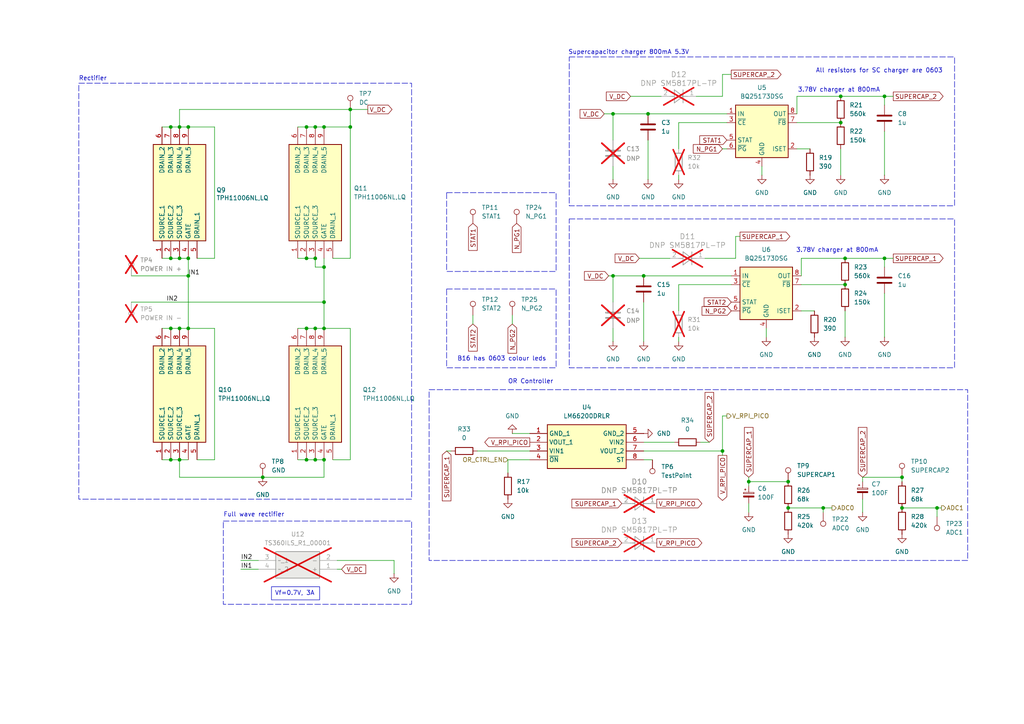
<source format=kicad_sch>
(kicad_sch
	(version 20250114)
	(generator "eeschema")
	(generator_version "9.0")
	(uuid "34d13e05-6d1f-4ed8-852b-3d6eee11bb56")
	(paper "A4")
	(title_block
		(title "Smart Formica Power")
		(comment 1 "Author: Oliver Perez Fonolleras")
		(comment 2 "Checker: Joseph Butterworth")
	)
	(lib_symbols
		(symbol "Battery_Management:BQ25173DSG"
			(exclude_from_sim no)
			(in_bom yes)
			(on_board yes)
			(property "Reference" "U"
				(at -6.35 8.89 0)
				(effects
					(font
						(size 1.27 1.27)
					)
				)
			)
			(property "Value" "BQ25173DSG"
				(at 6.35 8.89 0)
				(effects
					(font
						(size 1.27 1.27)
					)
				)
			)
			(property "Footprint" "Package_SON:WSON-8-1EP_2x2mm_P0.5mm_EP0.9x1.6mm"
				(at 29.21 -8.89 0)
				(effects
					(font
						(size 1.27 1.27)
					)
					(hide yes)
				)
			)
			(property "Datasheet" "https://www.ti.com/lit/ds/symlink/bq25173.pdf"
				(at 0 0 0)
				(effects
					(font
						(size 1.27 1.27)
					)
					(hide yes)
				)
			)
			(property "Description" "800-mA Linear Charger for 1- to 4-Cell Supercapacitor, input 3 to 18v, WSON-8"
				(at 0 0 0)
				(effects
					(font
						(size 1.27 1.27)
					)
					(hide yes)
				)
			)
			(property "ki_keywords" "linear charger supercapacitor"
				(at 0 0 0)
				(effects
					(font
						(size 1.27 1.27)
					)
					(hide yes)
				)
			)
			(property "ki_fp_filters" "WSON*1EP*2x2mm*P0.5mm*"
				(at 0 0 0)
				(effects
					(font
						(size 1.27 1.27)
					)
					(hide yes)
				)
			)
			(symbol "BQ25173DSG_1_1"
				(rectangle
					(start -7.62 7.62)
					(end 7.62 -7.62)
					(stroke
						(width 0.254)
						(type default)
					)
					(fill
						(type background)
					)
				)
				(pin power_in line
					(at -10.16 5.08 0)
					(length 2.54)
					(name "IN"
						(effects
							(font
								(size 1.27 1.27)
							)
						)
					)
					(number "1"
						(effects
							(font
								(size 1.27 1.27)
							)
						)
					)
				)
				(pin input line
					(at -10.16 2.54 0)
					(length 2.54)
					(name "~{CE}"
						(effects
							(font
								(size 1.27 1.27)
							)
						)
					)
					(number "3"
						(effects
							(font
								(size 1.27 1.27)
							)
						)
					)
				)
				(pin open_collector line
					(at -10.16 -2.54 0)
					(length 2.54)
					(name "STAT"
						(effects
							(font
								(size 1.27 1.27)
							)
						)
					)
					(number "5"
						(effects
							(font
								(size 1.27 1.27)
							)
						)
					)
				)
				(pin open_collector line
					(at -10.16 -5.08 0)
					(length 2.54)
					(name "~{PG}"
						(effects
							(font
								(size 1.27 1.27)
							)
						)
					)
					(number "6"
						(effects
							(font
								(size 1.27 1.27)
							)
						)
					)
				)
				(pin power_in line
					(at 0 -10.16 90)
					(length 2.54)
					(name "GND"
						(effects
							(font
								(size 1.27 1.27)
							)
						)
					)
					(number "4"
						(effects
							(font
								(size 1.27 1.27)
							)
						)
					)
				)
				(pin passive line
					(at 0 -10.16 90)
					(length 2.54)
					(hide yes)
					(name "GND"
						(effects
							(font
								(size 1.27 1.27)
							)
						)
					)
					(number "9"
						(effects
							(font
								(size 1.27 1.27)
							)
						)
					)
				)
				(pin power_out line
					(at 10.16 5.08 180)
					(length 2.54)
					(name "OUT"
						(effects
							(font
								(size 1.27 1.27)
							)
						)
					)
					(number "8"
						(effects
							(font
								(size 1.27 1.27)
							)
						)
					)
				)
				(pin input line
					(at 10.16 2.54 180)
					(length 2.54)
					(name "~{FB}"
						(effects
							(font
								(size 1.27 1.27)
							)
						)
					)
					(number "7"
						(effects
							(font
								(size 1.27 1.27)
							)
						)
					)
				)
				(pin input line
					(at 10.16 -5.08 180)
					(length 2.54)
					(name "ISET"
						(effects
							(font
								(size 1.27 1.27)
							)
						)
					)
					(number "2"
						(effects
							(font
								(size 1.27 1.27)
							)
						)
					)
				)
			)
			(embedded_fonts no)
		)
		(symbol "Connector:TestPoint"
			(pin_numbers
				(hide yes)
			)
			(pin_names
				(offset 0.762)
				(hide yes)
			)
			(exclude_from_sim no)
			(in_bom yes)
			(on_board yes)
			(property "Reference" "TP"
				(at 0 6.858 0)
				(effects
					(font
						(size 1.27 1.27)
					)
				)
			)
			(property "Value" "TestPoint"
				(at 0 5.08 0)
				(effects
					(font
						(size 1.27 1.27)
					)
				)
			)
			(property "Footprint" ""
				(at 5.08 0 0)
				(effects
					(font
						(size 1.27 1.27)
					)
					(hide yes)
				)
			)
			(property "Datasheet" "~"
				(at 5.08 0 0)
				(effects
					(font
						(size 1.27 1.27)
					)
					(hide yes)
				)
			)
			(property "Description" "test point"
				(at 0 0 0)
				(effects
					(font
						(size 1.27 1.27)
					)
					(hide yes)
				)
			)
			(property "ki_keywords" "test point tp"
				(at 0 0 0)
				(effects
					(font
						(size 1.27 1.27)
					)
					(hide yes)
				)
			)
			(property "ki_fp_filters" "Pin* Test*"
				(at 0 0 0)
				(effects
					(font
						(size 1.27 1.27)
					)
					(hide yes)
				)
			)
			(symbol "TestPoint_0_1"
				(circle
					(center 0 3.302)
					(radius 0.762)
					(stroke
						(width 0)
						(type default)
					)
					(fill
						(type none)
					)
				)
			)
			(symbol "TestPoint_1_1"
				(pin passive line
					(at 0 0 90)
					(length 2.54)
					(name "1"
						(effects
							(font
								(size 1.27 1.27)
							)
						)
					)
					(number "1"
						(effects
							(font
								(size 1.27 1.27)
							)
						)
					)
				)
			)
			(embedded_fonts no)
		)
		(symbol "Device:C"
			(pin_numbers
				(hide yes)
			)
			(pin_names
				(offset 0.254)
			)
			(exclude_from_sim no)
			(in_bom yes)
			(on_board yes)
			(property "Reference" "C"
				(at 0.635 2.54 0)
				(effects
					(font
						(size 1.27 1.27)
					)
					(justify left)
				)
			)
			(property "Value" "C"
				(at 0.635 -2.54 0)
				(effects
					(font
						(size 1.27 1.27)
					)
					(justify left)
				)
			)
			(property "Footprint" ""
				(at 0.9652 -3.81 0)
				(effects
					(font
						(size 1.27 1.27)
					)
					(hide yes)
				)
			)
			(property "Datasheet" "~"
				(at 0 0 0)
				(effects
					(font
						(size 1.27 1.27)
					)
					(hide yes)
				)
			)
			(property "Description" "Unpolarized capacitor"
				(at 0 0 0)
				(effects
					(font
						(size 1.27 1.27)
					)
					(hide yes)
				)
			)
			(property "ki_keywords" "cap capacitor"
				(at 0 0 0)
				(effects
					(font
						(size 1.27 1.27)
					)
					(hide yes)
				)
			)
			(property "ki_fp_filters" "C_*"
				(at 0 0 0)
				(effects
					(font
						(size 1.27 1.27)
					)
					(hide yes)
				)
			)
			(symbol "C_0_1"
				(polyline
					(pts
						(xy -2.032 0.762) (xy 2.032 0.762)
					)
					(stroke
						(width 0.508)
						(type default)
					)
					(fill
						(type none)
					)
				)
				(polyline
					(pts
						(xy -2.032 -0.762) (xy 2.032 -0.762)
					)
					(stroke
						(width 0.508)
						(type default)
					)
					(fill
						(type none)
					)
				)
			)
			(symbol "C_1_1"
				(pin passive line
					(at 0 3.81 270)
					(length 2.794)
					(name "~"
						(effects
							(font
								(size 1.27 1.27)
							)
						)
					)
					(number "1"
						(effects
							(font
								(size 1.27 1.27)
							)
						)
					)
				)
				(pin passive line
					(at 0 -3.81 90)
					(length 2.794)
					(name "~"
						(effects
							(font
								(size 1.27 1.27)
							)
						)
					)
					(number "2"
						(effects
							(font
								(size 1.27 1.27)
							)
						)
					)
				)
			)
			(embedded_fonts no)
		)
		(symbol "Device:C_Polarized_Small"
			(pin_numbers
				(hide yes)
			)
			(pin_names
				(offset 0.254)
				(hide yes)
			)
			(exclude_from_sim no)
			(in_bom yes)
			(on_board yes)
			(property "Reference" "C"
				(at 0.254 1.778 0)
				(effects
					(font
						(size 1.27 1.27)
					)
					(justify left)
				)
			)
			(property "Value" "C_Polarized_Small"
				(at 0.254 -2.032 0)
				(effects
					(font
						(size 1.27 1.27)
					)
					(justify left)
				)
			)
			(property "Footprint" ""
				(at 0 0 0)
				(effects
					(font
						(size 1.27 1.27)
					)
					(hide yes)
				)
			)
			(property "Datasheet" "~"
				(at 0 0 0)
				(effects
					(font
						(size 1.27 1.27)
					)
					(hide yes)
				)
			)
			(property "Description" "Polarized capacitor, small symbol"
				(at 0 0 0)
				(effects
					(font
						(size 1.27 1.27)
					)
					(hide yes)
				)
			)
			(property "ki_keywords" "cap capacitor"
				(at 0 0 0)
				(effects
					(font
						(size 1.27 1.27)
					)
					(hide yes)
				)
			)
			(property "ki_fp_filters" "CP_*"
				(at 0 0 0)
				(effects
					(font
						(size 1.27 1.27)
					)
					(hide yes)
				)
			)
			(symbol "C_Polarized_Small_0_1"
				(rectangle
					(start -1.524 0.6858)
					(end 1.524 0.3048)
					(stroke
						(width 0)
						(type default)
					)
					(fill
						(type none)
					)
				)
				(rectangle
					(start -1.524 -0.3048)
					(end 1.524 -0.6858)
					(stroke
						(width 0)
						(type default)
					)
					(fill
						(type outline)
					)
				)
				(polyline
					(pts
						(xy -1.27 1.524) (xy -0.762 1.524)
					)
					(stroke
						(width 0)
						(type default)
					)
					(fill
						(type none)
					)
				)
				(polyline
					(pts
						(xy -1.016 1.27) (xy -1.016 1.778)
					)
					(stroke
						(width 0)
						(type default)
					)
					(fill
						(type none)
					)
				)
			)
			(symbol "C_Polarized_Small_1_1"
				(pin passive line
					(at 0 2.54 270)
					(length 1.8542)
					(name "~"
						(effects
							(font
								(size 1.27 1.27)
							)
						)
					)
					(number "1"
						(effects
							(font
								(size 1.27 1.27)
							)
						)
					)
				)
				(pin passive line
					(at 0 -2.54 90)
					(length 1.8542)
					(name "~"
						(effects
							(font
								(size 1.27 1.27)
							)
						)
					)
					(number "2"
						(effects
							(font
								(size 1.27 1.27)
							)
						)
					)
				)
			)
			(embedded_fonts no)
		)
		(symbol "Device:R"
			(pin_numbers
				(hide yes)
			)
			(pin_names
				(offset 0)
			)
			(exclude_from_sim no)
			(in_bom yes)
			(on_board yes)
			(property "Reference" "R"
				(at 2.032 0 90)
				(effects
					(font
						(size 1.27 1.27)
					)
				)
			)
			(property "Value" "R"
				(at 0 0 90)
				(effects
					(font
						(size 1.27 1.27)
					)
				)
			)
			(property "Footprint" ""
				(at -1.778 0 90)
				(effects
					(font
						(size 1.27 1.27)
					)
					(hide yes)
				)
			)
			(property "Datasheet" "~"
				(at 0 0 0)
				(effects
					(font
						(size 1.27 1.27)
					)
					(hide yes)
				)
			)
			(property "Description" "Resistor"
				(at 0 0 0)
				(effects
					(font
						(size 1.27 1.27)
					)
					(hide yes)
				)
			)
			(property "ki_keywords" "R res resistor"
				(at 0 0 0)
				(effects
					(font
						(size 1.27 1.27)
					)
					(hide yes)
				)
			)
			(property "ki_fp_filters" "R_*"
				(at 0 0 0)
				(effects
					(font
						(size 1.27 1.27)
					)
					(hide yes)
				)
			)
			(symbol "R_0_1"
				(rectangle
					(start -1.016 -2.54)
					(end 1.016 2.54)
					(stroke
						(width 0.254)
						(type default)
					)
					(fill
						(type none)
					)
				)
			)
			(symbol "R_1_1"
				(pin passive line
					(at 0 3.81 270)
					(length 1.27)
					(name "~"
						(effects
							(font
								(size 1.27 1.27)
							)
						)
					)
					(number "1"
						(effects
							(font
								(size 1.27 1.27)
							)
						)
					)
				)
				(pin passive line
					(at 0 -3.81 90)
					(length 1.27)
					(name "~"
						(effects
							(font
								(size 1.27 1.27)
							)
						)
					)
					(number "2"
						(effects
							(font
								(size 1.27 1.27)
							)
						)
					)
				)
			)
			(embedded_fonts no)
		)
		(symbol "Diode:SM5817PL-TP"
			(pin_names
				(offset 0.254)
			)
			(exclude_from_sim no)
			(in_bom yes)
			(on_board yes)
			(property "Reference" "CR"
				(at 5.08 4.445 0)
				(effects
					(font
						(size 1.524 1.524)
					)
				)
			)
			(property "Value" "SM5817PL-TP"
				(at 5.08 -3.81 0)
				(effects
					(font
						(size 1.524 1.524)
					)
				)
			)
			(property "Footprint" "CR_5817PL-TP_MCC"
				(at 0 0 0)
				(effects
					(font
						(size 1.27 1.27)
						(italic yes)
					)
					(hide yes)
				)
			)
			(property "Datasheet" "SM5817PL-TP"
				(at 0 0 0)
				(effects
					(font
						(size 1.27 1.27)
						(italic yes)
					)
					(hide yes)
				)
			)
			(property "Description" ""
				(at 0 0 0)
				(effects
					(font
						(size 1.27 1.27)
					)
					(hide yes)
				)
			)
			(property "ki_locked" ""
				(at 0 0 0)
				(effects
					(font
						(size 1.27 1.27)
					)
				)
			)
			(property "ki_keywords" "SM5817PL-TP"
				(at 0 0 0)
				(effects
					(font
						(size 1.27 1.27)
					)
					(hide yes)
				)
			)
			(property "ki_fp_filters" "CR_5817PL-TP_MCC CR_5817PL-TP_MCC-M CR_5817PL-TP_MCC-L"
				(at 0 0 0)
				(effects
					(font
						(size 1.27 1.27)
					)
					(hide yes)
				)
			)
			(symbol "SM5817PL-TP_0_1"
				(polyline
					(pts
						(xy 2.54 0) (xy 3.4798 0)
					)
					(stroke
						(width 0.2032)
						(type default)
					)
					(fill
						(type none)
					)
				)
				(polyline
					(pts
						(xy 3.175 0) (xy 3.81 0)
					)
					(stroke
						(width 0.2032)
						(type default)
					)
					(fill
						(type none)
					)
				)
				(polyline
					(pts
						(xy 3.81 1.905) (xy 3.81 -1.905)
					)
					(stroke
						(width 0.2032)
						(type default)
					)
					(fill
						(type none)
					)
				)
				(polyline
					(pts
						(xy 3.81 -1.905) (xy 6.35 0)
					)
					(stroke
						(width 0.2032)
						(type default)
					)
					(fill
						(type none)
					)
				)
				(polyline
					(pts
						(xy 6.35 0) (xy 3.81 1.905)
					)
					(stroke
						(width 0.2032)
						(type default)
					)
					(fill
						(type none)
					)
				)
				(polyline
					(pts
						(xy 6.35 0) (xy 7.62 0)
					)
					(stroke
						(width 0.2032)
						(type default)
					)
					(fill
						(type none)
					)
				)
				(polyline
					(pts
						(xy 6.35 -1.905) (xy 6.35 1.905)
					)
					(stroke
						(width 0.2032)
						(type default)
					)
					(fill
						(type none)
					)
				)
				(pin unspecified line
					(at 0 0 0)
					(length 2.54)
					(name ""
						(effects
							(font
								(size 1.27 1.27)
							)
						)
					)
					(number "2"
						(effects
							(font
								(size 1.27 1.27)
							)
						)
					)
				)
				(pin unspecified line
					(at 10.16 0 180)
					(length 2.54)
					(name ""
						(effects
							(font
								(size 1.27 1.27)
							)
						)
					)
					(number "1"
						(effects
							(font
								(size 1.27 1.27)
							)
						)
					)
				)
			)
			(embedded_fonts no)
		)
		(symbol "LM66200DRLR:LM66200DRLR"
			(exclude_from_sim no)
			(in_bom yes)
			(on_board yes)
			(property "Reference" "IC"
				(at 29.21 7.62 0)
				(effects
					(font
						(size 1.27 1.27)
					)
					(justify left top)
				)
			)
			(property "Value" "LM66200DRLR"
				(at 29.21 5.08 0)
				(effects
					(font
						(size 1.27 1.27)
					)
					(justify left top)
				)
			)
			(property "Footprint" "SOTFL50P160X60-8N"
				(at 29.21 -94.92 0)
				(effects
					(font
						(size 1.27 1.27)
					)
					(justify left top)
					(hide yes)
				)
			)
			(property "Datasheet" "https://www.ti.com/lit/gpn/lm66200"
				(at 29.21 -194.92 0)
				(effects
					(font
						(size 1.27 1.27)
					)
					(justify left top)
					(hide yes)
				)
			)
			(property "Description" "1.6-V to 5.5-V, 40-m, 2.5-A, low-IQ, dual ideal diode"
				(at 0 0 0)
				(effects
					(font
						(size 1.27 1.27)
					)
					(hide yes)
				)
			)
			(property "Height" "0.6"
				(at 29.21 -394.92 0)
				(effects
					(font
						(size 1.27 1.27)
					)
					(justify left top)
					(hide yes)
				)
			)
			(property "Mouser Part Number" "595-LM66200DRLR"
				(at 29.21 -494.92 0)
				(effects
					(font
						(size 1.27 1.27)
					)
					(justify left top)
					(hide yes)
				)
			)
			(property "Mouser Price/Stock" "https://www.mouser.co.uk/ProductDetail/Texas-Instruments/LM66200DRLR?qs=Rp5uXu7WBW90hnpZAkIOdQ%3D%3D"
				(at 29.21 -594.92 0)
				(effects
					(font
						(size 1.27 1.27)
					)
					(justify left top)
					(hide yes)
				)
			)
			(property "Manufacturer_Name" "Texas Instruments"
				(at 29.21 -694.92 0)
				(effects
					(font
						(size 1.27 1.27)
					)
					(justify left top)
					(hide yes)
				)
			)
			(property "Manufacturer_Part_Number" "LM66200DRLR"
				(at 29.21 -794.92 0)
				(effects
					(font
						(size 1.27 1.27)
					)
					(justify left top)
					(hide yes)
				)
			)
			(symbol "LM66200DRLR_1_1"
				(rectangle
					(start 5.08 2.54)
					(end 27.94 -10.16)
					(stroke
						(width 0.254)
						(type default)
					)
					(fill
						(type background)
					)
				)
				(pin passive line
					(at 0 0 0)
					(length 5.08)
					(name "GND_1"
						(effects
							(font
								(size 1.27 1.27)
							)
						)
					)
					(number "1"
						(effects
							(font
								(size 1.27 1.27)
							)
						)
					)
				)
				(pin passive line
					(at 0 -2.54 0)
					(length 5.08)
					(name "VOUT_1"
						(effects
							(font
								(size 1.27 1.27)
							)
						)
					)
					(number "2"
						(effects
							(font
								(size 1.27 1.27)
							)
						)
					)
				)
				(pin passive line
					(at 0 -5.08 0)
					(length 5.08)
					(name "VIN1"
						(effects
							(font
								(size 1.27 1.27)
							)
						)
					)
					(number "3"
						(effects
							(font
								(size 1.27 1.27)
							)
						)
					)
				)
				(pin passive line
					(at 0 -7.62 0)
					(length 5.08)
					(name "~{ON}"
						(effects
							(font
								(size 1.27 1.27)
							)
						)
					)
					(number "4"
						(effects
							(font
								(size 1.27 1.27)
							)
						)
					)
				)
				(pin passive line
					(at 33.02 0 180)
					(length 5.08)
					(name "GND_2"
						(effects
							(font
								(size 1.27 1.27)
							)
						)
					)
					(number "5"
						(effects
							(font
								(size 1.27 1.27)
							)
						)
					)
				)
				(pin passive line
					(at 33.02 -2.54 180)
					(length 5.08)
					(name "VIN2"
						(effects
							(font
								(size 1.27 1.27)
							)
						)
					)
					(number "6"
						(effects
							(font
								(size 1.27 1.27)
							)
						)
					)
				)
				(pin passive line
					(at 33.02 -5.08 180)
					(length 5.08)
					(name "VOUT_2"
						(effects
							(font
								(size 1.27 1.27)
							)
						)
					)
					(number "7"
						(effects
							(font
								(size 1.27 1.27)
							)
						)
					)
				)
				(pin passive line
					(at 33.02 -7.62 180)
					(length 5.08)
					(name "ST"
						(effects
							(font
								(size 1.27 1.27)
							)
						)
					)
					(number "8"
						(effects
							(font
								(size 1.27 1.27)
							)
						)
					)
				)
			)
			(embedded_fonts no)
		)
		(symbol "TPH11006NL_LQ:TPH11006NL,LQ"
			(exclude_from_sim no)
			(in_bom yes)
			(on_board yes)
			(property "Reference" "Q"
				(at 34.29 7.62 0)
				(effects
					(font
						(size 1.27 1.27)
					)
					(justify left top)
				)
			)
			(property "Value" "TPH11006NL,LQ"
				(at 34.29 5.08 0)
				(effects
					(font
						(size 1.27 1.27)
					)
					(justify left top)
				)
			)
			(property "Footprint" "TPH11006NLLQ"
				(at 34.29 -94.92 0)
				(effects
					(font
						(size 1.27 1.27)
					)
					(justify left top)
					(hide yes)
				)
			)
			(property "Datasheet" "https://componentsearchengine.com/Datasheets/1/TPH11006NL,LQ.pdf"
				(at 34.29 -194.92 0)
				(effects
					(font
						(size 1.27 1.27)
					)
					(justify left top)
					(hide yes)
				)
			)
			(property "Description" "MOSFET U-MOSVIII-H 60V 40A 23nC MOSFET"
				(at 0 0 0)
				(effects
					(font
						(size 1.27 1.27)
					)
					(hide yes)
				)
			)
			(property "Height" "1"
				(at 34.29 -394.92 0)
				(effects
					(font
						(size 1.27 1.27)
					)
					(justify left top)
					(hide yes)
				)
			)
			(property "Mouser Part Number" "757-TPH11006NLLQ"
				(at 34.29 -494.92 0)
				(effects
					(font
						(size 1.27 1.27)
					)
					(justify left top)
					(hide yes)
				)
			)
			(property "Mouser Price/Stock" "https://www.mouser.co.uk/ProductDetail/Toshiba/TPH11006NLLQ?qs=lqaQjFBflhkS%252BntkKJQNyg%3D%3D"
				(at 34.29 -594.92 0)
				(effects
					(font
						(size 1.27 1.27)
					)
					(justify left top)
					(hide yes)
				)
			)
			(property "Manufacturer_Name" "Toshiba"
				(at 34.29 -694.92 0)
				(effects
					(font
						(size 1.27 1.27)
					)
					(justify left top)
					(hide yes)
				)
			)
			(property "Manufacturer_Part_Number" "TPH11006NL,LQ"
				(at 34.29 -794.92 0)
				(effects
					(font
						(size 1.27 1.27)
					)
					(justify left top)
					(hide yes)
				)
			)
			(symbol "TPH11006NL,LQ_1_1"
				(rectangle
					(start 5.08 2.54)
					(end 33.02 -12.7)
					(stroke
						(width 0.254)
						(type default)
					)
					(fill
						(type background)
					)
				)
				(pin passive line
					(at 0 0 0)
					(length 5.08)
					(name "SOURCE_1"
						(effects
							(font
								(size 1.27 1.27)
							)
						)
					)
					(number "1"
						(effects
							(font
								(size 1.27 1.27)
							)
						)
					)
				)
				(pin passive line
					(at 0 -2.54 0)
					(length 5.08)
					(name "SOURCE_2"
						(effects
							(font
								(size 1.27 1.27)
							)
						)
					)
					(number "2"
						(effects
							(font
								(size 1.27 1.27)
							)
						)
					)
				)
				(pin passive line
					(at 0 -5.08 0)
					(length 5.08)
					(name "SOURCE_3"
						(effects
							(font
								(size 1.27 1.27)
							)
						)
					)
					(number "3"
						(effects
							(font
								(size 1.27 1.27)
							)
						)
					)
				)
				(pin passive line
					(at 0 -7.62 0)
					(length 5.08)
					(name "GATE"
						(effects
							(font
								(size 1.27 1.27)
							)
						)
					)
					(number "4"
						(effects
							(font
								(size 1.27 1.27)
							)
						)
					)
				)
				(pin passive line
					(at 0 -10.16 0)
					(length 5.08)
					(name "DRAIN_1"
						(effects
							(font
								(size 1.27 1.27)
							)
						)
					)
					(number "5"
						(effects
							(font
								(size 1.27 1.27)
							)
						)
					)
				)
				(pin passive line
					(at 38.1 0 180)
					(length 5.08)
					(name "DRAIN_2"
						(effects
							(font
								(size 1.27 1.27)
							)
						)
					)
					(number "6"
						(effects
							(font
								(size 1.27 1.27)
							)
						)
					)
				)
				(pin passive line
					(at 38.1 -2.54 180)
					(length 5.08)
					(name "DRAIN_3"
						(effects
							(font
								(size 1.27 1.27)
							)
						)
					)
					(number "7"
						(effects
							(font
								(size 1.27 1.27)
							)
						)
					)
				)
				(pin passive line
					(at 38.1 -5.08 180)
					(length 5.08)
					(name "DRAIN_4"
						(effects
							(font
								(size 1.27 1.27)
							)
						)
					)
					(number "8"
						(effects
							(font
								(size 1.27 1.27)
							)
						)
					)
				)
				(pin passive line
					(at 38.1 -7.62 180)
					(length 5.08)
					(name "DRAIN_5"
						(effects
							(font
								(size 1.27 1.27)
							)
						)
					)
					(number "9"
						(effects
							(font
								(size 1.27 1.27)
							)
						)
					)
				)
			)
			(embedded_fonts no)
		)
		(symbol "TS360ILS_R1_00001:TS360ILS_R1_00001"
			(exclude_from_sim no)
			(in_bom yes)
			(on_board yes)
			(property "Reference" "IC"
				(at 19.05 7.62 0)
				(effects
					(font
						(size 1.27 1.27)
					)
					(justify left top)
				)
			)
			(property "Value" "TS360ILS_R1_00001"
				(at 19.05 5.08 0)
				(effects
					(font
						(size 1.27 1.27)
					)
					(justify left top)
				)
			)
			(property "Footprint" "SOP400P650X145-4N"
				(at 19.05 -94.92 0)
				(effects
					(font
						(size 1.27 1.27)
					)
					(justify left top)
					(hide yes)
				)
			)
			(property "Datasheet" "https://www.mouser.co.id/datasheet/2/1057/TS360ILS-1877238.pdf"
				(at 19.05 -194.92 0)
				(effects
					(font
						(size 1.27 1.27)
					)
					(justify left top)
					(hide yes)
				)
			)
			(property "Description" "Schottky Diodes & Rectifiers MICRO SURFACE MOUNT SCHOTTKY BRIDGE 60V 3A TDI"
				(at 0 0 0)
				(effects
					(font
						(size 1.27 1.27)
					)
					(hide yes)
				)
			)
			(property "Height" "1.45"
				(at 19.05 -394.92 0)
				(effects
					(font
						(size 1.27 1.27)
					)
					(justify left top)
					(hide yes)
				)
			)
			(property "Mouser Part Number" "241-TS360ILSR100001"
				(at 19.05 -494.92 0)
				(effects
					(font
						(size 1.27 1.27)
					)
					(justify left top)
					(hide yes)
				)
			)
			(property "Mouser Price/Stock" "https://www.mouser.co.uk/ProductDetail/Panjit/TS360ILS_R1_00001?qs=sPbYRqrBIVlciIw6xf5DwA%3D%3D"
				(at 19.05 -594.92 0)
				(effects
					(font
						(size 1.27 1.27)
					)
					(justify left top)
					(hide yes)
				)
			)
			(property "Manufacturer_Name" "PANJIT"
				(at 19.05 -694.92 0)
				(effects
					(font
						(size 1.27 1.27)
					)
					(justify left top)
					(hide yes)
				)
			)
			(property "Manufacturer_Part_Number" "TS360ILS_R1_00001"
				(at 19.05 -794.92 0)
				(effects
					(font
						(size 1.27 1.27)
					)
					(justify left top)
					(hide yes)
				)
			)
			(symbol "TS360ILS_R1_00001_1_1"
				(rectangle
					(start 5.08 2.54)
					(end 17.78 -5.08)
					(stroke
						(width 0.254)
						(type default)
					)
					(fill
						(type background)
					)
				)
				(pin passive line
					(at 0 0 0)
					(length 5.08)
					(name "+"
						(effects
							(font
								(size 1.27 1.27)
							)
						)
					)
					(number "1"
						(effects
							(font
								(size 1.27 1.27)
							)
						)
					)
				)
				(pin passive line
					(at 0 -2.54 0)
					(length 5.08)
					(name "-"
						(effects
							(font
								(size 1.27 1.27)
							)
						)
					)
					(number "2"
						(effects
							(font
								(size 1.27 1.27)
							)
						)
					)
				)
				(pin passive line
					(at 22.86 0 180)
					(length 5.08)
					(name "~_2"
						(effects
							(font
								(size 1.27 1.27)
							)
						)
					)
					(number "4"
						(effects
							(font
								(size 1.27 1.27)
							)
						)
					)
				)
				(pin passive line
					(at 22.86 -2.54 180)
					(length 5.08)
					(name "~_1"
						(effects
							(font
								(size 1.27 1.27)
							)
						)
					)
					(number "3"
						(effects
							(font
								(size 1.27 1.27)
							)
						)
					)
				)
			)
			(embedded_fonts no)
		)
		(symbol "power:GND"
			(power)
			(pin_numbers
				(hide yes)
			)
			(pin_names
				(offset 0)
				(hide yes)
			)
			(exclude_from_sim no)
			(in_bom yes)
			(on_board yes)
			(property "Reference" "#PWR"
				(at 0 -6.35 0)
				(effects
					(font
						(size 1.27 1.27)
					)
					(hide yes)
				)
			)
			(property "Value" "GND"
				(at 0 -3.81 0)
				(effects
					(font
						(size 1.27 1.27)
					)
				)
			)
			(property "Footprint" ""
				(at 0 0 0)
				(effects
					(font
						(size 1.27 1.27)
					)
					(hide yes)
				)
			)
			(property "Datasheet" ""
				(at 0 0 0)
				(effects
					(font
						(size 1.27 1.27)
					)
					(hide yes)
				)
			)
			(property "Description" "Power symbol creates a global label with name \"GND\" , ground"
				(at 0 0 0)
				(effects
					(font
						(size 1.27 1.27)
					)
					(hide yes)
				)
			)
			(property "ki_keywords" "global power"
				(at 0 0 0)
				(effects
					(font
						(size 1.27 1.27)
					)
					(hide yes)
				)
			)
			(symbol "GND_0_1"
				(polyline
					(pts
						(xy 0 0) (xy 0 -1.27) (xy 1.27 -1.27) (xy 0 -2.54) (xy -1.27 -1.27) (xy 0 -1.27)
					)
					(stroke
						(width 0)
						(type default)
					)
					(fill
						(type none)
					)
				)
			)
			(symbol "GND_1_1"
				(pin power_in line
					(at 0 0 270)
					(length 0)
					(name "~"
						(effects
							(font
								(size 1.27 1.27)
							)
						)
					)
					(number "1"
						(effects
							(font
								(size 1.27 1.27)
							)
						)
					)
				)
			)
			(embedded_fonts no)
		)
	)
	(rectangle
		(start 129.54 55.88)
		(end 161.29 78.74)
		(stroke
			(width 0)
			(type dash)
		)
		(fill
			(type none)
		)
		(uuid 0481c578-1f75-4fce-8439-fc5b6721657f)
	)
	(rectangle
		(start 165.1 16.51)
		(end 276.86 59.69)
		(stroke
			(width 0)
			(type dash)
		)
		(fill
			(type none)
		)
		(uuid 15c25378-24a2-4de9-a884-7c9264d5ac53)
	)
	(rectangle
		(start 22.86 24.13)
		(end 119.38 144.78)
		(stroke
			(width 0)
			(type dash)
		)
		(fill
			(type none)
		)
		(uuid 41f217a0-c3fb-44c7-9c1e-dbc93812f91c)
	)
	(rectangle
		(start 165.1 63.5)
		(end 276.86 106.68)
		(stroke
			(width 0)
			(type dash)
		)
		(fill
			(type none)
		)
		(uuid 71b1070d-0186-436b-ae8a-d0a1a4e12547)
	)
	(rectangle
		(start 64.77 151.13)
		(end 119.38 175.26)
		(stroke
			(width 0)
			(type dash)
		)
		(fill
			(type none)
		)
		(uuid 725757bb-4dad-4fbe-a2b6-8f91241bf604)
	)
	(rectangle
		(start 124.46 113.03)
		(end 280.67 162.56)
		(stroke
			(width 0)
			(type dash)
		)
		(fill
			(type none)
		)
		(uuid ae4028e5-18fc-4a38-bd93-0911fc8967cc)
	)
	(rectangle
		(start 129.54 83.82)
		(end 161.29 106.68)
		(stroke
			(width 0)
			(type dash)
		)
		(fill
			(type none)
		)
		(uuid af792dc2-928b-4756-bc9c-6a9e3c655a60)
	)
	(text "Rectifier\n"
		(exclude_from_sim no)
		(at 26.924 22.86 0)
		(effects
			(font
				(size 1.27 1.27)
			)
		)
		(uuid "380ce495-8b38-4c26-ac5e-b5719f8dfb59")
	)
	(text "3.78V charger at 800mA\n"
		(exclude_from_sim no)
		(at 243.332 26.162 0)
		(effects
			(font
				(size 1.27 1.27)
			)
		)
		(uuid "395fd728-4ee1-4ded-ac47-eefd6d26030f")
	)
	(text "Supercapacitor charger 800mA 5.3V"
		(exclude_from_sim no)
		(at 182.372 15.24 0)
		(effects
			(font
				(size 1.27 1.27)
			)
		)
		(uuid "59c29e84-cc22-49e8-bd0e-0a947ad9801a")
	)
	(text "OR Controller\n"
		(exclude_from_sim no)
		(at 153.924 110.744 0)
		(effects
			(font
				(size 1.27 1.27)
			)
		)
		(uuid "6ee9be8e-c509-4413-b27c-d6b35320b6e2")
	)
	(text "3.78V charger at 800mA\n"
		(exclude_from_sim no)
		(at 242.824 72.644 0)
		(effects
			(font
				(size 1.27 1.27)
			)
		)
		(uuid "83acb033-03d9-43b9-8074-36c4eb7fb689")
	)
	(text "All resistors for SC charger are 0603\n"
		(exclude_from_sim no)
		(at 255.016 20.574 0)
		(effects
			(font
				(size 1.27 1.27)
			)
		)
		(uuid "c6e95098-54a7-4abe-ab43-cfa0b525b06e")
	)
	(text "B16 has 0603 colour leds"
		(exclude_from_sim no)
		(at 145.542 104.14 0)
		(effects
			(font
				(size 1.27 1.27)
			)
		)
		(uuid "cc75a103-be5b-4d97-96d7-3a1a58339355")
	)
	(text "Full wave rectifier\n"
		(exclude_from_sim no)
		(at 73.66 149.352 0)
		(effects
			(font
				(size 1.27 1.27)
			)
		)
		(uuid "d4404a09-6467-4162-8d5e-d6ddaf1558eb")
	)
	(text_box "Vf=0.7V, 3A "
		(exclude_from_sim no)
		(at 78.74 170.18 0)
		(size 13.97 3.81)
		(margins 0.9525 0.9525 0.9525 0.9525)
		(stroke
			(width 0)
			(type solid)
		)
		(fill
			(type none)
		)
		(effects
			(font
				(size 1.27 1.27)
			)
			(justify left top)
		)
		(uuid "3ef3c301-a222-4a78-918f-2d769a1ca9bc")
	)
	(junction
		(at 54.61 80.01)
		(diameter 0)
		(color 0 0 0 0)
		(uuid "09d17977-119d-4043-b02e-8aee0357ac09")
	)
	(junction
		(at 186.69 80.01)
		(diameter 0)
		(color 0 0 0 0)
		(uuid "0cb6cb69-1424-44a8-a0f1-9310be88d002")
	)
	(junction
		(at 228.6 139.7)
		(diameter 0)
		(color 0 0 0 0)
		(uuid "194d8984-a38f-4972-a194-3be300cf78ef")
	)
	(junction
		(at 93.98 77.47)
		(diameter 0)
		(color 0 0 0 0)
		(uuid "2aa493d9-e760-4731-94a7-44d7f5e5b72f")
	)
	(junction
		(at 101.6 36.83)
		(diameter 0)
		(color 0 0 0 0)
		(uuid "2b4d2b55-ba55-4e35-8de8-4b8ff211f963")
	)
	(junction
		(at 91.44 74.93)
		(diameter 0)
		(color 0 0 0 0)
		(uuid "3333eccb-23f5-46b6-8128-be274e9ada23")
	)
	(junction
		(at 217.17 139.7)
		(diameter 0)
		(color 0 0 0 0)
		(uuid "33a172ba-7c2f-48ee-b0f1-64f37ed32e3d")
	)
	(junction
		(at 101.6 31.75)
		(diameter 0)
		(color 0 0 0 0)
		(uuid "33c9646f-df75-4916-8929-3fd8ac3c1eb5")
	)
	(junction
		(at 52.07 95.25)
		(diameter 0)
		(color 0 0 0 0)
		(uuid "37cfb612-ce13-4d7a-9a32-f11cb2dbfe6e")
	)
	(junction
		(at 88.9 74.93)
		(diameter 0)
		(color 0 0 0 0)
		(uuid "3ad70742-830b-47b5-8e33-4c4459692ec8")
	)
	(junction
		(at 54.61 36.83)
		(diameter 0)
		(color 0 0 0 0)
		(uuid "3e767caa-2c45-408f-8459-2a3876e041d7")
	)
	(junction
		(at 88.9 36.83)
		(diameter 0)
		(color 0 0 0 0)
		(uuid "4709b167-3877-4342-9bba-1c968077e9b3")
	)
	(junction
		(at 245.11 74.93)
		(diameter 0)
		(color 0 0 0 0)
		(uuid "4d684671-d913-4f43-a68a-cdfcd03f1c0c")
	)
	(junction
		(at 54.61 95.25)
		(diameter 0)
		(color 0 0 0 0)
		(uuid "5503edde-b4cd-44dc-93d5-a5c1a8ec0b7c")
	)
	(junction
		(at 187.96 33.02)
		(diameter 0)
		(color 0 0 0 0)
		(uuid "56173f95-9a98-4b99-9e2d-ab26a3f154b6")
	)
	(junction
		(at 76.2 138.43)
		(diameter 0)
		(color 0 0 0 0)
		(uuid "5e25ea4c-b6d4-4f08-a23a-2dab3853cb5a")
	)
	(junction
		(at 93.98 95.25)
		(diameter 0)
		(color 0 0 0 0)
		(uuid "6e3bc99a-5d9b-4dc5-a12d-fe2f4d3b8c75")
	)
	(junction
		(at 49.53 133.35)
		(diameter 0)
		(color 0 0 0 0)
		(uuid "74cdaa68-79bd-4019-ac2d-3d30cc270433")
	)
	(junction
		(at 88.9 133.35)
		(diameter 0)
		(color 0 0 0 0)
		(uuid "7d4684e7-48d8-4549-bfcc-abbdd27478bb")
	)
	(junction
		(at 238.76 147.32)
		(diameter 0)
		(color 0 0 0 0)
		(uuid "7e844613-ce6b-4813-a32d-7b96e19511df")
	)
	(junction
		(at 49.53 36.83)
		(diameter 0)
		(color 0 0 0 0)
		(uuid "8166f1ee-f24e-485b-aee0-1c3b709cc7e3")
	)
	(junction
		(at 261.62 147.32)
		(diameter 0)
		(color 0 0 0 0)
		(uuid "8a1eb2f1-ff7b-4121-8faa-ebccc1857b95")
	)
	(junction
		(at 177.8 33.02)
		(diameter 0)
		(color 0 0 0 0)
		(uuid "8deaaf44-bd83-468d-a286-0f59854db7ef")
	)
	(junction
		(at 93.98 87.63)
		(diameter 0)
		(color 0 0 0 0)
		(uuid "908a0911-a66c-4211-bc33-722993182c4c")
	)
	(junction
		(at 245.11 82.55)
		(diameter 0)
		(color 0 0 0 0)
		(uuid "908bd2c8-eebb-4d6f-85f8-1ac344fb4692")
	)
	(junction
		(at 256.54 74.93)
		(diameter 0)
		(color 0 0 0 0)
		(uuid "9b114936-2912-4ce5-a2e3-1aecdfe6a49a")
	)
	(junction
		(at 261.62 138.43)
		(diameter 0)
		(color 0 0 0 0)
		(uuid "9d0e3755-b0e2-419f-a1ed-46ccaa1a073d")
	)
	(junction
		(at 271.78 147.32)
		(diameter 0)
		(color 0 0 0 0)
		(uuid "ad73cfdc-02d8-425e-8901-a661e069c882")
	)
	(junction
		(at 52.07 36.83)
		(diameter 0)
		(color 0 0 0 0)
		(uuid "af82d4ac-5f72-465d-9118-a7f1e0d50003")
	)
	(junction
		(at 52.07 133.35)
		(diameter 0)
		(color 0 0 0 0)
		(uuid "bc0950ea-e2c7-46db-9c3d-3128613de468")
	)
	(junction
		(at 93.98 133.35)
		(diameter 0)
		(color 0 0 0 0)
		(uuid "c13e9ec6-cb21-41be-9bb9-47e7cb9ee51e")
	)
	(junction
		(at 177.8 80.01)
		(diameter 0)
		(color 0 0 0 0)
		(uuid "c9d875c4-05f5-424a-bdd2-daa0e6197e27")
	)
	(junction
		(at 209.55 130.81)
		(diameter 0)
		(color 0 0 0 0)
		(uuid "d0290915-01e0-4d4b-a78e-a2f8797cb1d2")
	)
	(junction
		(at 49.53 95.25)
		(diameter 0)
		(color 0 0 0 0)
		(uuid "d039c8a6-e2c5-4512-ad5f-f76ac8f10b16")
	)
	(junction
		(at 91.44 36.83)
		(diameter 0)
		(color 0 0 0 0)
		(uuid "dfc9db15-664d-448b-bd3a-6776d4f32e16")
	)
	(junction
		(at 91.44 133.35)
		(diameter 0)
		(color 0 0 0 0)
		(uuid "dff2f4d8-2832-47fb-a794-8ea3eaec676d")
	)
	(junction
		(at 49.53 74.93)
		(diameter 0)
		(color 0 0 0 0)
		(uuid "ebf773d5-e8ca-4ce6-84e5-c139ac866bb8")
	)
	(junction
		(at 52.07 74.93)
		(diameter 0)
		(color 0 0 0 0)
		(uuid "ec1efab2-c672-4261-a2f0-f430fab466ec")
	)
	(junction
		(at 93.98 36.83)
		(diameter 0)
		(color 0 0 0 0)
		(uuid "ec291893-af36-4b5e-b86d-1643407eedba")
	)
	(junction
		(at 243.84 27.94)
		(diameter 0)
		(color 0 0 0 0)
		(uuid "ec71c48f-6c10-4816-b0b3-2e4f82e8dd46")
	)
	(junction
		(at 54.61 74.93)
		(diameter 0)
		(color 0 0 0 0)
		(uuid "f5b5a34c-63b1-4dbd-887d-aed8ee68792b")
	)
	(junction
		(at 256.54 27.94)
		(diameter 0)
		(color 0 0 0 0)
		(uuid "f80f0786-03ff-4769-ab31-38090feba7fc")
	)
	(junction
		(at 228.6 147.32)
		(diameter 0)
		(color 0 0 0 0)
		(uuid "f9fa2bcc-6723-4905-a8f0-f17dc5c0206c")
	)
	(junction
		(at 243.84 35.56)
		(diameter 0)
		(color 0 0 0 0)
		(uuid "fa23ea8d-2ce0-4b18-b5e2-cd134bfdbec7")
	)
	(junction
		(at 88.9 95.25)
		(diameter 0)
		(color 0 0 0 0)
		(uuid "fcef40fe-0fbb-4e0e-bd07-ddab776ac704")
	)
	(junction
		(at 91.44 95.25)
		(diameter 0)
		(color 0 0 0 0)
		(uuid "fe12aab9-76bc-49f5-8460-c2bf172a2a66")
	)
	(wire
		(pts
			(xy 213.36 74.93) (xy 204.47 74.93)
		)
		(stroke
			(width 0)
			(type default)
		)
		(uuid "03d721af-56b6-43e4-a3c8-9cf8d1b0924a")
	)
	(wire
		(pts
			(xy 250.19 139.7) (xy 250.19 138.43)
		)
		(stroke
			(width 0)
			(type default)
		)
		(uuid "07759282-7f03-454b-b4ba-40c8befec39b")
	)
	(wire
		(pts
			(xy 243.84 27.94) (xy 256.54 27.94)
		)
		(stroke
			(width 0)
			(type default)
		)
		(uuid "104be370-e854-40a2-a8bd-1f4e156f093c")
	)
	(wire
		(pts
			(xy 256.54 74.93) (xy 245.11 74.93)
		)
		(stroke
			(width 0)
			(type default)
		)
		(uuid "1063579c-056f-4630-add5-a6692b44d87d")
	)
	(wire
		(pts
			(xy 205.74 128.27) (xy 203.2 128.27)
		)
		(stroke
			(width 0)
			(type default)
		)
		(uuid "146f05ca-0a0d-4767-a42f-d64d3c921dd1")
	)
	(wire
		(pts
			(xy 182.88 27.94) (xy 191.77 27.94)
		)
		(stroke
			(width 0)
			(type default)
		)
		(uuid "168c0dbd-1150-4481-bec3-1a2b8e158aaf")
	)
	(wire
		(pts
			(xy 196.85 90.17) (xy 196.85 82.55)
		)
		(stroke
			(width 0)
			(type default)
		)
		(uuid "177a994e-629a-44c7-bb0d-416f3f0c85a3")
	)
	(wire
		(pts
			(xy 241.3 147.32) (xy 238.76 147.32)
		)
		(stroke
			(width 0)
			(type default)
		)
		(uuid "17b933e0-bfcb-4c7c-9bfc-e7b6ea51babb")
	)
	(wire
		(pts
			(xy 93.98 77.47) (xy 93.98 87.63)
		)
		(stroke
			(width 0)
			(type default)
		)
		(uuid "199e79ed-3509-4a92-866c-e43994e2f3d1")
	)
	(wire
		(pts
			(xy 54.61 95.25) (xy 52.07 95.25)
		)
		(stroke
			(width 0)
			(type default)
		)
		(uuid "2175165e-a280-49dd-b2d0-f1047722e99c")
	)
	(wire
		(pts
			(xy 271.78 147.32) (xy 271.78 149.86)
		)
		(stroke
			(width 0)
			(type default)
		)
		(uuid "22bc9409-64c1-4353-9f67-afba988e8483")
	)
	(wire
		(pts
			(xy 147.32 133.35) (xy 153.67 133.35)
		)
		(stroke
			(width 0)
			(type default)
		)
		(uuid "24ea2667-5d3e-4240-a2b9-7cd3871aca19")
	)
	(wire
		(pts
			(xy 52.07 31.75) (xy 101.6 31.75)
		)
		(stroke
			(width 0)
			(type default)
		)
		(uuid "25811948-3eb1-4cc9-bc2d-6e537fb13fff")
	)
	(wire
		(pts
			(xy 177.8 33.02) (xy 187.96 33.02)
		)
		(stroke
			(width 0)
			(type default)
		)
		(uuid "264b7bd1-4366-4bb9-a8ea-c65d6143e6b6")
	)
	(wire
		(pts
			(xy 261.62 139.7) (xy 261.62 138.43)
		)
		(stroke
			(width 0)
			(type default)
		)
		(uuid "2751556c-7213-47e6-a785-9430445aa8e0")
	)
	(wire
		(pts
			(xy 232.41 82.55) (xy 245.11 82.55)
		)
		(stroke
			(width 0)
			(type default)
		)
		(uuid "28722ee7-257c-403b-b3f1-e909d5b60f70")
	)
	(wire
		(pts
			(xy 195.58 128.27) (xy 186.69 128.27)
		)
		(stroke
			(width 0)
			(type default)
		)
		(uuid "2a877541-0ba8-4ffa-968e-ed95e9af35e5")
	)
	(wire
		(pts
			(xy 129.54 130.81) (xy 130.81 130.81)
		)
		(stroke
			(width 0)
			(type default)
		)
		(uuid "2f55b17e-a156-468e-8c5e-7100b0f9789a")
	)
	(wire
		(pts
			(xy 256.54 27.94) (xy 259.08 27.94)
		)
		(stroke
			(width 0)
			(type default)
		)
		(uuid "2fba7eaf-f4ec-40c2-883e-ba8eaaa7198a")
	)
	(wire
		(pts
			(xy 217.17 146.05) (xy 217.17 148.59)
		)
		(stroke
			(width 0)
			(type default)
		)
		(uuid "30562bcc-8619-48ec-a6f0-639de4abaddb")
	)
	(wire
		(pts
			(xy 209.55 120.65) (xy 209.55 130.81)
		)
		(stroke
			(width 0)
			(type default)
		)
		(uuid "331e15b3-d2fa-42a6-a49d-45372824bdd6")
	)
	(wire
		(pts
			(xy 54.61 74.93) (xy 54.61 80.01)
		)
		(stroke
			(width 0)
			(type default)
		)
		(uuid "33ccf770-55fd-4a6b-8ee4-f17d5611b001")
	)
	(wire
		(pts
			(xy 62.23 95.25) (xy 54.61 95.25)
		)
		(stroke
			(width 0)
			(type default)
		)
		(uuid "35f51487-aeb4-431d-880c-439d7276e88d")
	)
	(wire
		(pts
			(xy 54.61 80.01) (xy 54.61 95.25)
		)
		(stroke
			(width 0)
			(type default)
		)
		(uuid "3653a325-de07-46d7-9530-152a64502287")
	)
	(wire
		(pts
			(xy 93.98 95.25) (xy 101.6 95.25)
		)
		(stroke
			(width 0)
			(type default)
		)
		(uuid "367e8ee2-2e7e-4138-a977-f92d49043a20")
	)
	(wire
		(pts
			(xy 256.54 74.93) (xy 256.54 77.47)
		)
		(stroke
			(width 0)
			(type default)
		)
		(uuid "3705e583-3eb8-4d88-b016-316af947f1e6")
	)
	(wire
		(pts
			(xy 196.85 82.55) (xy 212.09 82.55)
		)
		(stroke
			(width 0)
			(type default)
		)
		(uuid "37abf1ec-af55-4e3e-ad46-197648be0570")
	)
	(wire
		(pts
			(xy 209.55 43.18) (xy 210.82 43.18)
		)
		(stroke
			(width 0)
			(type default)
		)
		(uuid "397b1124-f413-4938-9636-1ebf2cd35e26")
	)
	(wire
		(pts
			(xy 86.36 74.93) (xy 88.9 74.93)
		)
		(stroke
			(width 0)
			(type default)
		)
		(uuid "3cc1a4a1-b8de-4754-8296-821ada48997b")
	)
	(wire
		(pts
			(xy 49.53 95.25) (xy 46.99 95.25)
		)
		(stroke
			(width 0)
			(type default)
		)
		(uuid "3f07468d-478f-4edc-91e3-61473b499e6e")
	)
	(wire
		(pts
			(xy 148.59 125.73) (xy 153.67 125.73)
		)
		(stroke
			(width 0)
			(type default)
		)
		(uuid "416038fc-bd65-4865-8963-0a05ff376cec")
	)
	(wire
		(pts
			(xy 62.23 74.93) (xy 62.23 36.83)
		)
		(stroke
			(width 0)
			(type default)
		)
		(uuid "44960d00-4fd6-4e3e-b642-b00155a89c11")
	)
	(wire
		(pts
			(xy 49.53 133.35) (xy 52.07 133.35)
		)
		(stroke
			(width 0)
			(type default)
		)
		(uuid "451c392f-d734-46c9-a625-415311243c92")
	)
	(wire
		(pts
			(xy 54.61 36.83) (xy 52.07 36.83)
		)
		(stroke
			(width 0)
			(type default)
		)
		(uuid "46324e5d-a69d-4503-af1f-1d3bdecb54e0")
	)
	(wire
		(pts
			(xy 49.53 36.83) (xy 46.99 36.83)
		)
		(stroke
			(width 0)
			(type default)
		)
		(uuid "46af99c8-1397-4964-8c51-b8dcb144ded7")
	)
	(wire
		(pts
			(xy 69.85 165.1) (xy 74.93 165.1)
		)
		(stroke
			(width 0)
			(type default)
		)
		(uuid "476cd33d-5367-4a8b-9d09-c93e296e4997")
	)
	(wire
		(pts
			(xy 256.54 27.94) (xy 256.54 30.48)
		)
		(stroke
			(width 0)
			(type default)
		)
		(uuid "477a0aa4-32de-4c27-b612-900d1043e855")
	)
	(wire
		(pts
			(xy 57.15 74.93) (xy 62.23 74.93)
		)
		(stroke
			(width 0)
			(type default)
		)
		(uuid "47eeb67b-d013-464c-8095-227e43884a16")
	)
	(wire
		(pts
			(xy 57.15 133.35) (xy 62.23 133.35)
		)
		(stroke
			(width 0)
			(type default)
		)
		(uuid "4a6d831f-1697-42e7-a9f6-bf0fde06f851")
	)
	(wire
		(pts
			(xy 52.07 138.43) (xy 52.07 133.35)
		)
		(stroke
			(width 0)
			(type default)
		)
		(uuid "4e379539-ab5d-46b1-b608-bb4054304533")
	)
	(wire
		(pts
			(xy 101.6 133.35) (xy 96.52 133.35)
		)
		(stroke
			(width 0)
			(type default)
		)
		(uuid "564a0678-ad40-4e7f-b6a4-3c128acfad4f")
	)
	(wire
		(pts
			(xy 177.8 33.02) (xy 177.8 40.64)
		)
		(stroke
			(width 0)
			(type default)
		)
		(uuid "5995fe69-ec81-4520-b954-16b7f27cb346")
	)
	(wire
		(pts
			(xy 196.85 35.56) (xy 210.82 35.56)
		)
		(stroke
			(width 0)
			(type default)
		)
		(uuid "5a3fea43-0f5c-487f-afe6-cbb28bc169d8")
	)
	(wire
		(pts
			(xy 101.6 36.83) (xy 101.6 74.93)
		)
		(stroke
			(width 0)
			(type default)
		)
		(uuid "5b4c8603-5723-4592-a14f-1fc86bfd0936")
	)
	(wire
		(pts
			(xy 217.17 139.7) (xy 217.17 138.43)
		)
		(stroke
			(width 0)
			(type default)
		)
		(uuid "61206ace-7bd4-43ba-b409-b24c44e1b1ad")
	)
	(wire
		(pts
			(xy 186.69 87.63) (xy 186.69 99.06)
		)
		(stroke
			(width 0)
			(type default)
		)
		(uuid "61f2dd54-777d-4f44-be51-1b17dfded7b9")
	)
	(wire
		(pts
			(xy 38.1 87.63) (xy 93.98 87.63)
		)
		(stroke
			(width 0)
			(type default)
		)
		(uuid "6481847f-41fa-4896-902f-674dfaa8b37d")
	)
	(wire
		(pts
			(xy 201.93 27.94) (xy 209.55 27.94)
		)
		(stroke
			(width 0)
			(type default)
		)
		(uuid "652d2118-dc85-4704-83ea-2c5c7578a370")
	)
	(wire
		(pts
			(xy 148.59 91.44) (xy 148.59 93.98)
		)
		(stroke
			(width 0)
			(type default)
		)
		(uuid "65801dfc-963e-4cd1-8767-047b0a5b6987")
	)
	(wire
		(pts
			(xy 62.23 36.83) (xy 54.61 36.83)
		)
		(stroke
			(width 0)
			(type default)
		)
		(uuid "65965b20-bb12-498e-9aee-e3d09f448a5d")
	)
	(wire
		(pts
			(xy 185.42 74.93) (xy 194.31 74.93)
		)
		(stroke
			(width 0)
			(type default)
		)
		(uuid "65d8e0d8-dfcf-4447-9b91-501569292475")
	)
	(wire
		(pts
			(xy 52.07 36.83) (xy 49.53 36.83)
		)
		(stroke
			(width 0)
			(type default)
		)
		(uuid "698edba4-94fd-425f-ab1b-3e8eea1f5435")
	)
	(wire
		(pts
			(xy 114.3 162.56) (xy 97.79 162.56)
		)
		(stroke
			(width 0)
			(type default)
		)
		(uuid "6a6e9f35-4eab-43d4-9471-ce90fdd0eca2")
	)
	(wire
		(pts
			(xy 256.54 38.1) (xy 256.54 50.8)
		)
		(stroke
			(width 0)
			(type default)
		)
		(uuid "6b9f6b6c-2611-4aea-b070-602a736abc40")
	)
	(wire
		(pts
			(xy 101.6 31.75) (xy 106.68 31.75)
		)
		(stroke
			(width 0)
			(type default)
		)
		(uuid "6e65753a-a583-4ff8-81ed-1a85b16d9181")
	)
	(wire
		(pts
			(xy 231.14 27.94) (xy 231.14 33.02)
		)
		(stroke
			(width 0)
			(type default)
		)
		(uuid "6eb8b50a-de65-4a3c-b4b1-86dd998b0255")
	)
	(wire
		(pts
			(xy 54.61 74.93) (xy 52.07 74.93)
		)
		(stroke
			(width 0)
			(type default)
		)
		(uuid "6f71413c-3fc7-42eb-88dd-e74b0efece44")
	)
	(wire
		(pts
			(xy 187.96 40.64) (xy 187.96 52.07)
		)
		(stroke
			(width 0)
			(type default)
		)
		(uuid "6fc7f663-645a-44bb-a680-0fb3fd490703")
	)
	(wire
		(pts
			(xy 93.98 36.83) (xy 101.6 36.83)
		)
		(stroke
			(width 0)
			(type default)
		)
		(uuid "703e2036-bdfa-493d-9184-3bad8e6064f7")
	)
	(wire
		(pts
			(xy 101.6 74.93) (xy 96.52 74.93)
		)
		(stroke
			(width 0)
			(type default)
		)
		(uuid "778ac1ab-a14c-455f-adde-117a76c5b336")
	)
	(wire
		(pts
			(xy 88.9 36.83) (xy 91.44 36.83)
		)
		(stroke
			(width 0)
			(type default)
		)
		(uuid "77d6bcad-8afe-4491-bd76-37965295057d")
	)
	(wire
		(pts
			(xy 186.69 130.81) (xy 209.55 130.81)
		)
		(stroke
			(width 0)
			(type default)
		)
		(uuid "7a350c39-c792-4ca1-b196-557aae6f13a2")
	)
	(wire
		(pts
			(xy 220.98 48.26) (xy 220.98 50.8)
		)
		(stroke
			(width 0)
			(type default)
		)
		(uuid "7ae9edc2-5ca7-45d7-a4ea-f3d0fa3e4827")
	)
	(wire
		(pts
			(xy 214.63 68.58) (xy 213.36 68.58)
		)
		(stroke
			(width 0)
			(type default)
		)
		(uuid "7b5c5b72-713f-4135-aaaf-b55f071403cf")
	)
	(wire
		(pts
			(xy 177.8 80.01) (xy 177.8 87.63)
		)
		(stroke
			(width 0)
			(type default)
		)
		(uuid "7ea48580-0f1a-4733-a043-d75f49cbd658")
	)
	(wire
		(pts
			(xy 238.76 147.32) (xy 238.76 148.59)
		)
		(stroke
			(width 0)
			(type default)
		)
		(uuid "8022ee4b-d07a-4cc5-ba7c-c4ec93a3f1dc")
	)
	(wire
		(pts
			(xy 38.1 80.01) (xy 54.61 80.01)
		)
		(stroke
			(width 0)
			(type default)
		)
		(uuid "8249ce1e-2cf2-422c-ab53-35fff56d17e4")
	)
	(wire
		(pts
			(xy 273.05 147.32) (xy 271.78 147.32)
		)
		(stroke
			(width 0)
			(type default)
		)
		(uuid "830802b1-8a3b-420c-af78-90e6ce93e776")
	)
	(wire
		(pts
			(xy 232.41 90.17) (xy 236.22 90.17)
		)
		(stroke
			(width 0)
			(type default)
		)
		(uuid "892d3996-dd28-4640-b122-01f39b2eeb65")
	)
	(wire
		(pts
			(xy 114.3 166.37) (xy 114.3 162.56)
		)
		(stroke
			(width 0)
			(type default)
		)
		(uuid "89ed2202-6441-4568-a615-779f2ffda254")
	)
	(wire
		(pts
			(xy 186.69 80.01) (xy 212.09 80.01)
		)
		(stroke
			(width 0)
			(type default)
		)
		(uuid "8b9669aa-412a-4526-aa6b-adfff0354c57")
	)
	(wire
		(pts
			(xy 187.96 33.02) (xy 210.82 33.02)
		)
		(stroke
			(width 0)
			(type default)
		)
		(uuid "8dcbbd10-af49-4c09-a187-79731b10eff0")
	)
	(wire
		(pts
			(xy 228.6 139.7) (xy 217.17 139.7)
		)
		(stroke
			(width 0)
			(type default)
		)
		(uuid "8eb8479b-87b4-4575-bc43-8a8640764807")
	)
	(wire
		(pts
			(xy 97.79 165.1) (xy 99.06 165.1)
		)
		(stroke
			(width 0)
			(type default)
		)
		(uuid "919b3ee7-bd17-4000-8960-30bfdb31cfbc")
	)
	(wire
		(pts
			(xy 91.44 36.83) (xy 93.98 36.83)
		)
		(stroke
			(width 0)
			(type default)
		)
		(uuid "94dfb251-f234-4b28-be81-7bd9cbc4d56f")
	)
	(wire
		(pts
			(xy 209.55 120.65) (xy 210.82 120.65)
		)
		(stroke
			(width 0)
			(type default)
		)
		(uuid "94ffe585-aa1c-4873-a765-91cb04f1c98b")
	)
	(wire
		(pts
			(xy 101.6 95.25) (xy 101.6 133.35)
		)
		(stroke
			(width 0)
			(type default)
		)
		(uuid "96d4ca63-bd09-49a7-bd80-62995677a0c8")
	)
	(wire
		(pts
			(xy 222.25 95.25) (xy 222.25 97.79)
		)
		(stroke
			(width 0)
			(type default)
		)
		(uuid "9cfc4456-08e7-4667-9226-a98e191a5a25")
	)
	(wire
		(pts
			(xy 217.17 140.97) (xy 217.17 139.7)
		)
		(stroke
			(width 0)
			(type default)
		)
		(uuid "9deb58c8-2399-4d2e-9767-a6e47b313600")
	)
	(wire
		(pts
			(xy 88.9 74.93) (xy 91.44 74.93)
		)
		(stroke
			(width 0)
			(type default)
		)
		(uuid "9e5c4a19-aa23-4126-bb8f-50e0921f9950")
	)
	(wire
		(pts
			(xy 88.9 95.25) (xy 91.44 95.25)
		)
		(stroke
			(width 0)
			(type default)
		)
		(uuid "9f80700b-c826-4efa-b7bb-ae84f2c68342")
	)
	(wire
		(pts
			(xy 196.85 97.79) (xy 196.85 99.06)
		)
		(stroke
			(width 0)
			(type default)
		)
		(uuid "a07678d4-1cb3-408b-880b-0f524b5e0dab")
	)
	(wire
		(pts
			(xy 186.69 133.35) (xy 189.23 133.35)
		)
		(stroke
			(width 0)
			(type default)
		)
		(uuid "a10dc895-0c89-45e7-a200-e69c1748bdf3")
	)
	(wire
		(pts
			(xy 101.6 31.75) (xy 101.6 36.83)
		)
		(stroke
			(width 0)
			(type default)
		)
		(uuid "a1efb71a-b943-4aed-9097-c1aaf7257bd0")
	)
	(wire
		(pts
			(xy 49.53 74.93) (xy 52.07 74.93)
		)
		(stroke
			(width 0)
			(type default)
		)
		(uuid "a2596702-4de1-4d20-8d87-6e552964249f")
	)
	(wire
		(pts
			(xy 231.14 35.56) (xy 243.84 35.56)
		)
		(stroke
			(width 0)
			(type default)
		)
		(uuid "a3b67a61-ebd9-47d0-972c-d6a9db4158a3")
	)
	(wire
		(pts
			(xy 232.41 74.93) (xy 245.11 74.93)
		)
		(stroke
			(width 0)
			(type default)
		)
		(uuid "a3f3f517-a498-425e-b35d-f182e4285e08")
	)
	(wire
		(pts
			(xy 76.2 138.43) (xy 52.07 138.43)
		)
		(stroke
			(width 0)
			(type default)
		)
		(uuid "a8376177-a374-44ce-955c-938d69ac5683")
	)
	(wire
		(pts
			(xy 86.36 36.83) (xy 88.9 36.83)
		)
		(stroke
			(width 0)
			(type default)
		)
		(uuid "a902019b-f135-4d4b-b591-defa86110bc4")
	)
	(wire
		(pts
			(xy 232.41 74.93) (xy 232.41 80.01)
		)
		(stroke
			(width 0)
			(type default)
		)
		(uuid "ac1dd72b-ea51-470e-b952-cdffbb6ad41e")
	)
	(wire
		(pts
			(xy 243.84 43.18) (xy 243.84 50.8)
		)
		(stroke
			(width 0)
			(type default)
		)
		(uuid "ad67dd44-3dd9-407a-952e-c3731fd97ae0")
	)
	(wire
		(pts
			(xy 231.14 43.18) (xy 234.95 43.18)
		)
		(stroke
			(width 0)
			(type default)
		)
		(uuid "adf770e0-ed46-4993-9c2e-7b7b3292b14e")
	)
	(wire
		(pts
			(xy 46.99 74.93) (xy 49.53 74.93)
		)
		(stroke
			(width 0)
			(type default)
		)
		(uuid "af29b97e-faeb-407e-a830-769063b26ca7")
	)
	(wire
		(pts
			(xy 93.98 133.35) (xy 93.98 138.43)
		)
		(stroke
			(width 0)
			(type default)
		)
		(uuid "b1d33dee-f9bd-4c88-87ee-e134b7d5d95a")
	)
	(wire
		(pts
			(xy 196.85 50.8) (xy 196.85 52.07)
		)
		(stroke
			(width 0)
			(type default)
		)
		(uuid "b63c1e57-dee1-4f6f-ba2a-8f3e85be7d1e")
	)
	(wire
		(pts
			(xy 93.98 77.47) (xy 91.44 77.47)
		)
		(stroke
			(width 0)
			(type default)
		)
		(uuid "b651643a-656f-461f-b7c2-c6164628dbe0")
	)
	(wire
		(pts
			(xy 209.55 132.08) (xy 209.55 130.81)
		)
		(stroke
			(width 0)
			(type default)
		)
		(uuid "b6a6521c-a5dd-4ac3-a117-c90436df6dad")
	)
	(wire
		(pts
			(xy 231.14 27.94) (xy 243.84 27.94)
		)
		(stroke
			(width 0)
			(type default)
		)
		(uuid "b985dbf0-83b4-46e4-8183-11e6c92c4ca7")
	)
	(wire
		(pts
			(xy 271.78 147.32) (xy 261.62 147.32)
		)
		(stroke
			(width 0)
			(type default)
		)
		(uuid "bdf87b93-9357-4adb-88aa-cfafe7370433")
	)
	(wire
		(pts
			(xy 137.16 91.44) (xy 137.16 93.98)
		)
		(stroke
			(width 0)
			(type default)
		)
		(uuid "be85517a-5180-42f4-b6ec-3b1c27cf2682")
	)
	(wire
		(pts
			(xy 138.43 130.81) (xy 153.67 130.81)
		)
		(stroke
			(width 0)
			(type default)
		)
		(uuid "be9efac6-baa2-4a20-a3cc-4605e9b12888")
	)
	(wire
		(pts
			(xy 93.98 87.63) (xy 93.98 95.25)
		)
		(stroke
			(width 0)
			(type default)
		)
		(uuid "c0562c98-1b02-47b7-b19f-f53cfba3ab00")
	)
	(wire
		(pts
			(xy 62.23 133.35) (xy 62.23 95.25)
		)
		(stroke
			(width 0)
			(type default)
		)
		(uuid "c07290a3-a20d-4a19-8e33-9aef25149839")
	)
	(wire
		(pts
			(xy 177.8 95.25) (xy 177.8 99.06)
		)
		(stroke
			(width 0)
			(type default)
		)
		(uuid "c8743f01-f728-471b-a520-192df9e586f5")
	)
	(wire
		(pts
			(xy 91.44 95.25) (xy 93.98 95.25)
		)
		(stroke
			(width 0)
			(type default)
		)
		(uuid "c9bcabd8-cb60-45a2-930b-16f634b331ab")
	)
	(wire
		(pts
			(xy 212.09 21.59) (xy 209.55 21.59)
		)
		(stroke
			(width 0)
			(type default)
		)
		(uuid "d10ea0b0-04c5-42f9-912c-a712d3667c19")
	)
	(wire
		(pts
			(xy 238.76 147.32) (xy 228.6 147.32)
		)
		(stroke
			(width 0)
			(type default)
		)
		(uuid "d1706fc4-3451-4f5f-8d4d-f00b530a1def")
	)
	(wire
		(pts
			(xy 91.44 133.35) (xy 93.98 133.35)
		)
		(stroke
			(width 0)
			(type default)
		)
		(uuid "d17238cf-f6fc-4b18-915b-02d698ffa1e2")
	)
	(wire
		(pts
			(xy 69.85 162.56) (xy 74.93 162.56)
		)
		(stroke
			(width 0)
			(type default)
		)
		(uuid "d57992ff-1226-4f07-9c65-a113fc9c6bc5")
	)
	(wire
		(pts
			(xy 176.53 80.01) (xy 177.8 80.01)
		)
		(stroke
			(width 0)
			(type default)
		)
		(uuid "d5e5fe52-2bf1-49f3-a305-b442ba7a7ff1")
	)
	(wire
		(pts
			(xy 52.07 133.35) (xy 54.61 133.35)
		)
		(stroke
			(width 0)
			(type default)
		)
		(uuid "d6b36781-7dbe-43bc-92eb-7e702897acdc")
	)
	(wire
		(pts
			(xy 91.44 77.47) (xy 91.44 74.93)
		)
		(stroke
			(width 0)
			(type default)
		)
		(uuid "d7126d98-23e3-4075-9c8d-30a47d98faec")
	)
	(wire
		(pts
			(xy 250.19 144.78) (xy 250.19 148.59)
		)
		(stroke
			(width 0)
			(type default)
		)
		(uuid "d9e55ddf-54e7-424d-99c6-1d66737e04b2")
	)
	(wire
		(pts
			(xy 177.8 80.01) (xy 186.69 80.01)
		)
		(stroke
			(width 0)
			(type default)
		)
		(uuid "dd92c613-1ff5-43fa-8b00-ab7f2e90ed0c")
	)
	(wire
		(pts
			(xy 88.9 133.35) (xy 91.44 133.35)
		)
		(stroke
			(width 0)
			(type default)
		)
		(uuid "ddb9946b-aebc-4ece-afb9-b87c7a7fda4e")
	)
	(wire
		(pts
			(xy 175.26 33.02) (xy 177.8 33.02)
		)
		(stroke
			(width 0)
			(type default)
		)
		(uuid "ddbf150a-f5c5-4a18-bef9-4a9b52c573c6")
	)
	(wire
		(pts
			(xy 93.98 74.93) (xy 93.98 77.47)
		)
		(stroke
			(width 0)
			(type default)
		)
		(uuid "de126883-13b5-4ffa-b2d4-35e04626bead")
	)
	(wire
		(pts
			(xy 86.36 133.35) (xy 88.9 133.35)
		)
		(stroke
			(width 0)
			(type default)
		)
		(uuid "e0a1b976-e96c-43fa-ae3e-114504b89d23")
	)
	(wire
		(pts
			(xy 86.36 95.25) (xy 88.9 95.25)
		)
		(stroke
			(width 0)
			(type default)
		)
		(uuid "e8f7b497-1569-41e3-a2aa-0db6f5c9e55e")
	)
	(wire
		(pts
			(xy 256.54 74.93) (xy 259.08 74.93)
		)
		(stroke
			(width 0)
			(type default)
		)
		(uuid "eccb7bc2-6c58-4214-9391-f1f5ba0871be")
	)
	(wire
		(pts
			(xy 93.98 138.43) (xy 76.2 138.43)
		)
		(stroke
			(width 0)
			(type default)
		)
		(uuid "ed2ea26e-689d-4745-a08b-feb034d0eeb5")
	)
	(wire
		(pts
			(xy 209.55 21.59) (xy 209.55 27.94)
		)
		(stroke
			(width 0)
			(type default)
		)
		(uuid "eda10eb4-ce0e-4400-b411-c2f98fb4290e")
	)
	(wire
		(pts
			(xy 245.11 90.17) (xy 245.11 97.79)
		)
		(stroke
			(width 0)
			(type default)
		)
		(uuid "f10e1be7-6765-4b60-b67e-15992df6839e")
	)
	(wire
		(pts
			(xy 147.32 133.35) (xy 147.32 137.16)
		)
		(stroke
			(width 0)
			(type default)
		)
		(uuid "f2b60276-d439-4298-8393-8f63dad21a5c")
	)
	(wire
		(pts
			(xy 177.8 48.26) (xy 177.8 52.07)
		)
		(stroke
			(width 0)
			(type default)
		)
		(uuid "f462c308-5a44-4067-a1c2-15f32f1fb42a")
	)
	(wire
		(pts
			(xy 261.62 138.43) (xy 250.19 138.43)
		)
		(stroke
			(width 0)
			(type default)
		)
		(uuid "f679f936-6f53-425a-be4e-a53bc8ff2f75")
	)
	(wire
		(pts
			(xy 196.85 43.18) (xy 196.85 35.56)
		)
		(stroke
			(width 0)
			(type default)
		)
		(uuid "f6ecbe07-4cc2-4db6-9ef2-42e6cbadf85f")
	)
	(wire
		(pts
			(xy 46.99 133.35) (xy 49.53 133.35)
		)
		(stroke
			(width 0)
			(type default)
		)
		(uuid "f810031e-d23f-4500-ad47-1a5c940f2d92")
	)
	(wire
		(pts
			(xy 52.07 36.83) (xy 52.07 31.75)
		)
		(stroke
			(width 0)
			(type default)
		)
		(uuid "fad66af5-3323-4876-b173-b66678285c74")
	)
	(wire
		(pts
			(xy 213.36 68.58) (xy 213.36 74.93)
		)
		(stroke
			(width 0)
			(type default)
		)
		(uuid "faf2ed4f-40c0-4b45-a09e-a41fd18b945c")
	)
	(wire
		(pts
			(xy 52.07 95.25) (xy 49.53 95.25)
		)
		(stroke
			(width 0)
			(type default)
		)
		(uuid "fbd7fc49-cfd9-420a-a183-4dc0337b3baf")
	)
	(wire
		(pts
			(xy 256.54 85.09) (xy 256.54 97.79)
		)
		(stroke
			(width 0)
			(type default)
		)
		(uuid "ff58cc50-25cc-4ef1-84e1-1977c5721352")
	)
	(label "IN2"
		(at 69.85 162.56 0)
		(effects
			(font
				(size 1.27 1.27)
			)
			(justify left bottom)
		)
		(uuid "5f7e5e27-38dc-43c8-9cb9-43226cd84401")
	)
	(label "IN1"
		(at 69.85 165.1 0)
		(effects
			(font
				(size 1.27 1.27)
			)
			(justify left bottom)
		)
		(uuid "604cc18c-1053-4e5d-adeb-b1a874f69d89")
	)
	(label "IN1"
		(at 54.61 80.01 0)
		(effects
			(font
				(size 1.27 1.27)
			)
			(justify left bottom)
		)
		(uuid "66a33311-ca77-4398-af3f-04c8c0750f10")
	)
	(label "IN2"
		(at 48.26 87.63 0)
		(effects
			(font
				(size 1.27 1.27)
			)
			(justify left bottom)
		)
		(uuid "cb750067-3890-4dc1-bfc5-701022eb06cf")
	)
	(global_label "V_RPI_PICO"
		(shape output)
		(at 153.67 128.27 180)
		(fields_autoplaced yes)
		(effects
			(font
				(size 1.27 1.27)
			)
			(justify right)
		)
		(uuid "062ffe05-0b9d-4c42-8f00-2d5083aa4a73")
		(property "Intersheetrefs" "${INTERSHEET_REFS}"
			(at 140.0409 128.27 0)
			(effects
				(font
					(size 1.27 1.27)
				)
				(justify right)
				(hide yes)
			)
		)
	)
	(global_label "STAT2"
		(shape input)
		(at 137.16 93.98 270)
		(fields_autoplaced yes)
		(effects
			(font
				(size 1.27 1.27)
			)
			(justify right)
		)
		(uuid "09a75506-bcf3-46b5-ba43-0e577d3795ac")
		(property "Intersheetrefs" "${INTERSHEET_REFS}"
			(at 137.16 102.408 90)
			(effects
				(font
					(size 1.27 1.27)
				)
				(justify right)
				(hide yes)
			)
		)
	)
	(global_label "SUPERCAP_1"
		(shape output)
		(at 214.63 68.58 0)
		(fields_autoplaced yes)
		(effects
			(font
				(size 1.27 1.27)
			)
			(justify left)
		)
		(uuid "179e9452-c9bd-4d73-8088-e3e513906264")
		(property "Intersheetrefs" "${INTERSHEET_REFS}"
			(at 229.6499 68.58 0)
			(effects
				(font
					(size 1.27 1.27)
				)
				(justify left)
				(hide yes)
			)
		)
	)
	(global_label "SUPERCAP_1"
		(shape input)
		(at 129.54 130.81 270)
		(fields_autoplaced yes)
		(effects
			(font
				(size 1.27 1.27)
			)
			(justify right)
		)
		(uuid "18899261-0f7e-45b3-b337-e43ea16342b9")
		(property "Intersheetrefs" "${INTERSHEET_REFS}"
			(at 129.54 145.8299 90)
			(effects
				(font
					(size 1.27 1.27)
				)
				(justify right)
				(hide yes)
			)
		)
	)
	(global_label "SUPERCAP_1"
		(shape output)
		(at 259.08 74.93 0)
		(fields_autoplaced yes)
		(effects
			(font
				(size 1.27 1.27)
			)
			(justify left)
		)
		(uuid "1c7aea6f-b8ef-4f5a-b733-5aec46105260")
		(property "Intersheetrefs" "${INTERSHEET_REFS}"
			(at 274.0999 74.93 0)
			(effects
				(font
					(size 1.27 1.27)
				)
				(justify left)
				(hide yes)
			)
		)
	)
	(global_label "V_DC"
		(shape output)
		(at 106.68 31.75 0)
		(fields_autoplaced yes)
		(effects
			(font
				(size 1.27 1.27)
			)
			(justify left)
		)
		(uuid "2610277a-14d4-4025-8c13-7d8586371e62")
		(property "Intersheetrefs" "${INTERSHEET_REFS}"
			(at 114.2614 31.75 0)
			(effects
				(font
					(size 1.27 1.27)
				)
				(justify left)
				(hide yes)
			)
		)
	)
	(global_label "V_DC"
		(shape input)
		(at 175.26 33.02 180)
		(fields_autoplaced yes)
		(effects
			(font
				(size 1.27 1.27)
			)
			(justify right)
		)
		(uuid "51fddf97-893b-4561-be02-ef537612c9dd")
		(property "Intersheetrefs" "${INTERSHEET_REFS}"
			(at 167.6786 33.02 0)
			(effects
				(font
					(size 1.27 1.27)
				)
				(justify right)
				(hide yes)
			)
		)
	)
	(global_label "SUPERCAP_2"
		(shape output)
		(at 212.09 21.59 0)
		(fields_autoplaced yes)
		(effects
			(font
				(size 1.27 1.27)
			)
			(justify left)
		)
		(uuid "5a5023be-e760-4314-825c-028a0733c1e1")
		(property "Intersheetrefs" "${INTERSHEET_REFS}"
			(at 227.1099 21.59 0)
			(effects
				(font
					(size 1.27 1.27)
				)
				(justify left)
				(hide yes)
			)
		)
	)
	(global_label "STAT1"
		(shape input)
		(at 210.82 40.64 180)
		(fields_autoplaced yes)
		(effects
			(font
				(size 1.27 1.27)
			)
			(justify right)
		)
		(uuid "64f6350d-20cc-4e5f-8a3f-e8eb4265e437")
		(property "Intersheetrefs" "${INTERSHEET_REFS}"
			(at 202.392 40.64 0)
			(effects
				(font
					(size 1.27 1.27)
				)
				(justify right)
				(hide yes)
			)
		)
	)
	(global_label "STAT1"
		(shape input)
		(at 137.16 64.77 270)
		(fields_autoplaced yes)
		(effects
			(font
				(size 1.27 1.27)
			)
			(justify right)
		)
		(uuid "65b8f818-7727-419c-ab80-5f587c84ef2b")
		(property "Intersheetrefs" "${INTERSHEET_REFS}"
			(at 137.16 73.198 90)
			(effects
				(font
					(size 1.27 1.27)
				)
				(justify right)
				(hide yes)
			)
		)
	)
	(global_label "STAT2"
		(shape input)
		(at 212.09 87.63 180)
		(fields_autoplaced yes)
		(effects
			(font
				(size 1.27 1.27)
			)
			(justify right)
		)
		(uuid "6a4a2199-2d83-4434-8a3f-1f3fb83bf3a7")
		(property "Intersheetrefs" "${INTERSHEET_REFS}"
			(at 203.662 87.63 0)
			(effects
				(font
					(size 1.27 1.27)
				)
				(justify right)
				(hide yes)
			)
		)
	)
	(global_label "V_RPI_PICO"
		(shape output)
		(at 190.5 146.05 0)
		(fields_autoplaced yes)
		(effects
			(font
				(size 1.27 1.27)
			)
			(justify left)
		)
		(uuid "6bc1e8ce-7f98-47ef-ad58-36617c98e82b")
		(property "Intersheetrefs" "${INTERSHEET_REFS}"
			(at 204.1291 146.05 0)
			(effects
				(font
					(size 1.27 1.27)
				)
				(justify left)
				(hide yes)
			)
		)
	)
	(global_label "N_PG2"
		(shape input)
		(at 148.59 93.98 270)
		(fields_autoplaced yes)
		(effects
			(font
				(size 1.27 1.27)
			)
			(justify right)
		)
		(uuid "6d19ede4-1d7c-4f54-88e1-0ba7a59eb4a6")
		(property "Intersheetrefs" "${INTERSHEET_REFS}"
			(at 148.59 103.0128 90)
			(effects
				(font
					(size 1.27 1.27)
				)
				(justify right)
				(hide yes)
			)
		)
	)
	(global_label "V_DC"
		(shape input)
		(at 99.06 165.1 0)
		(fields_autoplaced yes)
		(effects
			(font
				(size 1.27 1.27)
			)
			(justify left)
		)
		(uuid "72af1a15-b317-4568-9435-5641b8edee4e")
		(property "Intersheetrefs" "${INTERSHEET_REFS}"
			(at 106.6414 165.1 0)
			(effects
				(font
					(size 1.27 1.27)
				)
				(justify left)
				(hide yes)
			)
		)
	)
	(global_label "N_PG1"
		(shape input)
		(at 149.86 64.77 270)
		(fields_autoplaced yes)
		(effects
			(font
				(size 1.27 1.27)
			)
			(justify right)
		)
		(uuid "7aaf5e67-f0c6-498e-b523-48400aeaa1eb")
		(property "Intersheetrefs" "${INTERSHEET_REFS}"
			(at 149.86 73.8028 90)
			(effects
				(font
					(size 1.27 1.27)
				)
				(justify right)
				(hide yes)
			)
		)
	)
	(global_label "SUPERCAP_1"
		(shape input)
		(at 180.34 146.05 180)
		(fields_autoplaced yes)
		(effects
			(font
				(size 1.27 1.27)
			)
			(justify right)
		)
		(uuid "8e879740-0a71-4d17-8e72-34a9fd01a706")
		(property "Intersheetrefs" "${INTERSHEET_REFS}"
			(at 165.3201 146.05 0)
			(effects
				(font
					(size 1.27 1.27)
				)
				(justify right)
				(hide yes)
			)
		)
	)
	(global_label "V_DC"
		(shape input)
		(at 182.88 27.94 180)
		(fields_autoplaced yes)
		(effects
			(font
				(size 1.27 1.27)
			)
			(justify right)
		)
		(uuid "94db0ad2-3563-4fee-bdc1-7d72442ee795")
		(property "Intersheetrefs" "${INTERSHEET_REFS}"
			(at 175.2986 27.94 0)
			(effects
				(font
					(size 1.27 1.27)
				)
				(justify right)
				(hide yes)
			)
		)
	)
	(global_label "N_PG2"
		(shape input)
		(at 212.09 90.17 180)
		(fields_autoplaced yes)
		(effects
			(font
				(size 1.27 1.27)
			)
			(justify right)
		)
		(uuid "951aab3c-88d9-4dd7-a7fe-a3b8e3c86fc8")
		(property "Intersheetrefs" "${INTERSHEET_REFS}"
			(at 203.0572 90.17 0)
			(effects
				(font
					(size 1.27 1.27)
				)
				(justify right)
				(hide yes)
			)
		)
	)
	(global_label "N_PG1"
		(shape input)
		(at 209.55 43.18 180)
		(fields_autoplaced yes)
		(effects
			(font
				(size 1.27 1.27)
			)
			(justify right)
		)
		(uuid "9666f822-5f00-4c62-b097-eb2a621b841c")
		(property "Intersheetrefs" "${INTERSHEET_REFS}"
			(at 200.5172 43.18 0)
			(effects
				(font
					(size 1.27 1.27)
				)
				(justify right)
				(hide yes)
			)
		)
	)
	(global_label "V_DC"
		(shape input)
		(at 185.42 74.93 180)
		(fields_autoplaced yes)
		(effects
			(font
				(size 1.27 1.27)
			)
			(justify right)
		)
		(uuid "966fb600-7b61-4400-96d4-29658f9433ed")
		(property "Intersheetrefs" "${INTERSHEET_REFS}"
			(at 177.8386 74.93 0)
			(effects
				(font
					(size 1.27 1.27)
				)
				(justify right)
				(hide yes)
			)
		)
	)
	(global_label "V_DC"
		(shape input)
		(at 176.53 80.01 180)
		(fields_autoplaced yes)
		(effects
			(font
				(size 1.27 1.27)
			)
			(justify right)
		)
		(uuid "9ae5b59e-f812-468d-b1e1-49dca5ea2c83")
		(property "Intersheetrefs" "${INTERSHEET_REFS}"
			(at 168.9486 80.01 0)
			(effects
				(font
					(size 1.27 1.27)
				)
				(justify right)
				(hide yes)
			)
		)
	)
	(global_label "SUPERCAP_2"
		(shape input)
		(at 250.19 138.43 90)
		(fields_autoplaced yes)
		(effects
			(font
				(size 1.27 1.27)
			)
			(justify left)
		)
		(uuid "a638a6e0-d1f5-43b1-a7d4-36b6b0bae7e9")
		(property "Intersheetrefs" "${INTERSHEET_REFS}"
			(at 250.19 123.4101 90)
			(effects
				(font
					(size 1.27 1.27)
				)
				(justify left)
				(hide yes)
			)
		)
	)
	(global_label "SUPERCAP_1"
		(shape input)
		(at 217.17 138.43 90)
		(fields_autoplaced yes)
		(effects
			(font
				(size 1.27 1.27)
			)
			(justify left)
		)
		(uuid "b8f6ed72-5a1e-4c09-a1da-6e8c1347ac6c")
		(property "Intersheetrefs" "${INTERSHEET_REFS}"
			(at 217.17 123.4101 90)
			(effects
				(font
					(size 1.27 1.27)
				)
				(justify left)
				(hide yes)
			)
		)
	)
	(global_label "V_RPI_PICO"
		(shape output)
		(at 209.55 132.08 270)
		(fields_autoplaced yes)
		(effects
			(font
				(size 1.27 1.27)
			)
			(justify right)
		)
		(uuid "bef29182-1fad-48c9-948e-b7ad2b4fd253")
		(property "Intersheetrefs" "${INTERSHEET_REFS}"
			(at 209.55 145.7091 90)
			(effects
				(font
					(size 1.27 1.27)
				)
				(justify right)
				(hide yes)
			)
		)
	)
	(global_label "SUPERCAP_2"
		(shape input)
		(at 205.74 128.27 90)
		(fields_autoplaced yes)
		(effects
			(font
				(size 1.27 1.27)
			)
			(justify left)
		)
		(uuid "c6c66b8d-23c7-402e-8a72-a3a788536dd8")
		(property "Intersheetrefs" "${INTERSHEET_REFS}"
			(at 205.74 113.2501 90)
			(effects
				(font
					(size 1.27 1.27)
				)
				(justify left)
				(hide yes)
			)
		)
	)
	(global_label "SUPERCAP_2"
		(shape output)
		(at 259.08 27.94 0)
		(fields_autoplaced yes)
		(effects
			(font
				(size 1.27 1.27)
			)
			(justify left)
		)
		(uuid "c81d1b2c-d705-4ca0-a18b-98cc91a951d9")
		(property "Intersheetrefs" "${INTERSHEET_REFS}"
			(at 274.0999 27.94 0)
			(effects
				(font
					(size 1.27 1.27)
				)
				(justify left)
				(hide yes)
			)
		)
	)
	(global_label "SUPERCAP_2"
		(shape input)
		(at 180.34 157.48 180)
		(fields_autoplaced yes)
		(effects
			(font
				(size 1.27 1.27)
			)
			(justify right)
		)
		(uuid "e3fe573c-7667-4c03-9cfe-f4bd6423045a")
		(property "Intersheetrefs" "${INTERSHEET_REFS}"
			(at 165.3201 157.48 0)
			(effects
				(font
					(size 1.27 1.27)
				)
				(justify right)
				(hide yes)
			)
		)
	)
	(global_label "V_RPI_PICO"
		(shape output)
		(at 190.5 157.48 0)
		(fields_autoplaced yes)
		(effects
			(font
				(size 1.27 1.27)
			)
			(justify left)
		)
		(uuid "ebead3af-04aa-4482-901f-471fca08dbb5")
		(property "Intersheetrefs" "${INTERSHEET_REFS}"
			(at 204.1291 157.48 0)
			(effects
				(font
					(size 1.27 1.27)
				)
				(justify left)
				(hide yes)
			)
		)
	)
	(hierarchical_label "V_RPI_PICO"
		(shape output)
		(at 210.82 120.65 0)
		(effects
			(font
				(size 1.27 1.27)
			)
			(justify left)
		)
		(uuid "26b972dc-2d5a-46a9-bb07-1500d829951c")
	)
	(hierarchical_label "OR_CTRL_EN"
		(shape input)
		(at 147.32 133.35 180)
		(effects
			(font
				(size 1.27 1.27)
			)
			(justify right)
		)
		(uuid "3d86e816-dbf7-46ee-adbc-c64d276cb4f3")
	)
	(hierarchical_label "ADC1"
		(shape output)
		(at 273.05 147.32 0)
		(effects
			(font
				(size 1.27 1.27)
			)
			(justify left)
		)
		(uuid "5dda93ac-f442-405d-b8ca-d68199b8d29f")
	)
	(hierarchical_label "ADC0"
		(shape output)
		(at 241.3 147.32 0)
		(effects
			(font
				(size 1.27 1.27)
			)
			(justify left)
		)
		(uuid "bca3b044-8531-482a-985c-70e40206d0e5")
	)
	(symbol
		(lib_id "TPH11006NL_LQ:TPH11006NL,LQ")
		(at 86.36 74.93 90)
		(unit 1)
		(exclude_from_sim no)
		(in_bom yes)
		(on_board yes)
		(dnp no)
		(uuid "00b4d8fe-0109-4b2f-90b1-3b2c93eb025c")
		(property "Reference" "Q11"
			(at 102.616 54.61 90)
			(effects
				(font
					(size 1.27 1.27)
				)
				(justify right)
			)
		)
		(property "Value" "TPH11006NL,LQ"
			(at 102.616 57.15 90)
			(effects
				(font
					(size 1.27 1.27)
				)
				(justify right)
			)
		)
		(property "Footprint" "footprints:TPH11006NLLQ"
			(at 181.28 40.64 0)
			(effects
				(font
					(size 1.27 1.27)
				)
				(justify left top)
				(hide yes)
			)
		)
		(property "Datasheet" "https://componentsearchengine.com/Datasheets/1/TPH11006NL,LQ.pdf"
			(at 281.28 40.64 0)
			(effects
				(font
					(size 1.27 1.27)
				)
				(justify left top)
				(hide yes)
			)
		)
		(property "Description" "MOSFET U-MOSVIII-H 60V 40A 23nC MOSFET"
			(at 86.36 74.93 0)
			(effects
				(font
					(size 1.27 1.27)
				)
				(hide yes)
			)
		)
		(property "Height" "1"
			(at 481.28 40.64 0)
			(effects
				(font
					(size 1.27 1.27)
				)
				(justify left top)
				(hide yes)
			)
		)
		(property "Mouser Part Number" "757-TPH11006NLLQ"
			(at 581.28 40.64 0)
			(effects
				(font
					(size 1.27 1.27)
				)
				(justify left top)
				(hide yes)
			)
		)
		(property "Mouser Price/Stock" "https://www.mouser.co.uk/ProductDetail/Toshiba/TPH11006NLLQ?qs=lqaQjFBflhkS%252BntkKJQNyg%3D%3D"
			(at 681.28 40.64 0)
			(effects
				(font
					(size 1.27 1.27)
				)
				(justify left top)
				(hide yes)
			)
		)
		(property "Manufacturer_Name" "Toshiba"
			(at 781.28 40.64 0)
			(effects
				(font
					(size 1.27 1.27)
				)
				(justify left top)
				(hide yes)
			)
		)
		(property "Manufacturer_Part_Number" "TPH11006NL,LQ"
			(at 881.28 40.64 0)
			(effects
				(font
					(size 1.27 1.27)
				)
				(justify left top)
				(hide yes)
			)
		)
		(pin "8"
			(uuid "7fb29c38-3ed3-48a4-b243-de0f2ca14ec0")
		)
		(pin "3"
			(uuid "49899fb5-56d1-4fc6-8b41-c5ff8833c559")
		)
		(pin "1"
			(uuid "583c4875-df99-40bc-b7d7-24d271040962")
		)
		(pin "6"
			(uuid "5566b1c6-ca26-4d6c-a558-6b3968acc159")
		)
		(pin "7"
			(uuid "647c5cdc-d819-4718-82f4-ae20bd1f467b")
		)
		(pin "5"
			(uuid "d713ac0f-1bcc-441b-a647-c3c7a50bc455")
		)
		(pin "2"
			(uuid "76d73ebb-d08d-40d2-aff7-e4d815ceb952")
		)
		(pin "9"
			(uuid "67812eb4-9637-4376-a1f5-8a80a49c66f5")
		)
		(pin "4"
			(uuid "00eff2ed-2b08-4610-9df2-49b013f22373")
		)
		(instances
			(project "bio_robots"
				(path "/45295d0f-930c-4a60-80c0-5fffa3042bd4/1da9f924-9a48-4fcf-af1f-7c3b3f1f59ea"
					(reference "Q11")
					(unit 1)
				)
			)
		)
	)
	(symbol
		(lib_id "power:GND")
		(at 196.85 99.06 0)
		(unit 1)
		(exclude_from_sim no)
		(in_bom yes)
		(on_board yes)
		(dnp no)
		(fields_autoplaced yes)
		(uuid "065c0b67-a4d4-4226-afbc-efcf9ef1fbfd")
		(property "Reference" "#PWR066"
			(at 196.85 105.41 0)
			(effects
				(font
					(size 1.27 1.27)
				)
				(hide yes)
			)
		)
		(property "Value" "GND"
			(at 196.85 104.14 0)
			(effects
				(font
					(size 1.27 1.27)
				)
			)
		)
		(property "Footprint" ""
			(at 196.85 99.06 0)
			(effects
				(font
					(size 1.27 1.27)
				)
				(hide yes)
			)
		)
		(property "Datasheet" ""
			(at 196.85 99.06 0)
			(effects
				(font
					(size 1.27 1.27)
				)
				(hide yes)
			)
		)
		(property "Description" "Power symbol creates a global label with name \"GND\" , ground"
			(at 196.85 99.06 0)
			(effects
				(font
					(size 1.27 1.27)
				)
				(hide yes)
			)
		)
		(pin "1"
			(uuid "36b85ca1-3bde-470e-94ab-c7e2b95062cf")
		)
		(instances
			(project "bio_robots"
				(path "/45295d0f-930c-4a60-80c0-5fffa3042bd4/1da9f924-9a48-4fcf-af1f-7c3b3f1f59ea"
					(reference "#PWR066")
					(unit 1)
				)
			)
		)
	)
	(symbol
		(lib_id "Device:C")
		(at 256.54 34.29 0)
		(unit 1)
		(exclude_from_sim no)
		(in_bom yes)
		(on_board yes)
		(dnp no)
		(fields_autoplaced yes)
		(uuid "0703f8c7-0550-4f76-a42c-53bff1548bed")
		(property "Reference" "C8"
			(at 260.35 33.0199 0)
			(effects
				(font
					(size 1.27 1.27)
				)
				(justify left)
			)
		)
		(property "Value" "1u"
			(at 260.35 35.5599 0)
			(effects
				(font
					(size 1.27 1.27)
				)
				(justify left)
			)
		)
		(property "Footprint" "Capacitor_SMD:C_0402_1005Metric_Pad0.74x0.62mm_HandSolder"
			(at 257.5052 38.1 0)
			(effects
				(font
					(size 1.27 1.27)
				)
				(hide yes)
			)
		)
		(property "Datasheet" "~"
			(at 256.54 34.29 0)
			(effects
				(font
					(size 1.27 1.27)
				)
				(hide yes)
			)
		)
		(property "Description" "Unpolarized capacitor"
			(at 256.54 34.29 0)
			(effects
				(font
					(size 1.27 1.27)
				)
				(hide yes)
			)
		)
		(pin "1"
			(uuid "3967cdf9-c6f6-44f2-9d30-798b970653f2")
		)
		(pin "2"
			(uuid "d56be223-6de4-4c5c-9018-94b51ebf57f4")
		)
		(instances
			(project "bio_robots"
				(path "/45295d0f-930c-4a60-80c0-5fffa3042bd4/1da9f924-9a48-4fcf-af1f-7c3b3f1f59ea"
					(reference "C8")
					(unit 1)
				)
			)
		)
	)
	(symbol
		(lib_id "Device:R")
		(at 134.62 130.81 270)
		(unit 1)
		(exclude_from_sim no)
		(in_bom yes)
		(on_board yes)
		(dnp no)
		(fields_autoplaced yes)
		(uuid "09e04906-d757-44d9-a702-90fff8c9b102")
		(property "Reference" "R33"
			(at 134.62 124.46 90)
			(effects
				(font
					(size 1.27 1.27)
				)
			)
		)
		(property "Value" "0"
			(at 134.62 127 90)
			(effects
				(font
					(size 1.27 1.27)
				)
			)
		)
		(property "Footprint" "Resistor_SMD:R_0603_1608Metric_Pad0.98x0.95mm_HandSolder"
			(at 134.62 129.032 90)
			(effects
				(font
					(size 1.27 1.27)
				)
				(hide yes)
			)
		)
		(property "Datasheet" "~"
			(at 134.62 130.81 0)
			(effects
				(font
					(size 1.27 1.27)
				)
				(hide yes)
			)
		)
		(property "Description" "Resistor"
			(at 134.62 130.81 0)
			(effects
				(font
					(size 1.27 1.27)
				)
				(hide yes)
			)
		)
		(pin "2"
			(uuid "4682906e-ae9d-482f-ad66-d042eea87964")
		)
		(pin "1"
			(uuid "93a140cc-30e9-43e8-ab2a-d1985ff8a585")
		)
		(instances
			(project "bio_robots"
				(path "/45295d0f-930c-4a60-80c0-5fffa3042bd4/1da9f924-9a48-4fcf-af1f-7c3b3f1f59ea"
					(reference "R33")
					(unit 1)
				)
			)
		)
	)
	(symbol
		(lib_id "power:GND")
		(at 222.25 97.79 0)
		(unit 1)
		(exclude_from_sim no)
		(in_bom yes)
		(on_board yes)
		(dnp no)
		(fields_autoplaced yes)
		(uuid "1159dbb4-ed96-4993-80d5-0fe62cb8ce3c")
		(property "Reference" "#PWR036"
			(at 222.25 104.14 0)
			(effects
				(font
					(size 1.27 1.27)
				)
				(hide yes)
			)
		)
		(property "Value" "GND"
			(at 222.25 102.87 0)
			(effects
				(font
					(size 1.27 1.27)
				)
			)
		)
		(property "Footprint" ""
			(at 222.25 97.79 0)
			(effects
				(font
					(size 1.27 1.27)
				)
				(hide yes)
			)
		)
		(property "Datasheet" ""
			(at 222.25 97.79 0)
			(effects
				(font
					(size 1.27 1.27)
				)
				(hide yes)
			)
		)
		(property "Description" "Power symbol creates a global label with name \"GND\" , ground"
			(at 222.25 97.79 0)
			(effects
				(font
					(size 1.27 1.27)
				)
				(hide yes)
			)
		)
		(pin "1"
			(uuid "c97b1e0a-5c93-42e9-8c82-bd32cdbf4caf")
		)
		(instances
			(project "bio_robots"
				(path "/45295d0f-930c-4a60-80c0-5fffa3042bd4/1da9f924-9a48-4fcf-af1f-7c3b3f1f59ea"
					(reference "#PWR036")
					(unit 1)
				)
			)
		)
	)
	(symbol
		(lib_id "Connector:TestPoint")
		(at 228.6 139.7 0)
		(unit 1)
		(exclude_from_sim no)
		(in_bom yes)
		(on_board yes)
		(dnp no)
		(fields_autoplaced yes)
		(uuid "11d4ea1e-e2ba-4f64-bd73-da858a34d849")
		(property "Reference" "TP9"
			(at 231.14 135.1279 0)
			(effects
				(font
					(size 1.27 1.27)
				)
				(justify left)
			)
		)
		(property "Value" "SUPERCAP1"
			(at 231.14 137.6679 0)
			(effects
				(font
					(size 1.27 1.27)
				)
				(justify left)
			)
		)
		(property "Footprint" "TestPoint:TestPoint_Pad_D1.0mm"
			(at 233.68 139.7 0)
			(effects
				(font
					(size 1.27 1.27)
				)
				(hide yes)
			)
		)
		(property "Datasheet" "~"
			(at 233.68 139.7 0)
			(effects
				(font
					(size 1.27 1.27)
				)
				(hide yes)
			)
		)
		(property "Description" "test point"
			(at 228.6 139.7 0)
			(effects
				(font
					(size 1.27 1.27)
				)
				(hide yes)
			)
		)
		(pin "1"
			(uuid "cc549570-062a-4f48-8494-efcef1052b5a")
		)
		(instances
			(project "bio_robots"
				(path "/45295d0f-930c-4a60-80c0-5fffa3042bd4/1da9f924-9a48-4fcf-af1f-7c3b3f1f59ea"
					(reference "TP9")
					(unit 1)
				)
			)
		)
	)
	(symbol
		(lib_id "Connector:TestPoint")
		(at 148.59 91.44 0)
		(unit 1)
		(exclude_from_sim no)
		(in_bom yes)
		(on_board yes)
		(dnp no)
		(fields_autoplaced yes)
		(uuid "1cbbceb0-5049-4360-a2e2-2a6aa6af78eb")
		(property "Reference" "TP25"
			(at 151.13 86.8679 0)
			(effects
				(font
					(size 1.27 1.27)
				)
				(justify left)
			)
		)
		(property "Value" "N_PG2"
			(at 151.13 89.4079 0)
			(effects
				(font
					(size 1.27 1.27)
				)
				(justify left)
			)
		)
		(property "Footprint" "TestPoint:TestPoint_Pad_D1.0mm"
			(at 153.67 91.44 0)
			(effects
				(font
					(size 1.27 1.27)
				)
				(hide yes)
			)
		)
		(property "Datasheet" "~"
			(at 153.67 91.44 0)
			(effects
				(font
					(size 1.27 1.27)
				)
				(hide yes)
			)
		)
		(property "Description" "test point"
			(at 148.59 91.44 0)
			(effects
				(font
					(size 1.27 1.27)
				)
				(hide yes)
			)
		)
		(pin "1"
			(uuid "27adb549-783d-4925-b045-103443d81ad9")
		)
		(instances
			(project "bio_robots"
				(path "/45295d0f-930c-4a60-80c0-5fffa3042bd4/1da9f924-9a48-4fcf-af1f-7c3b3f1f59ea"
					(reference "TP25")
					(unit 1)
				)
			)
		)
	)
	(symbol
		(lib_id "power:GND")
		(at 177.8 99.06 0)
		(unit 1)
		(exclude_from_sim no)
		(in_bom yes)
		(on_board yes)
		(dnp no)
		(fields_autoplaced yes)
		(uuid "1dcbcd7a-d351-47c7-9096-ee78b2b7e913")
		(property "Reference" "#PWR031"
			(at 177.8 105.41 0)
			(effects
				(font
					(size 1.27 1.27)
				)
				(hide yes)
			)
		)
		(property "Value" "GND"
			(at 177.8 104.14 0)
			(effects
				(font
					(size 1.27 1.27)
				)
			)
		)
		(property "Footprint" ""
			(at 177.8 99.06 0)
			(effects
				(font
					(size 1.27 1.27)
				)
				(hide yes)
			)
		)
		(property "Datasheet" ""
			(at 177.8 99.06 0)
			(effects
				(font
					(size 1.27 1.27)
				)
				(hide yes)
			)
		)
		(property "Description" "Power symbol creates a global label with name \"GND\" , ground"
			(at 177.8 99.06 0)
			(effects
				(font
					(size 1.27 1.27)
				)
				(hide yes)
			)
		)
		(pin "1"
			(uuid "0436da6f-b9b8-4318-b5b2-969af0fe4662")
		)
		(instances
			(project "bio_robots"
				(path "/45295d0f-930c-4a60-80c0-5fffa3042bd4/1da9f924-9a48-4fcf-af1f-7c3b3f1f59ea"
					(reference "#PWR031")
					(unit 1)
				)
			)
		)
	)
	(symbol
		(lib_id "power:GND")
		(at 147.32 144.78 0)
		(unit 1)
		(exclude_from_sim no)
		(in_bom yes)
		(on_board yes)
		(dnp no)
		(fields_autoplaced yes)
		(uuid "217fa8c4-622b-48c3-ab46-d874fc59db25")
		(property "Reference" "#PWR029"
			(at 147.32 151.13 0)
			(effects
				(font
					(size 1.27 1.27)
				)
				(hide yes)
			)
		)
		(property "Value" "GND"
			(at 147.32 149.86 0)
			(effects
				(font
					(size 1.27 1.27)
				)
			)
		)
		(property "Footprint" ""
			(at 147.32 144.78 0)
			(effects
				(font
					(size 1.27 1.27)
				)
				(hide yes)
			)
		)
		(property "Datasheet" ""
			(at 147.32 144.78 0)
			(effects
				(font
					(size 1.27 1.27)
				)
				(hide yes)
			)
		)
		(property "Description" "Power symbol creates a global label with name \"GND\" , ground"
			(at 147.32 144.78 0)
			(effects
				(font
					(size 1.27 1.27)
				)
				(hide yes)
			)
		)
		(pin "1"
			(uuid "5027fccf-488e-4859-9faf-31d8932461fb")
		)
		(instances
			(project "bio_robots"
				(path "/45295d0f-930c-4a60-80c0-5fffa3042bd4/1da9f924-9a48-4fcf-af1f-7c3b3f1f59ea"
					(reference "#PWR029")
					(unit 1)
				)
			)
		)
	)
	(symbol
		(lib_id "Connector:TestPoint")
		(at 137.16 64.77 0)
		(unit 1)
		(exclude_from_sim no)
		(in_bom yes)
		(on_board yes)
		(dnp no)
		(fields_autoplaced yes)
		(uuid "25c773f7-f442-4785-94f3-4f52d65b9091")
		(property "Reference" "TP11"
			(at 139.7 60.1979 0)
			(effects
				(font
					(size 1.27 1.27)
				)
				(justify left)
			)
		)
		(property "Value" "STAT1"
			(at 139.7 62.7379 0)
			(effects
				(font
					(size 1.27 1.27)
				)
				(justify left)
			)
		)
		(property "Footprint" "TestPoint:TestPoint_Pad_D1.0mm"
			(at 142.24 64.77 0)
			(effects
				(font
					(size 1.27 1.27)
				)
				(hide yes)
			)
		)
		(property "Datasheet" "~"
			(at 142.24 64.77 0)
			(effects
				(font
					(size 1.27 1.27)
				)
				(hide yes)
			)
		)
		(property "Description" "test point"
			(at 137.16 64.77 0)
			(effects
				(font
					(size 1.27 1.27)
				)
				(hide yes)
			)
		)
		(pin "1"
			(uuid "180995aa-1b7b-4a68-b264-84e262a19561")
		)
		(instances
			(project "bio_robots"
				(path "/45295d0f-930c-4a60-80c0-5fffa3042bd4/1da9f924-9a48-4fcf-af1f-7c3b3f1f59ea"
					(reference "TP11")
					(unit 1)
				)
			)
		)
	)
	(symbol
		(lib_id "Connector:TestPoint")
		(at 38.1 87.63 180)
		(unit 1)
		(exclude_from_sim no)
		(in_bom no)
		(on_board yes)
		(dnp yes)
		(fields_autoplaced yes)
		(uuid "28445174-56a9-4d7a-ba20-aa0cbeaf26b9")
		(property "Reference" "TP5"
			(at 40.64 89.6619 0)
			(effects
				(font
					(size 1.27 1.27)
				)
				(justify right)
			)
		)
		(property "Value" "POWER IN -"
			(at 40.64 92.2019 0)
			(effects
				(font
					(size 1.27 1.27)
				)
				(justify right)
			)
		)
		(property "Footprint" "TestPoint:TestPoint_Bridge_Pitch5.08mm_Drill1.3mm"
			(at 33.02 87.63 0)
			(effects
				(font
					(size 1.27 1.27)
				)
				(hide yes)
			)
		)
		(property "Datasheet" "~"
			(at 33.02 87.63 0)
			(effects
				(font
					(size 1.27 1.27)
				)
				(hide yes)
			)
		)
		(property "Description" "test point"
			(at 38.1 87.63 0)
			(effects
				(font
					(size 1.27 1.27)
				)
				(hide yes)
			)
		)
		(pin "1"
			(uuid "b7927c43-576d-46c1-b99e-39025d7f56d1")
		)
		(instances
			(project "bio_robots"
				(path "/45295d0f-930c-4a60-80c0-5fffa3042bd4/1da9f924-9a48-4fcf-af1f-7c3b3f1f59ea"
					(reference "TP5")
					(unit 1)
				)
			)
		)
	)
	(symbol
		(lib_id "Connector:TestPoint")
		(at 137.16 91.44 0)
		(unit 1)
		(exclude_from_sim no)
		(in_bom yes)
		(on_board yes)
		(dnp no)
		(fields_autoplaced yes)
		(uuid "29104a80-481f-49b5-9b4d-fc9b733205b2")
		(property "Reference" "TP12"
			(at 139.7 86.8679 0)
			(effects
				(font
					(size 1.27 1.27)
				)
				(justify left)
			)
		)
		(property "Value" "STAT2"
			(at 139.7 89.4079 0)
			(effects
				(font
					(size 1.27 1.27)
				)
				(justify left)
			)
		)
		(property "Footprint" "TestPoint:TestPoint_Pad_D1.0mm"
			(at 142.24 91.44 0)
			(effects
				(font
					(size 1.27 1.27)
				)
				(hide yes)
			)
		)
		(property "Datasheet" "~"
			(at 142.24 91.44 0)
			(effects
				(font
					(size 1.27 1.27)
				)
				(hide yes)
			)
		)
		(property "Description" "test point"
			(at 137.16 91.44 0)
			(effects
				(font
					(size 1.27 1.27)
				)
				(hide yes)
			)
		)
		(pin "1"
			(uuid "fe28df14-244c-43a1-8c51-143b798daac4")
		)
		(instances
			(project "bio_robots"
				(path "/45295d0f-930c-4a60-80c0-5fffa3042bd4/1da9f924-9a48-4fcf-af1f-7c3b3f1f59ea"
					(reference "TP12")
					(unit 1)
				)
			)
		)
	)
	(symbol
		(lib_id "Device:C")
		(at 256.54 81.28 0)
		(unit 1)
		(exclude_from_sim no)
		(in_bom yes)
		(on_board yes)
		(dnp no)
		(fields_autoplaced yes)
		(uuid "2dfb04e7-445f-4153-a683-cb53f2bc2710")
		(property "Reference" "C16"
			(at 260.35 80.0099 0)
			(effects
				(font
					(size 1.27 1.27)
				)
				(justify left)
			)
		)
		(property "Value" "1u"
			(at 260.35 82.5499 0)
			(effects
				(font
					(size 1.27 1.27)
				)
				(justify left)
			)
		)
		(property "Footprint" "Capacitor_SMD:C_0402_1005Metric_Pad0.74x0.62mm_HandSolder"
			(at 257.5052 85.09 0)
			(effects
				(font
					(size 1.27 1.27)
				)
				(hide yes)
			)
		)
		(property "Datasheet" "~"
			(at 256.54 81.28 0)
			(effects
				(font
					(size 1.27 1.27)
				)
				(hide yes)
			)
		)
		(property "Description" "Unpolarized capacitor"
			(at 256.54 81.28 0)
			(effects
				(font
					(size 1.27 1.27)
				)
				(hide yes)
			)
		)
		(pin "1"
			(uuid "89639871-e4a6-4f6f-8e90-26406cdac033")
		)
		(pin "2"
			(uuid "ba0f4d9c-de9a-4129-bdb4-502a90ada221")
		)
		(instances
			(project "bio_robots"
				(path "/45295d0f-930c-4a60-80c0-5fffa3042bd4/1da9f924-9a48-4fcf-af1f-7c3b3f1f59ea"
					(reference "C16")
					(unit 1)
				)
			)
		)
	)
	(symbol
		(lib_id "power:GND")
		(at 186.69 99.06 0)
		(unit 1)
		(exclude_from_sim no)
		(in_bom yes)
		(on_board yes)
		(dnp no)
		(fields_autoplaced yes)
		(uuid "301da138-6bfc-4a4a-9fb2-2f1bff2553f7")
		(property "Reference" "#PWR033"
			(at 186.69 105.41 0)
			(effects
				(font
					(size 1.27 1.27)
				)
				(hide yes)
			)
		)
		(property "Value" "GND"
			(at 186.69 104.14 0)
			(effects
				(font
					(size 1.27 1.27)
				)
			)
		)
		(property "Footprint" ""
			(at 186.69 99.06 0)
			(effects
				(font
					(size 1.27 1.27)
				)
				(hide yes)
			)
		)
		(property "Datasheet" ""
			(at 186.69 99.06 0)
			(effects
				(font
					(size 1.27 1.27)
				)
				(hide yes)
			)
		)
		(property "Description" "Power symbol creates a global label with name \"GND\" , ground"
			(at 186.69 99.06 0)
			(effects
				(font
					(size 1.27 1.27)
				)
				(hide yes)
			)
		)
		(pin "1"
			(uuid "6bad8adc-6852-4b60-a016-8fe0b8b69f34")
		)
		(instances
			(project "bio_robots"
				(path "/45295d0f-930c-4a60-80c0-5fffa3042bd4/1da9f924-9a48-4fcf-af1f-7c3b3f1f59ea"
					(reference "#PWR033")
					(unit 1)
				)
			)
		)
	)
	(symbol
		(lib_id "Device:C")
		(at 186.69 83.82 0)
		(unit 1)
		(exclude_from_sim no)
		(in_bom yes)
		(on_board yes)
		(dnp no)
		(fields_autoplaced yes)
		(uuid "30ef56b0-3b81-40bc-b061-4a4579f1cba5")
		(property "Reference" "C15"
			(at 190.5 82.5499 0)
			(effects
				(font
					(size 1.27 1.27)
				)
				(justify left)
			)
		)
		(property "Value" "1u"
			(at 190.5 85.0899 0)
			(effects
				(font
					(size 1.27 1.27)
				)
				(justify left)
			)
		)
		(property "Footprint" "Capacitor_SMD:C_0402_1005Metric_Pad0.74x0.62mm_HandSolder"
			(at 187.6552 87.63 0)
			(effects
				(font
					(size 1.27 1.27)
				)
				(hide yes)
			)
		)
		(property "Datasheet" "~"
			(at 186.69 83.82 0)
			(effects
				(font
					(size 1.27 1.27)
				)
				(hide yes)
			)
		)
		(property "Description" "Unpolarized capacitor"
			(at 186.69 83.82 0)
			(effects
				(font
					(size 1.27 1.27)
				)
				(hide yes)
			)
		)
		(pin "1"
			(uuid "b622a22d-fd9c-4c59-bb48-e71cbce1681d")
		)
		(pin "2"
			(uuid "8e72379f-d91f-4b94-8c71-d2a561e9e8a1")
		)
		(instances
			(project "bio_robots"
				(path "/45295d0f-930c-4a60-80c0-5fffa3042bd4/1da9f924-9a48-4fcf-af1f-7c3b3f1f59ea"
					(reference "C15")
					(unit 1)
				)
			)
		)
	)
	(symbol
		(lib_id "power:GND")
		(at 187.96 52.07 0)
		(unit 1)
		(exclude_from_sim no)
		(in_bom yes)
		(on_board yes)
		(dnp no)
		(fields_autoplaced yes)
		(uuid "31ad9d60-59bd-48ad-b24e-8a3cb538ec88")
		(property "Reference" "#PWR032"
			(at 187.96 58.42 0)
			(effects
				(font
					(size 1.27 1.27)
				)
				(hide yes)
			)
		)
		(property "Value" "GND"
			(at 187.96 57.15 0)
			(effects
				(font
					(size 1.27 1.27)
				)
			)
		)
		(property "Footprint" ""
			(at 187.96 52.07 0)
			(effects
				(font
					(size 1.27 1.27)
				)
				(hide yes)
			)
		)
		(property "Datasheet" ""
			(at 187.96 52.07 0)
			(effects
				(font
					(size 1.27 1.27)
				)
				(hide yes)
			)
		)
		(property "Description" "Power symbol creates a global label with name \"GND\" , ground"
			(at 187.96 52.07 0)
			(effects
				(font
					(size 1.27 1.27)
				)
				(hide yes)
			)
		)
		(pin "1"
			(uuid "954d8b34-f6ef-4858-a113-b1fd89c91e77")
		)
		(instances
			(project "bio_robots"
				(path "/45295d0f-930c-4a60-80c0-5fffa3042bd4/1da9f924-9a48-4fcf-af1f-7c3b3f1f59ea"
					(reference "#PWR032")
					(unit 1)
				)
			)
		)
	)
	(symbol
		(lib_id "power:GND")
		(at 177.8 52.07 0)
		(unit 1)
		(exclude_from_sim no)
		(in_bom yes)
		(on_board yes)
		(dnp no)
		(fields_autoplaced yes)
		(uuid "35a420c4-cc57-4768-92ff-569d8ddc6fef")
		(property "Reference" "#PWR030"
			(at 177.8 58.42 0)
			(effects
				(font
					(size 1.27 1.27)
				)
				(hide yes)
			)
		)
		(property "Value" "GND"
			(at 177.8 57.15 0)
			(effects
				(font
					(size 1.27 1.27)
				)
			)
		)
		(property "Footprint" ""
			(at 177.8 52.07 0)
			(effects
				(font
					(size 1.27 1.27)
				)
				(hide yes)
			)
		)
		(property "Datasheet" ""
			(at 177.8 52.07 0)
			(effects
				(font
					(size 1.27 1.27)
				)
				(hide yes)
			)
		)
		(property "Description" "Power symbol creates a global label with name \"GND\" , ground"
			(at 177.8 52.07 0)
			(effects
				(font
					(size 1.27 1.27)
				)
				(hide yes)
			)
		)
		(pin "1"
			(uuid "60dd7160-8e30-4459-8765-31ec9b6cb0c2")
		)
		(instances
			(project "bio_robots"
				(path "/45295d0f-930c-4a60-80c0-5fffa3042bd4/1da9f924-9a48-4fcf-af1f-7c3b3f1f59ea"
					(reference "#PWR030")
					(unit 1)
				)
			)
		)
	)
	(symbol
		(lib_id "Device:R")
		(at 261.62 151.13 0)
		(unit 1)
		(exclude_from_sim no)
		(in_bom yes)
		(on_board yes)
		(dnp no)
		(fields_autoplaced yes)
		(uuid "3996a541-d4f6-4a1f-8cb8-09418f1f7f7d")
		(property "Reference" "R28"
			(at 264.16 149.8599 0)
			(effects
				(font
					(size 1.27 1.27)
				)
				(justify left)
			)
		)
		(property "Value" "420k"
			(at 264.16 152.3999 0)
			(effects
				(font
					(size 1.27 1.27)
				)
				(justify left)
			)
		)
		(property "Footprint" "Resistor_SMD:R_0603_1608Metric_Pad0.98x0.95mm_HandSolder"
			(at 259.842 151.13 90)
			(effects
				(font
					(size 1.27 1.27)
				)
				(hide yes)
			)
		)
		(property "Datasheet" "~"
			(at 261.62 151.13 0)
			(effects
				(font
					(size 1.27 1.27)
				)
				(hide yes)
			)
		)
		(property "Description" "Resistor"
			(at 261.62 151.13 0)
			(effects
				(font
					(size 1.27 1.27)
				)
				(hide yes)
			)
		)
		(pin "2"
			(uuid "659f56a6-5d3f-4288-8f3b-dca73d8bcf48")
		)
		(pin "1"
			(uuid "3e47a747-65ae-493d-a967-b685a2625287")
		)
		(instances
			(project "bio_robots"
				(path "/45295d0f-930c-4a60-80c0-5fffa3042bd4/1da9f924-9a48-4fcf-af1f-7c3b3f1f59ea"
					(reference "R28")
					(unit 1)
				)
			)
		)
	)
	(symbol
		(lib_id "Connector:TestPoint")
		(at 101.6 31.75 0)
		(unit 1)
		(exclude_from_sim no)
		(in_bom yes)
		(on_board yes)
		(dnp no)
		(fields_autoplaced yes)
		(uuid "3f202531-c86a-492a-adf4-f46a76f3c42f")
		(property "Reference" "TP7"
			(at 104.14 27.1779 0)
			(effects
				(font
					(size 1.27 1.27)
				)
				(justify left)
			)
		)
		(property "Value" "DC"
			(at 104.14 29.7179 0)
			(effects
				(font
					(size 1.27 1.27)
				)
				(justify left)
			)
		)
		(property "Footprint" "TestPoint:TestPoint_Pad_D1.0mm"
			(at 106.68 31.75 0)
			(effects
				(font
					(size 1.27 1.27)
				)
				(hide yes)
			)
		)
		(property "Datasheet" "~"
			(at 106.68 31.75 0)
			(effects
				(font
					(size 1.27 1.27)
				)
				(hide yes)
			)
		)
		(property "Description" "test point"
			(at 101.6 31.75 0)
			(effects
				(font
					(size 1.27 1.27)
				)
				(hide yes)
			)
		)
		(pin "1"
			(uuid "9814d8bd-f9c2-4bab-a211-89d553164a26")
		)
		(instances
			(project "bio_robots"
				(path "/45295d0f-930c-4a60-80c0-5fffa3042bd4/1da9f924-9a48-4fcf-af1f-7c3b3f1f59ea"
					(reference "TP7")
					(unit 1)
				)
			)
		)
	)
	(symbol
		(lib_id "TPH11006NL_LQ:TPH11006NL,LQ")
		(at 86.36 133.35 90)
		(unit 1)
		(exclude_from_sim no)
		(in_bom yes)
		(on_board yes)
		(dnp no)
		(uuid "402aaafd-04f2-4d22-a54d-5de1fa668e30")
		(property "Reference" "Q12"
			(at 105.156 113.0301 90)
			(effects
				(font
					(size 1.27 1.27)
				)
				(justify right)
			)
		)
		(property "Value" "TPH11006NL,LQ"
			(at 105.156 115.5701 90)
			(effects
				(font
					(size 1.27 1.27)
				)
				(justify right)
			)
		)
		(property "Footprint" "footprints:TPH11006NLLQ"
			(at 181.28 99.06 0)
			(effects
				(font
					(size 1.27 1.27)
				)
				(justify left top)
				(hide yes)
			)
		)
		(property "Datasheet" "https://componentsearchengine.com/Datasheets/1/TPH11006NL,LQ.pdf"
			(at 281.28 99.06 0)
			(effects
				(font
					(size 1.27 1.27)
				)
				(justify left top)
				(hide yes)
			)
		)
		(property "Description" "MOSFET U-MOSVIII-H 60V 40A 23nC MOSFET"
			(at 86.36 133.35 0)
			(effects
				(font
					(size 1.27 1.27)
				)
				(hide yes)
			)
		)
		(property "Height" "1"
			(at 481.28 99.06 0)
			(effects
				(font
					(size 1.27 1.27)
				)
				(justify left top)
				(hide yes)
			)
		)
		(property "Mouser Part Number" "757-TPH11006NLLQ"
			(at 581.28 99.06 0)
			(effects
				(font
					(size 1.27 1.27)
				)
				(justify left top)
				(hide yes)
			)
		)
		(property "Mouser Price/Stock" "https://www.mouser.co.uk/ProductDetail/Toshiba/TPH11006NLLQ?qs=lqaQjFBflhkS%252BntkKJQNyg%3D%3D"
			(at 681.28 99.06 0)
			(effects
				(font
					(size 1.27 1.27)
				)
				(justify left top)
				(hide yes)
			)
		)
		(property "Manufacturer_Name" "Toshiba"
			(at 781.28 99.06 0)
			(effects
				(font
					(size 1.27 1.27)
				)
				(justify left top)
				(hide yes)
			)
		)
		(property "Manufacturer_Part_Number" "TPH11006NL,LQ"
			(at 881.28 99.06 0)
			(effects
				(font
					(size 1.27 1.27)
				)
				(justify left top)
				(hide yes)
			)
		)
		(pin "8"
			(uuid "dd1c7b39-ab26-4e27-bfcc-cdfb04267cca")
		)
		(pin "3"
			(uuid "67ff2a07-29d4-4288-95fe-3618090a5b51")
		)
		(pin "1"
			(uuid "9e0d391f-0d1d-41b3-b9b1-89f23534356a")
		)
		(pin "6"
			(uuid "b3b58fc6-3c0e-47c2-a6bc-6fa7eb61a2f8")
		)
		(pin "7"
			(uuid "adb62c8e-89e9-4e24-a0b9-69e69fd8c85d")
		)
		(pin "5"
			(uuid "42fcbf18-aabe-4365-8c17-5791c0ab4f29")
		)
		(pin "2"
			(uuid "389d906a-2b53-477e-b967-8a28ecd75ebc")
		)
		(pin "9"
			(uuid "fcbad846-b6e2-4bbd-8c36-6e6e64ef30d5")
		)
		(pin "4"
			(uuid "6b70dc05-a5bb-4e9a-9e46-13b3b833b041")
		)
		(instances
			(project "bio_robots"
				(path "/45295d0f-930c-4a60-80c0-5fffa3042bd4/1da9f924-9a48-4fcf-af1f-7c3b3f1f59ea"
					(reference "Q12")
					(unit 1)
				)
			)
		)
	)
	(symbol
		(lib_id "power:GND")
		(at 220.98 50.8 0)
		(unit 1)
		(exclude_from_sim no)
		(in_bom yes)
		(on_board yes)
		(dnp no)
		(fields_autoplaced yes)
		(uuid "428d00a4-becf-4642-a783-5a523be7ea96")
		(property "Reference" "#PWR035"
			(at 220.98 57.15 0)
			(effects
				(font
					(size 1.27 1.27)
				)
				(hide yes)
			)
		)
		(property "Value" "GND"
			(at 220.98 55.88 0)
			(effects
				(font
					(size 1.27 1.27)
				)
			)
		)
		(property "Footprint" ""
			(at 220.98 50.8 0)
			(effects
				(font
					(size 1.27 1.27)
				)
				(hide yes)
			)
		)
		(property "Datasheet" ""
			(at 220.98 50.8 0)
			(effects
				(font
					(size 1.27 1.27)
				)
				(hide yes)
			)
		)
		(property "Description" "Power symbol creates a global label with name \"GND\" , ground"
			(at 220.98 50.8 0)
			(effects
				(font
					(size 1.27 1.27)
				)
				(hide yes)
			)
		)
		(pin "1"
			(uuid "7e771090-5059-4ad0-bfad-1ed59929280f")
		)
		(instances
			(project "bio_robots"
				(path "/45295d0f-930c-4a60-80c0-5fffa3042bd4/1da9f924-9a48-4fcf-af1f-7c3b3f1f59ea"
					(reference "#PWR035")
					(unit 1)
				)
			)
		)
	)
	(symbol
		(lib_id "power:GND")
		(at 245.11 97.79 0)
		(unit 1)
		(exclude_from_sim no)
		(in_bom yes)
		(on_board yes)
		(dnp no)
		(fields_autoplaced yes)
		(uuid "4684ce62-ffd0-4faf-a0b2-f9d06f4fc395")
		(property "Reference" "#PWR041"
			(at 245.11 104.14 0)
			(effects
				(font
					(size 1.27 1.27)
				)
				(hide yes)
			)
		)
		(property "Value" "GND"
			(at 245.11 102.87 0)
			(effects
				(font
					(size 1.27 1.27)
				)
			)
		)
		(property "Footprint" ""
			(at 245.11 97.79 0)
			(effects
				(font
					(size 1.27 1.27)
				)
				(hide yes)
			)
		)
		(property "Datasheet" ""
			(at 245.11 97.79 0)
			(effects
				(font
					(size 1.27 1.27)
				)
				(hide yes)
			)
		)
		(property "Description" "Power symbol creates a global label with name \"GND\" , ground"
			(at 245.11 97.79 0)
			(effects
				(font
					(size 1.27 1.27)
				)
				(hide yes)
			)
		)
		(pin "1"
			(uuid "740794fd-eaff-4c9c-8f7a-b2b5b994c90c")
		)
		(instances
			(project "bio_robots"
				(path "/45295d0f-930c-4a60-80c0-5fffa3042bd4/1da9f924-9a48-4fcf-af1f-7c3b3f1f59ea"
					(reference "#PWR041")
					(unit 1)
				)
			)
		)
	)
	(symbol
		(lib_id "power:GND")
		(at 234.95 50.8 0)
		(unit 1)
		(exclude_from_sim no)
		(in_bom yes)
		(on_board yes)
		(dnp no)
		(fields_autoplaced yes)
		(uuid "47523809-6301-4c7d-b3c4-81ef595cf0d2")
		(property "Reference" "#PWR037"
			(at 234.95 57.15 0)
			(effects
				(font
					(size 1.27 1.27)
				)
				(hide yes)
			)
		)
		(property "Value" "GND"
			(at 234.95 55.88 0)
			(effects
				(font
					(size 1.27 1.27)
				)
			)
		)
		(property "Footprint" ""
			(at 234.95 50.8 0)
			(effects
				(font
					(size 1.27 1.27)
				)
				(hide yes)
			)
		)
		(property "Datasheet" ""
			(at 234.95 50.8 0)
			(effects
				(font
					(size 1.27 1.27)
				)
				(hide yes)
			)
		)
		(property "Description" "Power symbol creates a global label with name \"GND\" , ground"
			(at 234.95 50.8 0)
			(effects
				(font
					(size 1.27 1.27)
				)
				(hide yes)
			)
		)
		(pin "1"
			(uuid "02416a6d-5f9e-40c2-adbe-3a66e51d56df")
		)
		(instances
			(project "bio_robots"
				(path "/45295d0f-930c-4a60-80c0-5fffa3042bd4/1da9f924-9a48-4fcf-af1f-7c3b3f1f59ea"
					(reference "#PWR037")
					(unit 1)
				)
			)
		)
	)
	(symbol
		(lib_id "power:GND")
		(at 250.19 148.59 0)
		(unit 1)
		(exclude_from_sim no)
		(in_bom yes)
		(on_board yes)
		(dnp no)
		(fields_autoplaced yes)
		(uuid "4fcc9725-411f-4bb6-888b-182c7e9ca37d")
		(property "Reference" "#PWR042"
			(at 250.19 154.94 0)
			(effects
				(font
					(size 1.27 1.27)
				)
				(hide yes)
			)
		)
		(property "Value" "GND"
			(at 250.19 153.67 0)
			(effects
				(font
					(size 1.27 1.27)
				)
			)
		)
		(property "Footprint" ""
			(at 250.19 148.59 0)
			(effects
				(font
					(size 1.27 1.27)
				)
				(hide yes)
			)
		)
		(property "Datasheet" ""
			(at 250.19 148.59 0)
			(effects
				(font
					(size 1.27 1.27)
				)
				(hide yes)
			)
		)
		(property "Description" "Power symbol creates a global label with name \"GND\" , ground"
			(at 250.19 148.59 0)
			(effects
				(font
					(size 1.27 1.27)
				)
				(hide yes)
			)
		)
		(pin "1"
			(uuid "ef5a5b66-2d2a-476b-b0f4-e9349abba5e4")
		)
		(instances
			(project "bio_robots"
				(path "/45295d0f-930c-4a60-80c0-5fffa3042bd4/1da9f924-9a48-4fcf-af1f-7c3b3f1f59ea"
					(reference "#PWR042")
					(unit 1)
				)
			)
		)
	)
	(symbol
		(lib_id "power:GND")
		(at 114.3 166.37 0)
		(unit 1)
		(exclude_from_sim no)
		(in_bom yes)
		(on_board yes)
		(dnp no)
		(fields_autoplaced yes)
		(uuid "50a1ce3d-0b3b-49a9-bafe-2411b0f4d132")
		(property "Reference" "#PWR057"
			(at 114.3 172.72 0)
			(effects
				(font
					(size 1.27 1.27)
				)
				(hide yes)
			)
		)
		(property "Value" "GND"
			(at 114.3 171.45 0)
			(effects
				(font
					(size 1.27 1.27)
				)
			)
		)
		(property "Footprint" ""
			(at 114.3 166.37 0)
			(effects
				(font
					(size 1.27 1.27)
				)
				(hide yes)
			)
		)
		(property "Datasheet" ""
			(at 114.3 166.37 0)
			(effects
				(font
					(size 1.27 1.27)
				)
				(hide yes)
			)
		)
		(property "Description" "Power symbol creates a global label with name \"GND\" , ground"
			(at 114.3 166.37 0)
			(effects
				(font
					(size 1.27 1.27)
				)
				(hide yes)
			)
		)
		(pin "1"
			(uuid "51b25034-4e08-4757-a9bd-1d48063716d5")
		)
		(instances
			(project "bio_robots"
				(path "/45295d0f-930c-4a60-80c0-5fffa3042bd4/1da9f924-9a48-4fcf-af1f-7c3b3f1f59ea"
					(reference "#PWR057")
					(unit 1)
				)
			)
		)
	)
	(symbol
		(lib_id "Diode:SM5817PL-TP")
		(at 180.34 146.05 0)
		(unit 1)
		(exclude_from_sim no)
		(in_bom no)
		(on_board yes)
		(dnp yes)
		(fields_autoplaced yes)
		(uuid "54294a7d-d4bb-42b6-9f69-2a3d8fdc6dd0")
		(property "Reference" "D10"
			(at 185.42 139.7 0)
			(effects
				(font
					(size 1.524 1.524)
				)
			)
		)
		(property "Value" "DNP SM5817PL-TP"
			(at 185.42 142.24 0)
			(effects
				(font
					(size 1.524 1.524)
				)
			)
		)
		(property "Footprint" "footprints:CR_5817PL-TP_MCC-M"
			(at 180.34 146.05 0)
			(effects
				(font
					(size 1.27 1.27)
					(italic yes)
				)
				(hide yes)
			)
		)
		(property "Datasheet" "SM5817PL-TP"
			(at 180.34 146.05 0)
			(effects
				(font
					(size 1.27 1.27)
					(italic yes)
				)
				(hide yes)
			)
		)
		(property "Description" ""
			(at 180.34 146.05 0)
			(effects
				(font
					(size 1.27 1.27)
				)
				(hide yes)
			)
		)
		(pin "1"
			(uuid "c885302e-8c92-49c3-b981-47f440e95d82")
		)
		(pin "2"
			(uuid "7a103e2a-77fa-4fdc-b7cb-73c7fdba809c")
		)
		(instances
			(project ""
				(path "/45295d0f-930c-4a60-80c0-5fffa3042bd4/1da9f924-9a48-4fcf-af1f-7c3b3f1f59ea"
					(reference "D10")
					(unit 1)
				)
			)
		)
	)
	(symbol
		(lib_id "power:GND")
		(at 236.22 97.79 0)
		(unit 1)
		(exclude_from_sim no)
		(in_bom yes)
		(on_board yes)
		(dnp no)
		(fields_autoplaced yes)
		(uuid "553c31a1-224c-481d-bed0-5df2c7e1ed22")
		(property "Reference" "#PWR038"
			(at 236.22 104.14 0)
			(effects
				(font
					(size 1.27 1.27)
				)
				(hide yes)
			)
		)
		(property "Value" "GND"
			(at 236.22 102.87 0)
			(effects
				(font
					(size 1.27 1.27)
				)
			)
		)
		(property "Footprint" ""
			(at 236.22 97.79 0)
			(effects
				(font
					(size 1.27 1.27)
				)
				(hide yes)
			)
		)
		(property "Datasheet" ""
			(at 236.22 97.79 0)
			(effects
				(font
					(size 1.27 1.27)
				)
				(hide yes)
			)
		)
		(property "Description" "Power symbol creates a global label with name \"GND\" , ground"
			(at 236.22 97.79 0)
			(effects
				(font
					(size 1.27 1.27)
				)
				(hide yes)
			)
		)
		(pin "1"
			(uuid "131adc1e-7080-490b-a04e-aabef78d4863")
		)
		(instances
			(project "bio_robots"
				(path "/45295d0f-930c-4a60-80c0-5fffa3042bd4/1da9f924-9a48-4fcf-af1f-7c3b3f1f59ea"
					(reference "#PWR038")
					(unit 1)
				)
			)
		)
	)
	(symbol
		(lib_id "Device:R")
		(at 228.6 151.13 0)
		(unit 1)
		(exclude_from_sim no)
		(in_bom yes)
		(on_board yes)
		(dnp no)
		(fields_autoplaced yes)
		(uuid "5c608e95-4df1-48fb-8b71-a2fd9d67cb86")
		(property "Reference" "R25"
			(at 231.14 149.8599 0)
			(effects
				(font
					(size 1.27 1.27)
				)
				(justify left)
			)
		)
		(property "Value" "420k"
			(at 231.14 152.3999 0)
			(effects
				(font
					(size 1.27 1.27)
				)
				(justify left)
			)
		)
		(property "Footprint" "Resistor_SMD:R_0603_1608Metric_Pad0.98x0.95mm_HandSolder"
			(at 226.822 151.13 90)
			(effects
				(font
					(size 1.27 1.27)
				)
				(hide yes)
			)
		)
		(property "Datasheet" "~"
			(at 228.6 151.13 0)
			(effects
				(font
					(size 1.27 1.27)
				)
				(hide yes)
			)
		)
		(property "Description" "Resistor"
			(at 228.6 151.13 0)
			(effects
				(font
					(size 1.27 1.27)
				)
				(hide yes)
			)
		)
		(pin "2"
			(uuid "fc130f62-7d77-4ac3-94f7-91a3d8644d94")
		)
		(pin "1"
			(uuid "5247343a-1c62-476d-b720-2be9c8067ecd")
		)
		(instances
			(project "bio_robots"
				(path "/45295d0f-930c-4a60-80c0-5fffa3042bd4/1da9f924-9a48-4fcf-af1f-7c3b3f1f59ea"
					(reference "R25")
					(unit 1)
				)
			)
		)
	)
	(symbol
		(lib_id "Device:R")
		(at 147.32 140.97 180)
		(unit 1)
		(exclude_from_sim no)
		(in_bom yes)
		(on_board yes)
		(dnp no)
		(fields_autoplaced yes)
		(uuid "5d9c60f2-5ebb-44a2-966d-6ac7a4195acd")
		(property "Reference" "R17"
			(at 149.86 139.6999 0)
			(effects
				(font
					(size 1.27 1.27)
				)
				(justify right)
			)
		)
		(property "Value" "10k"
			(at 149.86 142.2399 0)
			(effects
				(font
					(size 1.27 1.27)
				)
				(justify right)
			)
		)
		(property "Footprint" "Resistor_SMD:R_0402_1005Metric_Pad0.72x0.64mm_HandSolder"
			(at 149.098 140.97 90)
			(effects
				(font
					(size 1.27 1.27)
				)
				(hide yes)
			)
		)
		(property "Datasheet" "~"
			(at 147.32 140.97 0)
			(effects
				(font
					(size 1.27 1.27)
				)
				(hide yes)
			)
		)
		(property "Description" "Resistor"
			(at 147.32 140.97 0)
			(effects
				(font
					(size 1.27 1.27)
				)
				(hide yes)
			)
		)
		(pin "2"
			(uuid "96b0a528-c93c-4f8f-8e75-f756c47edf0f")
		)
		(pin "1"
			(uuid "95bb1452-2411-4e15-aef7-2b7e47d79ac2")
		)
		(instances
			(project "bio_robots"
				(path "/45295d0f-930c-4a60-80c0-5fffa3042bd4/1da9f924-9a48-4fcf-af1f-7c3b3f1f59ea"
					(reference "R17")
					(unit 1)
				)
			)
		)
	)
	(symbol
		(lib_id "Battery_Management:BQ25173DSG")
		(at 222.25 85.09 0)
		(unit 1)
		(exclude_from_sim no)
		(in_bom yes)
		(on_board yes)
		(dnp no)
		(fields_autoplaced yes)
		(uuid "5f1f2a1b-7e62-49ea-9026-59ff906d1d48")
		(property "Reference" "U6"
			(at 222.25 72.39 0)
			(effects
				(font
					(size 1.27 1.27)
				)
			)
		)
		(property "Value" "BQ25173DSG"
			(at 222.25 74.93 0)
			(effects
				(font
					(size 1.27 1.27)
				)
			)
		)
		(property "Footprint" "Package_SON:WSON-8-1EP_2x2mm_P0.5mm_EP0.9x1.6mm"
			(at 251.46 93.98 0)
			(effects
				(font
					(size 1.27 1.27)
				)
				(hide yes)
			)
		)
		(property "Datasheet" "https://www.ti.com/lit/ds/symlink/bq25173.pdf"
			(at 222.25 85.09 0)
			(effects
				(font
					(size 1.27 1.27)
				)
				(hide yes)
			)
		)
		(property "Description" "800-mA Linear Charger for 1- to 4-Cell Supercapacitor, input 3 to 18v, WSON-8"
			(at 222.25 85.09 0)
			(effects
				(font
					(size 1.27 1.27)
				)
				(hide yes)
			)
		)
		(pin "6"
			(uuid "ed28e079-ea42-4025-ae7d-8a848247a9f4")
		)
		(pin "1"
			(uuid "a8f68753-f0b4-40eb-95d5-0b674ea1fce0")
		)
		(pin "2"
			(uuid "fdb83821-b062-405d-9826-c014a5582241")
		)
		(pin "8"
			(uuid "dfdec3d4-0e8a-49e4-bced-c8518f583a0d")
		)
		(pin "3"
			(uuid "9835a264-00b9-4b03-bd26-2f9399edc356")
		)
		(pin "9"
			(uuid "e2613aec-b3d2-4351-8c1e-fae7f424e402")
		)
		(pin "5"
			(uuid "0ce69164-5dd1-4556-be67-b56e2a672d6f")
		)
		(pin "7"
			(uuid "de2e34f0-9aca-4e00-8771-e679a2956df1")
		)
		(pin "4"
			(uuid "df0da121-2716-446d-a84f-a0bc988ff540")
		)
		(instances
			(project "bio_robots"
				(path "/45295d0f-930c-4a60-80c0-5fffa3042bd4/1da9f924-9a48-4fcf-af1f-7c3b3f1f59ea"
					(reference "U6")
					(unit 1)
				)
			)
		)
	)
	(symbol
		(lib_id "Connector:TestPoint")
		(at 189.23 133.35 180)
		(unit 1)
		(exclude_from_sim no)
		(in_bom yes)
		(on_board yes)
		(dnp no)
		(fields_autoplaced yes)
		(uuid "612def61-c537-49ef-9754-0a5081b86d7f")
		(property "Reference" "TP6"
			(at 191.77 135.3819 0)
			(effects
				(font
					(size 1.27 1.27)
				)
				(justify right)
			)
		)
		(property "Value" "TestPoint"
			(at 191.77 137.9219 0)
			(effects
				(font
					(size 1.27 1.27)
				)
				(justify right)
			)
		)
		(property "Footprint" "TestPoint:TestPoint_Pad_D1.0mm"
			(at 184.15 133.35 0)
			(effects
				(font
					(size 1.27 1.27)
				)
				(hide yes)
			)
		)
		(property "Datasheet" "~"
			(at 184.15 133.35 0)
			(effects
				(font
					(size 1.27 1.27)
				)
				(hide yes)
			)
		)
		(property "Description" "test point"
			(at 189.23 133.35 0)
			(effects
				(font
					(size 1.27 1.27)
				)
				(hide yes)
			)
		)
		(pin "1"
			(uuid "97501d94-76e0-403d-82ec-315c64b02c91")
		)
		(instances
			(project "bio_robots"
				(path "/45295d0f-930c-4a60-80c0-5fffa3042bd4/1da9f924-9a48-4fcf-af1f-7c3b3f1f59ea"
					(reference "TP6")
					(unit 1)
				)
			)
		)
	)
	(symbol
		(lib_id "Device:R")
		(at 261.62 143.51 0)
		(unit 1)
		(exclude_from_sim no)
		(in_bom yes)
		(on_board yes)
		(dnp no)
		(fields_autoplaced yes)
		(uuid "7cca5359-cc54-4b6a-a6aa-49fd5769e9dc")
		(property "Reference" "R27"
			(at 264.16 142.2399 0)
			(effects
				(font
					(size 1.27 1.27)
				)
				(justify left)
			)
		)
		(property "Value" "68k"
			(at 264.16 144.7799 0)
			(effects
				(font
					(size 1.27 1.27)
				)
				(justify left)
			)
		)
		(property "Footprint" "Resistor_SMD:R_0603_1608Metric_Pad0.98x0.95mm_HandSolder"
			(at 259.842 143.51 90)
			(effects
				(font
					(size 1.27 1.27)
				)
				(hide yes)
			)
		)
		(property "Datasheet" "~"
			(at 261.62 143.51 0)
			(effects
				(font
					(size 1.27 1.27)
				)
				(hide yes)
			)
		)
		(property "Description" "Resistor"
			(at 261.62 143.51 0)
			(effects
				(font
					(size 1.27 1.27)
				)
				(hide yes)
			)
		)
		(pin "2"
			(uuid "ab27389a-32b0-45a6-9800-773d444bdc38")
		)
		(pin "1"
			(uuid "49d9d1f2-1895-47df-9b3f-5e0bd836dd05")
		)
		(instances
			(project "bio_robots"
				(path "/45295d0f-930c-4a60-80c0-5fffa3042bd4/1da9f924-9a48-4fcf-af1f-7c3b3f1f59ea"
					(reference "R27")
					(unit 1)
				)
			)
		)
	)
	(symbol
		(lib_id "power:GND")
		(at 256.54 97.79 0)
		(unit 1)
		(exclude_from_sim no)
		(in_bom yes)
		(on_board yes)
		(dnp no)
		(fields_autoplaced yes)
		(uuid "7cf0abec-f6c0-44e8-aa86-95e0794296dc")
		(property "Reference" "#PWR043"
			(at 256.54 104.14 0)
			(effects
				(font
					(size 1.27 1.27)
				)
				(hide yes)
			)
		)
		(property "Value" "GND"
			(at 256.54 102.87 0)
			(effects
				(font
					(size 1.27 1.27)
				)
			)
		)
		(property "Footprint" ""
			(at 256.54 97.79 0)
			(effects
				(font
					(size 1.27 1.27)
				)
				(hide yes)
			)
		)
		(property "Datasheet" ""
			(at 256.54 97.79 0)
			(effects
				(font
					(size 1.27 1.27)
				)
				(hide yes)
			)
		)
		(property "Description" "Power symbol creates a global label with name \"GND\" , ground"
			(at 256.54 97.79 0)
			(effects
				(font
					(size 1.27 1.27)
				)
				(hide yes)
			)
		)
		(pin "1"
			(uuid "980d63b1-f0c8-4e89-8ba0-df3bca21ad5c")
		)
		(instances
			(project "bio_robots"
				(path "/45295d0f-930c-4a60-80c0-5fffa3042bd4/1da9f924-9a48-4fcf-af1f-7c3b3f1f59ea"
					(reference "#PWR043")
					(unit 1)
				)
			)
		)
	)
	(symbol
		(lib_id "Device:C")
		(at 177.8 91.44 0)
		(unit 1)
		(exclude_from_sim no)
		(in_bom no)
		(on_board yes)
		(dnp yes)
		(uuid "7d1fee27-3c23-407c-953c-48ad7c944df3")
		(property "Reference" "C14"
			(at 181.61 90.1699 0)
			(effects
				(font
					(size 1.27 1.27)
				)
				(justify left)
			)
		)
		(property "Value" "DNP"
			(at 181.61 92.964 0)
			(effects
				(font
					(size 1.27 1.27)
				)
				(justify left)
			)
		)
		(property "Footprint" "Capacitor_SMD:C_0603_1608Metric_Pad1.08x0.95mm_HandSolder"
			(at 178.7652 95.25 0)
			(effects
				(font
					(size 1.27 1.27)
				)
				(hide yes)
			)
		)
		(property "Datasheet" "~"
			(at 177.8 91.44 0)
			(effects
				(font
					(size 1.27 1.27)
				)
				(hide yes)
			)
		)
		(property "Description" "Unpolarized capacitor"
			(at 177.8 91.44 0)
			(effects
				(font
					(size 1.27 1.27)
				)
				(hide yes)
			)
		)
		(pin "1"
			(uuid "30713a05-9cc0-42e9-9210-aec4a04841fc")
		)
		(pin "2"
			(uuid "5635d5ee-cc57-4034-a14b-55b0680b83bf")
		)
		(instances
			(project "bio_robots"
				(path "/45295d0f-930c-4a60-80c0-5fffa3042bd4/1da9f924-9a48-4fcf-af1f-7c3b3f1f59ea"
					(reference "C14")
					(unit 1)
				)
			)
		)
	)
	(symbol
		(lib_id "power:GND")
		(at 76.2 138.43 0)
		(unit 1)
		(exclude_from_sim no)
		(in_bom yes)
		(on_board yes)
		(dnp no)
		(fields_autoplaced yes)
		(uuid "7fbc792a-5619-42a1-90b8-f158b1b912fc")
		(property "Reference" "#PWR020"
			(at 76.2 144.78 0)
			(effects
				(font
					(size 1.27 1.27)
				)
				(hide yes)
			)
		)
		(property "Value" "GND"
			(at 76.2 143.51 0)
			(effects
				(font
					(size 1.27 1.27)
				)
			)
		)
		(property "Footprint" ""
			(at 76.2 138.43 0)
			(effects
				(font
					(size 1.27 1.27)
				)
				(hide yes)
			)
		)
		(property "Datasheet" ""
			(at 76.2 138.43 0)
			(effects
				(font
					(size 1.27 1.27)
				)
				(hide yes)
			)
		)
		(property "Description" "Power symbol creates a global label with name \"GND\" , ground"
			(at 76.2 138.43 0)
			(effects
				(font
					(size 1.27 1.27)
				)
				(hide yes)
			)
		)
		(pin "1"
			(uuid "f1dcfa8d-fbc2-430c-97c1-1b097db30a9a")
		)
		(instances
			(project "bio_robots"
				(path "/45295d0f-930c-4a60-80c0-5fffa3042bd4/1da9f924-9a48-4fcf-af1f-7c3b3f1f59ea"
					(reference "#PWR020")
					(unit 1)
				)
			)
		)
	)
	(symbol
		(lib_id "TPH11006NL_LQ:TPH11006NL,LQ")
		(at 46.99 133.35 90)
		(unit 1)
		(exclude_from_sim no)
		(in_bom yes)
		(on_board yes)
		(dnp no)
		(uuid "805d97fa-4d62-40c0-9390-2bc7cf8c08ee")
		(property "Reference" "Q10"
			(at 63.246 113.03 90)
			(effects
				(font
					(size 1.27 1.27)
				)
				(justify right)
			)
		)
		(property "Value" "TPH11006NL,LQ"
			(at 63.246 115.57 90)
			(effects
				(font
					(size 1.27 1.27)
				)
				(justify right)
			)
		)
		(property "Footprint" "footprints:TPH11006NLLQ"
			(at 141.91 99.06 0)
			(effects
				(font
					(size 1.27 1.27)
				)
				(justify left top)
				(hide yes)
			)
		)
		(property "Datasheet" "https://componentsearchengine.com/Datasheets/1/TPH11006NL,LQ.pdf"
			(at 241.91 99.06 0)
			(effects
				(font
					(size 1.27 1.27)
				)
				(justify left top)
				(hide yes)
			)
		)
		(property "Description" "MOSFET U-MOSVIII-H 60V 40A 23nC MOSFET"
			(at 46.99 133.35 0)
			(effects
				(font
					(size 1.27 1.27)
				)
				(hide yes)
			)
		)
		(property "Height" "1"
			(at 441.91 99.06 0)
			(effects
				(font
					(size 1.27 1.27)
				)
				(justify left top)
				(hide yes)
			)
		)
		(property "Mouser Part Number" "757-TPH11006NLLQ"
			(at 541.91 99.06 0)
			(effects
				(font
					(size 1.27 1.27)
				)
				(justify left top)
				(hide yes)
			)
		)
		(property "Mouser Price/Stock" "https://www.mouser.co.uk/ProductDetail/Toshiba/TPH11006NLLQ?qs=lqaQjFBflhkS%252BntkKJQNyg%3D%3D"
			(at 641.91 99.06 0)
			(effects
				(font
					(size 1.27 1.27)
				)
				(justify left top)
				(hide yes)
			)
		)
		(property "Manufacturer_Name" "Toshiba"
			(at 741.91 99.06 0)
			(effects
				(font
					(size 1.27 1.27)
				)
				(justify left top)
				(hide yes)
			)
		)
		(property "Manufacturer_Part_Number" "TPH11006NL,LQ"
			(at 841.91 99.06 0)
			(effects
				(font
					(size 1.27 1.27)
				)
				(justify left top)
				(hide yes)
			)
		)
		(pin "8"
			(uuid "e554ef81-8039-47fe-b5c4-15f77607b4bd")
		)
		(pin "3"
			(uuid "336e082d-facf-463a-acdc-9d1e01ba9263")
		)
		(pin "1"
			(uuid "57efcdb8-0696-4256-9b44-dfa32f1ac9f7")
		)
		(pin "6"
			(uuid "b093ee2f-f137-46c3-a603-9933610d8623")
		)
		(pin "7"
			(uuid "5d84b1e6-669c-4214-a308-4bfb6093493a")
		)
		(pin "5"
			(uuid "176e213b-0bcb-4327-b2e3-11d271a4462b")
		)
		(pin "2"
			(uuid "d8fff372-736a-45db-aa7b-887cc2c14f8d")
		)
		(pin "9"
			(uuid "a4575bb4-90a6-422b-be40-45e379a3ed98")
		)
		(pin "4"
			(uuid "555a42dd-806f-4d1e-9a5b-2cc3a5610234")
		)
		(instances
			(project "bio_robots"
				(path "/45295d0f-930c-4a60-80c0-5fffa3042bd4/1da9f924-9a48-4fcf-af1f-7c3b3f1f59ea"
					(reference "Q10")
					(unit 1)
				)
			)
		)
	)
	(symbol
		(lib_id "Diode:SM5817PL-TP")
		(at 191.77 27.94 0)
		(unit 1)
		(exclude_from_sim no)
		(in_bom no)
		(on_board yes)
		(dnp yes)
		(fields_autoplaced yes)
		(uuid "80fe24a9-e189-477e-8140-2a9702938d4c")
		(property "Reference" "D12"
			(at 196.85 21.59 0)
			(effects
				(font
					(size 1.524 1.524)
				)
			)
		)
		(property "Value" "DNP SM5817PL-TP"
			(at 196.85 24.13 0)
			(effects
				(font
					(size 1.524 1.524)
				)
			)
		)
		(property "Footprint" "footprints:CR_5817PL-TP_MCC-M"
			(at 191.77 27.94 0)
			(effects
				(font
					(size 1.27 1.27)
					(italic yes)
				)
				(hide yes)
			)
		)
		(property "Datasheet" "SM5817PL-TP"
			(at 191.77 27.94 0)
			(effects
				(font
					(size 1.27 1.27)
					(italic yes)
				)
				(hide yes)
			)
		)
		(property "Description" ""
			(at 191.77 27.94 0)
			(effects
				(font
					(size 1.27 1.27)
				)
				(hide yes)
			)
		)
		(pin "1"
			(uuid "4301f744-75f5-47dd-91aa-a72f1cd698d3")
		)
		(pin "2"
			(uuid "dc79adf1-cf5a-4b80-b612-abda10562fb6")
		)
		(instances
			(project "bio_robots"
				(path "/45295d0f-930c-4a60-80c0-5fffa3042bd4/1da9f924-9a48-4fcf-af1f-7c3b3f1f59ea"
					(reference "D12")
					(unit 1)
				)
			)
		)
	)
	(symbol
		(lib_id "power:GND")
		(at 148.59 125.73 180)
		(unit 1)
		(exclude_from_sim no)
		(in_bom yes)
		(on_board yes)
		(dnp no)
		(fields_autoplaced yes)
		(uuid "81ecb770-c9a5-4024-85c7-02bc75e45c52")
		(property "Reference" "#PWR028"
			(at 148.59 119.38 0)
			(effects
				(font
					(size 1.27 1.27)
				)
				(hide yes)
			)
		)
		(property "Value" "GND"
			(at 148.59 120.65 0)
			(effects
				(font
					(size 1.27 1.27)
				)
			)
		)
		(property "Footprint" ""
			(at 148.59 125.73 0)
			(effects
				(font
					(size 1.27 1.27)
				)
				(hide yes)
			)
		)
		(property "Datasheet" ""
			(at 148.59 125.73 0)
			(effects
				(font
					(size 1.27 1.27)
				)
				(hide yes)
			)
		)
		(property "Description" "Power symbol creates a global label with name \"GND\" , ground"
			(at 148.59 125.73 0)
			(effects
				(font
					(size 1.27 1.27)
				)
				(hide yes)
			)
		)
		(pin "1"
			(uuid "6d8b8f4c-2ab2-4dd2-9b64-90a5aa56e283")
		)
		(instances
			(project "bio_robots"
				(path "/45295d0f-930c-4a60-80c0-5fffa3042bd4/1da9f924-9a48-4fcf-af1f-7c3b3f1f59ea"
					(reference "#PWR028")
					(unit 1)
				)
			)
		)
	)
	(symbol
		(lib_id "TPH11006NL_LQ:TPH11006NL,LQ")
		(at 46.99 74.93 90)
		(unit 1)
		(exclude_from_sim no)
		(in_bom yes)
		(on_board yes)
		(dnp no)
		(uuid "82885956-d12a-4221-8e0f-ab99660c47df")
		(property "Reference" "Q9"
			(at 62.738 55.118 90)
			(effects
				(font
					(size 1.27 1.27)
				)
				(justify right)
			)
		)
		(property "Value" "TPH11006NL,LQ"
			(at 62.738 57.404 90)
			(effects
				(font
					(size 1.27 1.27)
				)
				(justify right)
			)
		)
		(property "Footprint" "footprints:TPH11006NLLQ"
			(at 141.91 40.64 0)
			(effects
				(font
					(size 1.27 1.27)
				)
				(justify left top)
				(hide yes)
			)
		)
		(property "Datasheet" "https://componentsearchengine.com/Datasheets/1/TPH11006NL,LQ.pdf"
			(at 241.91 40.64 0)
			(effects
				(font
					(size 1.27 1.27)
				)
				(justify left top)
				(hide yes)
			)
		)
		(property "Description" "MOSFET U-MOSVIII-H 60V 40A 23nC MOSFET"
			(at 46.99 74.93 0)
			(effects
				(font
					(size 1.27 1.27)
				)
				(hide yes)
			)
		)
		(property "Height" "1"
			(at 441.91 40.64 0)
			(effects
				(font
					(size 1.27 1.27)
				)
				(justify left top)
				(hide yes)
			)
		)
		(property "Mouser Part Number" "757-TPH11006NLLQ"
			(at 541.91 40.64 0)
			(effects
				(font
					(size 1.27 1.27)
				)
				(justify left top)
				(hide yes)
			)
		)
		(property "Mouser Price/Stock" "https://www.mouser.co.uk/ProductDetail/Toshiba/TPH11006NLLQ?qs=lqaQjFBflhkS%252BntkKJQNyg%3D%3D"
			(at 641.91 40.64 0)
			(effects
				(font
					(size 1.27 1.27)
				)
				(justify left top)
				(hide yes)
			)
		)
		(property "Manufacturer_Name" "Toshiba"
			(at 741.91 40.64 0)
			(effects
				(font
					(size 1.27 1.27)
				)
				(justify left top)
				(hide yes)
			)
		)
		(property "Manufacturer_Part_Number" "TPH11006NL,LQ"
			(at 841.91 40.64 0)
			(effects
				(font
					(size 1.27 1.27)
				)
				(justify left top)
				(hide yes)
			)
		)
		(pin "8"
			(uuid "116eddff-51b9-4227-8dd0-518d4021be82")
		)
		(pin "3"
			(uuid "a863adbc-9289-4bc3-8ea3-a20b175e8748")
		)
		(pin "1"
			(uuid "e949a23d-f0da-4fd3-a4c2-e65f92833e34")
		)
		(pin "6"
			(uuid "4eb8673a-87ff-4ae8-8bae-99fdea6d7274")
		)
		(pin "7"
			(uuid "fa7c112e-b34e-4e8c-ad19-b6cdb54ddf58")
		)
		(pin "5"
			(uuid "a9dc4dfe-03c5-41dd-abe9-1766f6932f01")
		)
		(pin "2"
			(uuid "c13dcf4e-2d1b-4f9e-b9b7-5d995531645f")
		)
		(pin "9"
			(uuid "78e92b4b-cdf4-4755-976e-ef1717eb561b")
		)
		(pin "4"
			(uuid "b0def1e5-0eba-48cf-9f79-b376cff21d98")
		)
		(instances
			(project "bio_robots"
				(path "/45295d0f-930c-4a60-80c0-5fffa3042bd4/1da9f924-9a48-4fcf-af1f-7c3b3f1f59ea"
					(reference "Q9")
					(unit 1)
				)
			)
		)
	)
	(symbol
		(lib_id "Connector:TestPoint")
		(at 261.62 138.43 0)
		(unit 1)
		(exclude_from_sim no)
		(in_bom yes)
		(on_board yes)
		(dnp no)
		(fields_autoplaced yes)
		(uuid "85cb405d-9c98-4122-932a-e9d2083a3924")
		(property "Reference" "TP10"
			(at 264.16 133.8579 0)
			(effects
				(font
					(size 1.27 1.27)
				)
				(justify left)
			)
		)
		(property "Value" "SUPERCAP2"
			(at 264.16 136.3979 0)
			(effects
				(font
					(size 1.27 1.27)
				)
				(justify left)
			)
		)
		(property "Footprint" "TestPoint:TestPoint_Pad_D1.0mm"
			(at 266.7 138.43 0)
			(effects
				(font
					(size 1.27 1.27)
				)
				(hide yes)
			)
		)
		(property "Datasheet" "~"
			(at 266.7 138.43 0)
			(effects
				(font
					(size 1.27 1.27)
				)
				(hide yes)
			)
		)
		(property "Description" "test point"
			(at 261.62 138.43 0)
			(effects
				(font
					(size 1.27 1.27)
				)
				(hide yes)
			)
		)
		(pin "1"
			(uuid "7b2fb1a9-867c-4385-96a0-02ceab39d605")
		)
		(instances
			(project "bio_robots"
				(path "/45295d0f-930c-4a60-80c0-5fffa3042bd4/1da9f924-9a48-4fcf-af1f-7c3b3f1f59ea"
					(reference "TP10")
					(unit 1)
				)
			)
		)
	)
	(symbol
		(lib_id "Device:C")
		(at 177.8 44.45 0)
		(unit 1)
		(exclude_from_sim no)
		(in_bom no)
		(on_board yes)
		(dnp yes)
		(uuid "88b2d75c-cc79-4e3b-85d9-181fc89faa86")
		(property "Reference" "C13"
			(at 181.61 43.1799 0)
			(effects
				(font
					(size 1.27 1.27)
				)
				(justify left)
			)
		)
		(property "Value" "DNP"
			(at 181.61 45.974 0)
			(effects
				(font
					(size 1.27 1.27)
				)
				(justify left)
			)
		)
		(property "Footprint" "Capacitor_SMD:C_0603_1608Metric_Pad1.08x0.95mm_HandSolder"
			(at 178.7652 48.26 0)
			(effects
				(font
					(size 1.27 1.27)
				)
				(hide yes)
			)
		)
		(property "Datasheet" "~"
			(at 177.8 44.45 0)
			(effects
				(font
					(size 1.27 1.27)
				)
				(hide yes)
			)
		)
		(property "Description" "Unpolarized capacitor"
			(at 177.8 44.45 0)
			(effects
				(font
					(size 1.27 1.27)
				)
				(hide yes)
			)
		)
		(pin "1"
			(uuid "1345b81c-c9ce-416e-aba8-45ac1873de83")
		)
		(pin "2"
			(uuid "d363fb5a-ca18-4b4f-8bd9-187ef50394d6")
		)
		(instances
			(project "bio_robots"
				(path "/45295d0f-930c-4a60-80c0-5fffa3042bd4/1da9f924-9a48-4fcf-af1f-7c3b3f1f59ea"
					(reference "C13")
					(unit 1)
				)
			)
		)
	)
	(symbol
		(lib_id "Device:R")
		(at 199.39 128.27 270)
		(unit 1)
		(exclude_from_sim no)
		(in_bom yes)
		(on_board yes)
		(dnp no)
		(fields_autoplaced yes)
		(uuid "89c833ba-828e-44bf-a87c-46812e55fbd9")
		(property "Reference" "R34"
			(at 199.39 121.92 90)
			(effects
				(font
					(size 1.27 1.27)
				)
			)
		)
		(property "Value" "0"
			(at 199.39 124.46 90)
			(effects
				(font
					(size 1.27 1.27)
				)
			)
		)
		(property "Footprint" "Resistor_SMD:R_0603_1608Metric_Pad0.98x0.95mm_HandSolder"
			(at 199.39 126.492 90)
			(effects
				(font
					(size 1.27 1.27)
				)
				(hide yes)
			)
		)
		(property "Datasheet" "~"
			(at 199.39 128.27 0)
			(effects
				(font
					(size 1.27 1.27)
				)
				(hide yes)
			)
		)
		(property "Description" "Resistor"
			(at 199.39 128.27 0)
			(effects
				(font
					(size 1.27 1.27)
				)
				(hide yes)
			)
		)
		(pin "2"
			(uuid "63fd40ba-90a7-441c-911d-d6ded4841a4e")
		)
		(pin "1"
			(uuid "83d77558-db13-4ca3-a3be-fd656bcee593")
		)
		(instances
			(project "bio_robots"
				(path "/45295d0f-930c-4a60-80c0-5fffa3042bd4/1da9f924-9a48-4fcf-af1f-7c3b3f1f59ea"
					(reference "R34")
					(unit 1)
				)
			)
		)
	)
	(symbol
		(lib_id "power:GND")
		(at 228.6 154.94 0)
		(unit 1)
		(exclude_from_sim no)
		(in_bom yes)
		(on_board yes)
		(dnp no)
		(fields_autoplaced yes)
		(uuid "8d81d998-c872-407f-baeb-46ddb3dbb1d1")
		(property "Reference" "#PWR055"
			(at 228.6 161.29 0)
			(effects
				(font
					(size 1.27 1.27)
				)
				(hide yes)
			)
		)
		(property "Value" "GND"
			(at 228.6 160.02 0)
			(effects
				(font
					(size 1.27 1.27)
				)
			)
		)
		(property "Footprint" ""
			(at 228.6 154.94 0)
			(effects
				(font
					(size 1.27 1.27)
				)
				(hide yes)
			)
		)
		(property "Datasheet" ""
			(at 228.6 154.94 0)
			(effects
				(font
					(size 1.27 1.27)
				)
				(hide yes)
			)
		)
		(property "Description" "Power symbol creates a global label with name \"GND\" , ground"
			(at 228.6 154.94 0)
			(effects
				(font
					(size 1.27 1.27)
				)
				(hide yes)
			)
		)
		(pin "1"
			(uuid "362043e9-ee88-4206-948a-72f220c4e2b5")
		)
		(instances
			(project "bio_robots"
				(path "/45295d0f-930c-4a60-80c0-5fffa3042bd4/1da9f924-9a48-4fcf-af1f-7c3b3f1f59ea"
					(reference "#PWR055")
					(unit 1)
				)
			)
		)
	)
	(symbol
		(lib_id "Device:R")
		(at 243.84 39.37 180)
		(unit 1)
		(exclude_from_sim no)
		(in_bom yes)
		(on_board yes)
		(dnp no)
		(fields_autoplaced yes)
		(uuid "91f074e6-9664-4964-b2ec-6906b53e181a")
		(property "Reference" "R22"
			(at 246.38 38.0999 0)
			(effects
				(font
					(size 1.27 1.27)
				)
				(justify right)
			)
		)
		(property "Value" "150k"
			(at 246.38 40.6399 0)
			(effects
				(font
					(size 1.27 1.27)
				)
				(justify right)
			)
		)
		(property "Footprint" "Resistor_SMD:R_0603_1608Metric_Pad0.98x0.95mm_HandSolder"
			(at 245.618 39.37 90)
			(effects
				(font
					(size 1.27 1.27)
				)
				(hide yes)
			)
		)
		(property "Datasheet" "~"
			(at 243.84 39.37 0)
			(effects
				(font
					(size 1.27 1.27)
				)
				(hide yes)
			)
		)
		(property "Description" "Resistor"
			(at 243.84 39.37 0)
			(effects
				(font
					(size 1.27 1.27)
				)
				(hide yes)
			)
		)
		(pin "2"
			(uuid "d6984501-a588-4c5a-ab38-7617169861dd")
		)
		(pin "1"
			(uuid "0d058ffb-0268-45a9-a350-8308f6040863")
		)
		(instances
			(project "bio_robots"
				(path "/45295d0f-930c-4a60-80c0-5fffa3042bd4/1da9f924-9a48-4fcf-af1f-7c3b3f1f59ea"
					(reference "R22")
					(unit 1)
				)
			)
		)
	)
	(symbol
		(lib_id "Connector:TestPoint")
		(at 38.1 80.01 0)
		(unit 1)
		(exclude_from_sim no)
		(in_bom no)
		(on_board yes)
		(dnp yes)
		(fields_autoplaced yes)
		(uuid "927dab36-5768-4c6e-ae6d-dc1bbf87869a")
		(property "Reference" "TP4"
			(at 40.64 75.4379 0)
			(effects
				(font
					(size 1.27 1.27)
				)
				(justify left)
			)
		)
		(property "Value" "POWER IN +"
			(at 40.64 77.9779 0)
			(effects
				(font
					(size 1.27 1.27)
				)
				(justify left)
			)
		)
		(property "Footprint" "TestPoint:TestPoint_Bridge_Pitch5.08mm_Drill1.3mm"
			(at 43.18 80.01 0)
			(effects
				(font
					(size 1.27 1.27)
				)
				(hide yes)
			)
		)
		(property "Datasheet" "~"
			(at 43.18 80.01 0)
			(effects
				(font
					(size 1.27 1.27)
				)
				(hide yes)
			)
		)
		(property "Description" "test point"
			(at 38.1 80.01 0)
			(effects
				(font
					(size 1.27 1.27)
				)
				(hide yes)
			)
		)
		(pin "1"
			(uuid "18a3d1bb-97bf-44b0-8b5b-d2287e427868")
		)
		(instances
			(project "bio_robots"
				(path "/45295d0f-930c-4a60-80c0-5fffa3042bd4/1da9f924-9a48-4fcf-af1f-7c3b3f1f59ea"
					(reference "TP4")
					(unit 1)
				)
			)
		)
	)
	(symbol
		(lib_id "Device:C")
		(at 187.96 36.83 0)
		(unit 1)
		(exclude_from_sim no)
		(in_bom yes)
		(on_board yes)
		(dnp no)
		(fields_autoplaced yes)
		(uuid "9346bb5c-24a1-4aba-a11a-d76e0c90fb47")
		(property "Reference" "C3"
			(at 191.77 35.5599 0)
			(effects
				(font
					(size 1.27 1.27)
				)
				(justify left)
			)
		)
		(property "Value" "1u"
			(at 191.77 38.0999 0)
			(effects
				(font
					(size 1.27 1.27)
				)
				(justify left)
			)
		)
		(property "Footprint" "Capacitor_SMD:C_0402_1005Metric_Pad0.74x0.62mm_HandSolder"
			(at 188.9252 40.64 0)
			(effects
				(font
					(size 1.27 1.27)
				)
				(hide yes)
			)
		)
		(property "Datasheet" "~"
			(at 187.96 36.83 0)
			(effects
				(font
					(size 1.27 1.27)
				)
				(hide yes)
			)
		)
		(property "Description" "Unpolarized capacitor"
			(at 187.96 36.83 0)
			(effects
				(font
					(size 1.27 1.27)
				)
				(hide yes)
			)
		)
		(pin "1"
			(uuid "e0464661-e7c4-4ee3-ad5e-448646f13bb7")
		)
		(pin "2"
			(uuid "0adfe9fe-6bf7-4b92-aa82-7f4f7c7e8b25")
		)
		(instances
			(project "bio_robots"
				(path "/45295d0f-930c-4a60-80c0-5fffa3042bd4/1da9f924-9a48-4fcf-af1f-7c3b3f1f59ea"
					(reference "C3")
					(unit 1)
				)
			)
		)
	)
	(symbol
		(lib_id "power:GND")
		(at 261.62 154.94 0)
		(unit 1)
		(exclude_from_sim no)
		(in_bom yes)
		(on_board yes)
		(dnp no)
		(fields_autoplaced yes)
		(uuid "9becadf5-78ea-487f-92ec-0d45459e1e37")
		(property "Reference" "#PWR058"
			(at 261.62 161.29 0)
			(effects
				(font
					(size 1.27 1.27)
				)
				(hide yes)
			)
		)
		(property "Value" "GND"
			(at 261.62 160.02 0)
			(effects
				(font
					(size 1.27 1.27)
				)
			)
		)
		(property "Footprint" ""
			(at 261.62 154.94 0)
			(effects
				(font
					(size 1.27 1.27)
				)
				(hide yes)
			)
		)
		(property "Datasheet" ""
			(at 261.62 154.94 0)
			(effects
				(font
					(size 1.27 1.27)
				)
				(hide yes)
			)
		)
		(property "Description" "Power symbol creates a global label with name \"GND\" , ground"
			(at 261.62 154.94 0)
			(effects
				(font
					(size 1.27 1.27)
				)
				(hide yes)
			)
		)
		(pin "1"
			(uuid "4fb33a6b-2d82-46f1-8225-5ddb02b460b3")
		)
		(instances
			(project "bio_robots"
				(path "/45295d0f-930c-4a60-80c0-5fffa3042bd4/1da9f924-9a48-4fcf-af1f-7c3b3f1f59ea"
					(reference "#PWR058")
					(unit 1)
				)
			)
		)
	)
	(symbol
		(lib_id "Device:R")
		(at 245.11 78.74 0)
		(unit 1)
		(exclude_from_sim no)
		(in_bom yes)
		(on_board yes)
		(dnp no)
		(fields_autoplaced yes)
		(uuid "a5571810-f7e9-49af-9b68-376f16ec7163")
		(property "Reference" "R23"
			(at 247.65 77.4699 0)
			(effects
				(font
					(size 1.27 1.27)
				)
				(justify left)
			)
		)
		(property "Value" "560k"
			(at 247.65 80.0099 0)
			(effects
				(font
					(size 1.27 1.27)
				)
				(justify left)
			)
		)
		(property "Footprint" "Resistor_SMD:R_0603_1608Metric_Pad0.98x0.95mm_HandSolder"
			(at 243.332 78.74 90)
			(effects
				(font
					(size 1.27 1.27)
				)
				(hide yes)
			)
		)
		(property "Datasheet" "~"
			(at 245.11 78.74 0)
			(effects
				(font
					(size 1.27 1.27)
				)
				(hide yes)
			)
		)
		(property "Description" "Resistor"
			(at 245.11 78.74 0)
			(effects
				(font
					(size 1.27 1.27)
				)
				(hide yes)
			)
		)
		(pin "1"
			(uuid "17fbf887-b89b-4a7e-90ef-bbaf7595b223")
		)
		(pin "2"
			(uuid "bea50d6e-d2f8-47ac-bcd9-4aa2b9d722d6")
		)
		(instances
			(project "bio_robots"
				(path "/45295d0f-930c-4a60-80c0-5fffa3042bd4/1da9f924-9a48-4fcf-af1f-7c3b3f1f59ea"
					(reference "R23")
					(unit 1)
				)
			)
		)
	)
	(symbol
		(lib_id "Device:R")
		(at 196.85 93.98 180)
		(unit 1)
		(exclude_from_sim no)
		(in_bom no)
		(on_board yes)
		(dnp yes)
		(fields_autoplaced yes)
		(uuid "ae6a9376-e153-4175-b49d-4119820d4fb3")
		(property "Reference" "R31"
			(at 199.39 92.7099 0)
			(effects
				(font
					(size 1.27 1.27)
				)
				(justify right)
			)
		)
		(property "Value" "10k"
			(at 199.39 95.2499 0)
			(effects
				(font
					(size 1.27 1.27)
				)
				(justify right)
			)
		)
		(property "Footprint" "Resistor_SMD:R_0402_1005Metric_Pad0.72x0.64mm_HandSolder"
			(at 198.628 93.98 90)
			(effects
				(font
					(size 1.27 1.27)
				)
				(hide yes)
			)
		)
		(property "Datasheet" "~"
			(at 196.85 93.98 0)
			(effects
				(font
					(size 1.27 1.27)
				)
				(hide yes)
			)
		)
		(property "Description" "Resistor"
			(at 196.85 93.98 0)
			(effects
				(font
					(size 1.27 1.27)
				)
				(hide yes)
			)
		)
		(pin "2"
			(uuid "7cd26cef-e7bf-4fa2-a0c8-2882044cf8a8")
		)
		(pin "1"
			(uuid "0d407485-cc0c-447b-a1b1-878090b63162")
		)
		(instances
			(project "bio_robots"
				(path "/45295d0f-930c-4a60-80c0-5fffa3042bd4/1da9f924-9a48-4fcf-af1f-7c3b3f1f59ea"
					(reference "R31")
					(unit 1)
				)
			)
		)
	)
	(symbol
		(lib_id "Device:R")
		(at 228.6 143.51 0)
		(unit 1)
		(exclude_from_sim no)
		(in_bom yes)
		(on_board yes)
		(dnp no)
		(fields_autoplaced yes)
		(uuid "b37c9140-dd12-4f0e-a315-a2702324b73f")
		(property "Reference" "R26"
			(at 231.14 142.2399 0)
			(effects
				(font
					(size 1.27 1.27)
				)
				(justify left)
			)
		)
		(property "Value" "68k"
			(at 231.14 144.7799 0)
			(effects
				(font
					(size 1.27 1.27)
				)
				(justify left)
			)
		)
		(property "Footprint" "Resistor_SMD:R_0603_1608Metric_Pad0.98x0.95mm_HandSolder"
			(at 226.822 143.51 90)
			(effects
				(font
					(size 1.27 1.27)
				)
				(hide yes)
			)
		)
		(property "Datasheet" "~"
			(at 228.6 143.51 0)
			(effects
				(font
					(size 1.27 1.27)
				)
				(hide yes)
			)
		)
		(property "Description" "Resistor"
			(at 228.6 143.51 0)
			(effects
				(font
					(size 1.27 1.27)
				)
				(hide yes)
			)
		)
		(pin "2"
			(uuid "0a1e863d-223e-434e-8501-0946bd6522c5")
		)
		(pin "1"
			(uuid "0e7aa414-23b7-4683-a532-d2b11bbbfc21")
		)
		(instances
			(project "bio_robots"
				(path "/45295d0f-930c-4a60-80c0-5fffa3042bd4/1da9f924-9a48-4fcf-af1f-7c3b3f1f59ea"
					(reference "R26")
					(unit 1)
				)
			)
		)
	)
	(symbol
		(lib_id "Device:C_Polarized_Small")
		(at 250.19 142.24 0)
		(unit 1)
		(exclude_from_sim no)
		(in_bom yes)
		(on_board yes)
		(dnp no)
		(fields_autoplaced yes)
		(uuid "b735427a-2b57-4ddd-a9ad-000b151eccc9")
		(property "Reference" "C7"
			(at 252.73 140.4238 0)
			(effects
				(font
					(size 1.27 1.27)
				)
				(justify left)
			)
		)
		(property "Value" "100F"
			(at 252.73 142.9638 0)
			(effects
				(font
					(size 1.27 1.27)
				)
				(justify left)
			)
		)
		(property "Footprint" "Capacitor_THT:100f_CPhorizontal_Radial_D10.0mm_P5.00mm"
			(at 250.19 142.24 0)
			(effects
				(font
					(size 1.27 1.27)
				)
				(hide yes)
			)
		)
		(property "Datasheet" "~"
			(at 250.19 142.24 0)
			(effects
				(font
					(size 1.27 1.27)
				)
				(hide yes)
			)
		)
		(property "Description" "Polarized capacitor, small symbol"
			(at 250.19 142.24 0)
			(effects
				(font
					(size 1.27 1.27)
				)
				(hide yes)
			)
		)
		(pin "1"
			(uuid "dea82776-65a7-4c93-95d8-0759ae5bc026")
		)
		(pin "2"
			(uuid "459fbc5f-597e-4ab2-ba0d-097cb87b4ea3")
		)
		(instances
			(project "bio_robots"
				(path "/45295d0f-930c-4a60-80c0-5fffa3042bd4/1da9f924-9a48-4fcf-af1f-7c3b3f1f59ea"
					(reference "C7")
					(unit 1)
				)
			)
		)
	)
	(symbol
		(lib_id "Connector:TestPoint")
		(at 271.78 149.86 180)
		(unit 1)
		(exclude_from_sim no)
		(in_bom yes)
		(on_board yes)
		(dnp no)
		(fields_autoplaced yes)
		(uuid "baa297f3-8e1b-4ea5-895a-ccaf222a4a44")
		(property "Reference" "TP23"
			(at 274.32 151.8919 0)
			(effects
				(font
					(size 1.27 1.27)
				)
				(justify right)
			)
		)
		(property "Value" "ADC1"
			(at 274.32 154.4319 0)
			(effects
				(font
					(size 1.27 1.27)
				)
				(justify right)
			)
		)
		(property "Footprint" "TestPoint:TestPoint_Pad_D1.0mm"
			(at 266.7 149.86 0)
			(effects
				(font
					(size 1.27 1.27)
				)
				(hide yes)
			)
		)
		(property "Datasheet" "~"
			(at 266.7 149.86 0)
			(effects
				(font
					(size 1.27 1.27)
				)
				(hide yes)
			)
		)
		(property "Description" "test point"
			(at 271.78 149.86 0)
			(effects
				(font
					(size 1.27 1.27)
				)
				(hide yes)
			)
		)
		(pin "1"
			(uuid "4021accb-d52d-4c3f-acd4-55b36f7bd2e5")
		)
		(instances
			(project "bio_robots"
				(path "/45295d0f-930c-4a60-80c0-5fffa3042bd4/1da9f924-9a48-4fcf-af1f-7c3b3f1f59ea"
					(reference "TP23")
					(unit 1)
				)
			)
		)
	)
	(symbol
		(lib_id "power:GND")
		(at 217.17 148.59 0)
		(unit 1)
		(exclude_from_sim no)
		(in_bom yes)
		(on_board yes)
		(dnp no)
		(fields_autoplaced yes)
		(uuid "bcd9f003-ce1e-461d-b336-46fb68f50b4f")
		(property "Reference" "#PWR039"
			(at 217.17 154.94 0)
			(effects
				(font
					(size 1.27 1.27)
				)
				(hide yes)
			)
		)
		(property "Value" "GND"
			(at 217.17 153.67 0)
			(effects
				(font
					(size 1.27 1.27)
				)
			)
		)
		(property "Footprint" ""
			(at 217.17 148.59 0)
			(effects
				(font
					(size 1.27 1.27)
				)
				(hide yes)
			)
		)
		(property "Datasheet" ""
			(at 217.17 148.59 0)
			(effects
				(font
					(size 1.27 1.27)
				)
				(hide yes)
			)
		)
		(property "Description" "Power symbol creates a global label with name \"GND\" , ground"
			(at 217.17 148.59 0)
			(effects
				(font
					(size 1.27 1.27)
				)
				(hide yes)
			)
		)
		(pin "1"
			(uuid "9e7c48b6-fef8-47f1-98f9-49bb9d21f7b0")
		)
		(instances
			(project "bio_robots"
				(path "/45295d0f-930c-4a60-80c0-5fffa3042bd4/1da9f924-9a48-4fcf-af1f-7c3b3f1f59ea"
					(reference "#PWR039")
					(unit 1)
				)
			)
		)
	)
	(symbol
		(lib_id "Device:R")
		(at 243.84 31.75 0)
		(unit 1)
		(exclude_from_sim no)
		(in_bom yes)
		(on_board yes)
		(dnp no)
		(fields_autoplaced yes)
		(uuid "c17ef73a-55f9-4fd4-9436-95368fa220a1")
		(property "Reference" "R21"
			(at 246.38 30.4799 0)
			(effects
				(font
					(size 1.27 1.27)
				)
				(justify left)
			)
		)
		(property "Value" "560k"
			(at 246.38 33.0199 0)
			(effects
				(font
					(size 1.27 1.27)
				)
				(justify left)
			)
		)
		(property "Footprint" "Resistor_SMD:R_0603_1608Metric_Pad0.98x0.95mm_HandSolder"
			(at 242.062 31.75 90)
			(effects
				(font
					(size 1.27 1.27)
				)
				(hide yes)
			)
		)
		(property "Datasheet" "~"
			(at 243.84 31.75 0)
			(effects
				(font
					(size 1.27 1.27)
				)
				(hide yes)
			)
		)
		(property "Description" "Resistor"
			(at 243.84 31.75 0)
			(effects
				(font
					(size 1.27 1.27)
				)
				(hide yes)
			)
		)
		(pin "1"
			(uuid "cfb6f886-65f7-415b-aa80-d217982d3423")
		)
		(pin "2"
			(uuid "3d28b146-8511-4c0a-820d-4fd15850e75b")
		)
		(instances
			(project "bio_robots"
				(path "/45295d0f-930c-4a60-80c0-5fffa3042bd4/1da9f924-9a48-4fcf-af1f-7c3b3f1f59ea"
					(reference "R21")
					(unit 1)
				)
			)
		)
	)
	(symbol
		(lib_id "Device:R")
		(at 236.22 93.98 0)
		(unit 1)
		(exclude_from_sim no)
		(in_bom yes)
		(on_board yes)
		(dnp no)
		(fields_autoplaced yes)
		(uuid "c34e02c7-844f-4904-b56d-5ee7c69e2619")
		(property "Reference" "R20"
			(at 238.76 92.7099 0)
			(effects
				(font
					(size 1.27 1.27)
				)
				(justify left)
			)
		)
		(property "Value" "390"
			(at 238.76 95.2499 0)
			(effects
				(font
					(size 1.27 1.27)
				)
				(justify left)
			)
		)
		(property "Footprint" "Resistor_SMD:R_0402_1005Metric_Pad0.72x0.64mm_HandSolder"
			(at 234.442 93.98 90)
			(effects
				(font
					(size 1.27 1.27)
				)
				(hide yes)
			)
		)
		(property "Datasheet" "~"
			(at 236.22 93.98 0)
			(effects
				(font
					(size 1.27 1.27)
				)
				(hide yes)
			)
		)
		(property "Description" "Resistor"
			(at 236.22 93.98 0)
			(effects
				(font
					(size 1.27 1.27)
				)
				(hide yes)
			)
		)
		(pin "2"
			(uuid "70c64d8c-a671-4926-8855-129b172bbe03")
		)
		(pin "1"
			(uuid "4d10b85a-4e0f-4f05-b12e-816f6f892d85")
		)
		(instances
			(project "bio_robots"
				(path "/45295d0f-930c-4a60-80c0-5fffa3042bd4/1da9f924-9a48-4fcf-af1f-7c3b3f1f59ea"
					(reference "R20")
					(unit 1)
				)
			)
		)
	)
	(symbol
		(lib_id "Connector:TestPoint")
		(at 238.76 148.59 180)
		(unit 1)
		(exclude_from_sim no)
		(in_bom yes)
		(on_board yes)
		(dnp no)
		(fields_autoplaced yes)
		(uuid "c6072b65-69de-4732-816c-2caa9244777f")
		(property "Reference" "TP22"
			(at 241.3 150.6219 0)
			(effects
				(font
					(size 1.27 1.27)
				)
				(justify right)
			)
		)
		(property "Value" "ADC0"
			(at 241.3 153.1619 0)
			(effects
				(font
					(size 1.27 1.27)
				)
				(justify right)
			)
		)
		(property "Footprint" "TestPoint:TestPoint_Pad_D1.0mm"
			(at 233.68 148.59 0)
			(effects
				(font
					(size 1.27 1.27)
				)
				(hide yes)
			)
		)
		(property "Datasheet" "~"
			(at 233.68 148.59 0)
			(effects
				(font
					(size 1.27 1.27)
				)
				(hide yes)
			)
		)
		(property "Description" "test point"
			(at 238.76 148.59 0)
			(effects
				(font
					(size 1.27 1.27)
				)
				(hide yes)
			)
		)
		(pin "1"
			(uuid "41896241-109c-478f-98c8-6ce45840fcb8")
		)
		(instances
			(project "bio_robots"
				(path "/45295d0f-930c-4a60-80c0-5fffa3042bd4/1da9f924-9a48-4fcf-af1f-7c3b3f1f59ea"
					(reference "TP22")
					(unit 1)
				)
			)
		)
	)
	(symbol
		(lib_id "Connector:TestPoint")
		(at 149.86 64.77 0)
		(unit 1)
		(exclude_from_sim no)
		(in_bom yes)
		(on_board yes)
		(dnp no)
		(fields_autoplaced yes)
		(uuid "c6816e14-5fbf-4fe2-8f75-416ba5405068")
		(property "Reference" "TP24"
			(at 152.4 60.1979 0)
			(effects
				(font
					(size 1.27 1.27)
				)
				(justify left)
			)
		)
		(property "Value" "N_PG1"
			(at 152.4 62.7379 0)
			(effects
				(font
					(size 1.27 1.27)
				)
				(justify left)
			)
		)
		(property "Footprint" "TestPoint:TestPoint_Pad_D1.0mm"
			(at 154.94 64.77 0)
			(effects
				(font
					(size 1.27 1.27)
				)
				(hide yes)
			)
		)
		(property "Datasheet" "~"
			(at 154.94 64.77 0)
			(effects
				(font
					(size 1.27 1.27)
				)
				(hide yes)
			)
		)
		(property "Description" "test point"
			(at 149.86 64.77 0)
			(effects
				(font
					(size 1.27 1.27)
				)
				(hide yes)
			)
		)
		(pin "1"
			(uuid "54d4cb44-7968-4cb9-9793-81f0d85fc497")
		)
		(instances
			(project "bio_robots"
				(path "/45295d0f-930c-4a60-80c0-5fffa3042bd4/1da9f924-9a48-4fcf-af1f-7c3b3f1f59ea"
					(reference "TP24")
					(unit 1)
				)
			)
		)
	)
	(symbol
		(lib_id "power:GND")
		(at 256.54 50.8 0)
		(unit 1)
		(exclude_from_sim no)
		(in_bom yes)
		(on_board yes)
		(dnp no)
		(fields_autoplaced yes)
		(uuid "c801421d-f1c0-4a11-b465-870d7cc9b25d")
		(property "Reference" "#PWR044"
			(at 256.54 57.15 0)
			(effects
				(font
					(size 1.27 1.27)
				)
				(hide yes)
			)
		)
		(property "Value" "GND"
			(at 256.54 55.88 0)
			(effects
				(font
					(size 1.27 1.27)
				)
			)
		)
		(property "Footprint" ""
			(at 256.54 50.8 0)
			(effects
				(font
					(size 1.27 1.27)
				)
				(hide yes)
			)
		)
		(property "Datasheet" ""
			(at 256.54 50.8 0)
			(effects
				(font
					(size 1.27 1.27)
				)
				(hide yes)
			)
		)
		(property "Description" "Power symbol creates a global label with name \"GND\" , ground"
			(at 256.54 50.8 0)
			(effects
				(font
					(size 1.27 1.27)
				)
				(hide yes)
			)
		)
		(pin "1"
			(uuid "1d45792d-2c31-4d0b-87f9-05761d3b1950")
		)
		(instances
			(project "bio_robots"
				(path "/45295d0f-930c-4a60-80c0-5fffa3042bd4/1da9f924-9a48-4fcf-af1f-7c3b3f1f59ea"
					(reference "#PWR044")
					(unit 1)
				)
			)
		)
	)
	(symbol
		(lib_id "Connector:TestPoint")
		(at 76.2 138.43 0)
		(unit 1)
		(exclude_from_sim no)
		(in_bom yes)
		(on_board yes)
		(dnp no)
		(fields_autoplaced yes)
		(uuid "cd707c57-d0a4-4384-bb7f-2ca5971d03d1")
		(property "Reference" "TP8"
			(at 78.74 133.8579 0)
			(effects
				(font
					(size 1.27 1.27)
				)
				(justify left)
			)
		)
		(property "Value" "GND"
			(at 78.74 136.3979 0)
			(effects
				(font
					(size 1.27 1.27)
				)
				(justify left)
			)
		)
		(property "Footprint" "TestPoint:TestPoint_Pad_D1.0mm"
			(at 81.28 138.43 0)
			(effects
				(font
					(size 1.27 1.27)
				)
				(hide yes)
			)
		)
		(property "Datasheet" "~"
			(at 81.28 138.43 0)
			(effects
				(font
					(size 1.27 1.27)
				)
				(hide yes)
			)
		)
		(property "Description" "test point"
			(at 76.2 138.43 0)
			(effects
				(font
					(size 1.27 1.27)
				)
				(hide yes)
			)
		)
		(pin "1"
			(uuid "f85a489b-a0b6-4c13-bb85-eabe69d5766d")
		)
		(instances
			(project "bio_robots"
				(path "/45295d0f-930c-4a60-80c0-5fffa3042bd4/1da9f924-9a48-4fcf-af1f-7c3b3f1f59ea"
					(reference "TP8")
					(unit 1)
				)
			)
		)
	)
	(symbol
		(lib_id "LM66200DRLR:LM66200DRLR")
		(at 153.67 125.73 0)
		(unit 1)
		(exclude_from_sim no)
		(in_bom yes)
		(on_board yes)
		(dnp no)
		(fields_autoplaced yes)
		(uuid "d88f282c-a0c6-4d19-883a-8692291f0cc6")
		(property "Reference" "U4"
			(at 170.18 118.11 0)
			(effects
				(font
					(size 1.27 1.27)
				)
			)
		)
		(property "Value" "LM66200DRLR"
			(at 170.18 120.65 0)
			(effects
				(font
					(size 1.27 1.27)
				)
			)
		)
		(property "Footprint" "footprints:SOTFL50P160X60-8N"
			(at 182.88 220.65 0)
			(effects
				(font
					(size 1.27 1.27)
				)
				(justify left top)
				(hide yes)
			)
		)
		(property "Datasheet" "https://www.ti.com/lit/gpn/lm66200"
			(at 182.88 320.65 0)
			(effects
				(font
					(size 1.27 1.27)
				)
				(justify left top)
				(hide yes)
			)
		)
		(property "Description" "1.6-V to 5.5-V, 40-m, 2.5-A, low-IQ, dual ideal diode"
			(at 153.67 125.73 0)
			(effects
				(font
					(size 1.27 1.27)
				)
				(hide yes)
			)
		)
		(property "Height" "0.6"
			(at 182.88 520.65 0)
			(effects
				(font
					(size 1.27 1.27)
				)
				(justify left top)
				(hide yes)
			)
		)
		(property "Mouser Part Number" "595-LM66200DRLR"
			(at 182.88 620.65 0)
			(effects
				(font
					(size 1.27 1.27)
				)
				(justify left top)
				(hide yes)
			)
		)
		(property "Mouser Price/Stock" "https://www.mouser.co.uk/ProductDetail/Texas-Instruments/LM66200DRLR?qs=Rp5uXu7WBW90hnpZAkIOdQ%3D%3D"
			(at 182.88 720.65 0)
			(effects
				(font
					(size 1.27 1.27)
				)
				(justify left top)
				(hide yes)
			)
		)
		(property "Manufacturer_Name" "Texas Instruments"
			(at 182.88 820.65 0)
			(effects
				(font
					(size 1.27 1.27)
				)
				(justify left top)
				(hide yes)
			)
		)
		(property "Manufacturer_Part_Number" "LM66200DRLR"
			(at 182.88 920.65 0)
			(effects
				(font
					(size 1.27 1.27)
				)
				(justify left top)
				(hide yes)
			)
		)
		(pin "2"
			(uuid "01d33ac3-f51c-4308-a3cd-7ad2e1b6b239")
		)
		(pin "3"
			(uuid "1624978c-dd42-4c92-b042-da39f7489b05")
		)
		(pin "6"
			(uuid "883cd9de-126a-4623-ae8d-0ea715f04fa4")
		)
		(pin "8"
			(uuid "2965d9e4-d73a-4d7e-bd82-41885046139e")
		)
		(pin "4"
			(uuid "9ea829a9-ede0-45be-bf3b-0064511db059")
		)
		(pin "5"
			(uuid "eec24463-1589-4033-9333-cfec730513e8")
		)
		(pin "7"
			(uuid "3956d1b5-cdec-48e2-8940-edef3942755d")
		)
		(pin "1"
			(uuid "52f6c8ec-daec-44c7-8d46-fa5653eabf05")
		)
		(instances
			(project "bio_robots"
				(path "/45295d0f-930c-4a60-80c0-5fffa3042bd4/1da9f924-9a48-4fcf-af1f-7c3b3f1f59ea"
					(reference "U4")
					(unit 1)
				)
			)
		)
	)
	(symbol
		(lib_id "Device:R")
		(at 245.11 86.36 180)
		(unit 1)
		(exclude_from_sim no)
		(in_bom yes)
		(on_board yes)
		(dnp no)
		(fields_autoplaced yes)
		(uuid "dcc46d2d-57b8-4bda-a1d2-8fe806a45d4a")
		(property "Reference" "R24"
			(at 247.65 85.0899 0)
			(effects
				(font
					(size 1.27 1.27)
				)
				(justify right)
			)
		)
		(property "Value" "150k"
			(at 247.65 87.6299 0)
			(effects
				(font
					(size 1.27 1.27)
				)
				(justify right)
			)
		)
		(property "Footprint" "Resistor_SMD:R_0603_1608Metric_Pad0.98x0.95mm_HandSolder"
			(at 246.888 86.36 90)
			(effects
				(font
					(size 1.27 1.27)
				)
				(hide yes)
			)
		)
		(property "Datasheet" "~"
			(at 245.11 86.36 0)
			(effects
				(font
					(size 1.27 1.27)
				)
				(hide yes)
			)
		)
		(property "Description" "Resistor"
			(at 245.11 86.36 0)
			(effects
				(font
					(size 1.27 1.27)
				)
				(hide yes)
			)
		)
		(pin "2"
			(uuid "6b6ad954-24e2-4888-bd71-799d62b7204e")
		)
		(pin "1"
			(uuid "292b4fbd-da71-454a-a79a-2f0105e0dcfa")
		)
		(instances
			(project "bio_robots"
				(path "/45295d0f-930c-4a60-80c0-5fffa3042bd4/1da9f924-9a48-4fcf-af1f-7c3b3f1f59ea"
					(reference "R24")
					(unit 1)
				)
			)
		)
	)
	(symbol
		(lib_id "Diode:SM5817PL-TP")
		(at 194.31 74.93 0)
		(unit 1)
		(exclude_from_sim no)
		(in_bom no)
		(on_board yes)
		(dnp yes)
		(fields_autoplaced yes)
		(uuid "ddabefc9-0279-42bb-8d45-6a2307d4053b")
		(property "Reference" "D11"
			(at 199.39 68.58 0)
			(effects
				(font
					(size 1.524 1.524)
				)
			)
		)
		(property "Value" "DNP SM5817PL-TP"
			(at 199.39 71.12 0)
			(effects
				(font
					(size 1.524 1.524)
				)
			)
		)
		(property "Footprint" "footprints:CR_5817PL-TP_MCC-M"
			(at 194.31 74.93 0)
			(effects
				(font
					(size 1.27 1.27)
					(italic yes)
				)
				(hide yes)
			)
		)
		(property "Datasheet" "SM5817PL-TP"
			(at 194.31 74.93 0)
			(effects
				(font
					(size 1.27 1.27)
					(italic yes)
				)
				(hide yes)
			)
		)
		(property "Description" ""
			(at 194.31 74.93 0)
			(effects
				(font
					(size 1.27 1.27)
				)
				(hide yes)
			)
		)
		(pin "1"
			(uuid "cc6ad327-fc04-4205-a506-8c21425460d0")
		)
		(pin "2"
			(uuid "fd7f0700-9c8a-4b0b-bff1-849d3b03eec4")
		)
		(instances
			(project "bio_robots"
				(path "/45295d0f-930c-4a60-80c0-5fffa3042bd4/1da9f924-9a48-4fcf-af1f-7c3b3f1f59ea"
					(reference "D11")
					(unit 1)
				)
			)
		)
	)
	(symbol
		(lib_id "Device:R")
		(at 196.85 46.99 180)
		(unit 1)
		(exclude_from_sim no)
		(in_bom no)
		(on_board yes)
		(dnp yes)
		(fields_autoplaced yes)
		(uuid "e70e9222-7419-4679-995f-3703bf9937a7")
		(property "Reference" "R32"
			(at 199.39 45.7199 0)
			(effects
				(font
					(size 1.27 1.27)
				)
				(justify right)
			)
		)
		(property "Value" "10k"
			(at 199.39 48.2599 0)
			(effects
				(font
					(size 1.27 1.27)
				)
				(justify right)
			)
		)
		(property "Footprint" "Resistor_SMD:R_0402_1005Metric_Pad0.72x0.64mm_HandSolder"
			(at 198.628 46.99 90)
			(effects
				(font
					(size 1.27 1.27)
				)
				(hide yes)
			)
		)
		(property "Datasheet" "~"
			(at 196.85 46.99 0)
			(effects
				(font
					(size 1.27 1.27)
				)
				(hide yes)
			)
		)
		(property "Description" "Resistor"
			(at 196.85 46.99 0)
			(effects
				(font
					(size 1.27 1.27)
				)
				(hide yes)
			)
		)
		(pin "2"
			(uuid "75ee4ecf-accb-40f4-bdd1-81aff429a5b1")
		)
		(pin "1"
			(uuid "5508a7fe-e20f-4a59-b13a-40296bf833da")
		)
		(instances
			(project "bio_robots"
				(path "/45295d0f-930c-4a60-80c0-5fffa3042bd4/1da9f924-9a48-4fcf-af1f-7c3b3f1f59ea"
					(reference "R32")
					(unit 1)
				)
			)
		)
	)
	(symbol
		(lib_id "Diode:SM5817PL-TP")
		(at 180.34 157.48 0)
		(unit 1)
		(exclude_from_sim no)
		(in_bom no)
		(on_board yes)
		(dnp yes)
		(uuid "e9a2a44d-1da2-4c06-9acf-3481d4e6a0cd")
		(property "Reference" "D13"
			(at 185.42 151.13 0)
			(effects
				(font
					(size 1.524 1.524)
				)
			)
		)
		(property "Value" "DNP SM5817PL-TP"
			(at 185.42 153.67 0)
			(effects
				(font
					(size 1.524 1.524)
				)
			)
		)
		(property "Footprint" "footprints:CR_5817PL-TP_MCC-M"
			(at 180.34 157.48 0)
			(effects
				(font
					(size 1.27 1.27)
					(italic yes)
				)
				(hide yes)
			)
		)
		(property "Datasheet" "SM5817PL-TP"
			(at 180.34 157.48 0)
			(effects
				(font
					(size 1.27 1.27)
					(italic yes)
				)
				(hide yes)
			)
		)
		(property "Description" ""
			(at 180.34 157.48 0)
			(effects
				(font
					(size 1.27 1.27)
				)
				(hide yes)
			)
		)
		(pin "1"
			(uuid "13af9f22-0a43-4938-af37-5b1db70ad294")
		)
		(pin "2"
			(uuid "e6bdb84d-1184-41ba-9ebd-9e8d39f3d742")
		)
		(instances
			(project "bio_robots"
				(path "/45295d0f-930c-4a60-80c0-5fffa3042bd4/1da9f924-9a48-4fcf-af1f-7c3b3f1f59ea"
					(reference "D13")
					(unit 1)
				)
			)
		)
	)
	(symbol
		(lib_id "power:GND")
		(at 186.69 125.73 90)
		(unit 1)
		(exclude_from_sim no)
		(in_bom yes)
		(on_board yes)
		(dnp no)
		(fields_autoplaced yes)
		(uuid "eba41d07-196f-47c3-843b-6c77d52524df")
		(property "Reference" "#PWR034"
			(at 193.04 125.73 0)
			(effects
				(font
					(size 1.27 1.27)
				)
				(hide yes)
			)
		)
		(property "Value" "GND"
			(at 190.5 125.7299 90)
			(effects
				(font
					(size 1.27 1.27)
				)
				(justify right)
			)
		)
		(property "Footprint" ""
			(at 186.69 125.73 0)
			(effects
				(font
					(size 1.27 1.27)
				)
				(hide yes)
			)
		)
		(property "Datasheet" ""
			(at 186.69 125.73 0)
			(effects
				(font
					(size 1.27 1.27)
				)
				(hide yes)
			)
		)
		(property "Description" "Power symbol creates a global label with name \"GND\" , ground"
			(at 186.69 125.73 0)
			(effects
				(font
					(size 1.27 1.27)
				)
				(hide yes)
			)
		)
		(pin "1"
			(uuid "b1d10503-2625-4050-ac04-01c249134c42")
		)
		(instances
			(project "bio_robots"
				(path "/45295d0f-930c-4a60-80c0-5fffa3042bd4/1da9f924-9a48-4fcf-af1f-7c3b3f1f59ea"
					(reference "#PWR034")
					(unit 1)
				)
			)
		)
	)
	(symbol
		(lib_id "Device:R")
		(at 234.95 46.99 0)
		(unit 1)
		(exclude_from_sim no)
		(in_bom yes)
		(on_board yes)
		(dnp no)
		(fields_autoplaced yes)
		(uuid "ef956bf3-5a20-49eb-b973-8b059ecddf2a")
		(property "Reference" "R19"
			(at 237.49 45.7199 0)
			(effects
				(font
					(size 1.27 1.27)
				)
				(justify left)
			)
		)
		(property "Value" "390"
			(at 237.49 48.2599 0)
			(effects
				(font
					(size 1.27 1.27)
				)
				(justify left)
			)
		)
		(property "Footprint" "Resistor_SMD:R_0402_1005Metric_Pad0.72x0.64mm_HandSolder"
			(at 233.172 46.99 90)
			(effects
				(font
					(size 1.27 1.27)
				)
				(hide yes)
			)
		)
		(property "Datasheet" "~"
			(at 234.95 46.99 0)
			(effects
				(font
					(size 1.27 1.27)
				)
				(hide yes)
			)
		)
		(property "Description" "Resistor"
			(at 234.95 46.99 0)
			(effects
				(font
					(size 1.27 1.27)
				)
				(hide yes)
			)
		)
		(pin "2"
			(uuid "6084535b-c4e4-4139-a16c-ee2dd773de3b")
		)
		(pin "1"
			(uuid "ec72c1a6-2338-45e7-aad5-ddfc0a8af0a4")
		)
		(instances
			(project "bio_robots"
				(path "/45295d0f-930c-4a60-80c0-5fffa3042bd4/1da9f924-9a48-4fcf-af1f-7c3b3f1f59ea"
					(reference "R19")
					(unit 1)
				)
			)
		)
	)
	(symbol
		(lib_id "power:GND")
		(at 196.85 52.07 0)
		(unit 1)
		(exclude_from_sim no)
		(in_bom yes)
		(on_board yes)
		(dnp no)
		(fields_autoplaced yes)
		(uuid "f1632d75-047f-4088-aebf-a87909565569")
		(property "Reference" "#PWR067"
			(at 196.85 58.42 0)
			(effects
				(font
					(size 1.27 1.27)
				)
				(hide yes)
			)
		)
		(property "Value" "GND"
			(at 196.85 57.15 0)
			(effects
				(font
					(size 1.27 1.27)
				)
			)
		)
		(property "Footprint" ""
			(at 196.85 52.07 0)
			(effects
				(font
					(size 1.27 1.27)
				)
				(hide yes)
			)
		)
		(property "Datasheet" ""
			(at 196.85 52.07 0)
			(effects
				(font
					(size 1.27 1.27)
				)
				(hide yes)
			)
		)
		(property "Description" "Power symbol creates a global label with name \"GND\" , ground"
			(at 196.85 52.07 0)
			(effects
				(font
					(size 1.27 1.27)
				)
				(hide yes)
			)
		)
		(pin "1"
			(uuid "1740486c-a90e-4bd8-80ad-3f1624949225")
		)
		(instances
			(project "bio_robots"
				(path "/45295d0f-930c-4a60-80c0-5fffa3042bd4/1da9f924-9a48-4fcf-af1f-7c3b3f1f59ea"
					(reference "#PWR067")
					(unit 1)
				)
			)
		)
	)
	(symbol
		(lib_id "Battery_Management:BQ25173DSG")
		(at 220.98 38.1 0)
		(unit 1)
		(exclude_from_sim no)
		(in_bom yes)
		(on_board yes)
		(dnp no)
		(fields_autoplaced yes)
		(uuid "f203d474-d7b0-415c-afd9-2a3b45080722")
		(property "Reference" "U5"
			(at 220.98 25.4 0)
			(effects
				(font
					(size 1.27 1.27)
				)
			)
		)
		(property "Value" "BQ25173DSG"
			(at 220.98 27.94 0)
			(effects
				(font
					(size 1.27 1.27)
				)
			)
		)
		(property "Footprint" "Package_SON:WSON-8-1EP_2x2mm_P0.5mm_EP0.9x1.6mm"
			(at 250.19 46.99 0)
			(effects
				(font
					(size 1.27 1.27)
				)
				(hide yes)
			)
		)
		(property "Datasheet" "https://www.ti.com/lit/ds/symlink/bq25173.pdf"
			(at 220.98 38.1 0)
			(effects
				(font
					(size 1.27 1.27)
				)
				(hide yes)
			)
		)
		(property "Description" "800-mA Linear Charger for 1- to 4-Cell Supercapacitor, input 3 to 18v, WSON-8"
			(at 220.98 38.1 0)
			(effects
				(font
					(size 1.27 1.27)
				)
				(hide yes)
			)
		)
		(pin "6"
			(uuid "894da956-7edd-41b5-b5f3-47435454740f")
		)
		(pin "1"
			(uuid "77ae1d10-a220-4788-b216-5f91e7fbbafb")
		)
		(pin "2"
			(uuid "731fb060-006e-4df5-9493-8052e78cdb0e")
		)
		(pin "8"
			(uuid "e33314b0-3dc8-49be-bfef-a6e3df5b1e82")
		)
		(pin "3"
			(uuid "b38eb485-64b1-4d44-b28d-f3b88346f67a")
		)
		(pin "9"
			(uuid "91039431-fc0c-425a-8507-ff88b08089fe")
		)
		(pin "5"
			(uuid "4de0d4c7-922f-4e86-9987-a0c72fd4dea3")
		)
		(pin "7"
			(uuid "9602ca0a-e9a1-4161-9a08-15007619a7a4")
		)
		(pin "4"
			(uuid "170bce9c-5f12-45ac-8294-6787b4063ccf")
		)
		(instances
			(project "bio_robots"
				(path "/45295d0f-930c-4a60-80c0-5fffa3042bd4/1da9f924-9a48-4fcf-af1f-7c3b3f1f59ea"
					(reference "U5")
					(unit 1)
				)
			)
		)
	)
	(symbol
		(lib_id "power:GND")
		(at 243.84 50.8 0)
		(unit 1)
		(exclude_from_sim no)
		(in_bom yes)
		(on_board yes)
		(dnp no)
		(fields_autoplaced yes)
		(uuid "f6248684-5db7-4f73-972a-656146fa9cbd")
		(property "Reference" "#PWR040"
			(at 243.84 57.15 0)
			(effects
				(font
					(size 1.27 1.27)
				)
				(hide yes)
			)
		)
		(property "Value" "GND"
			(at 243.84 55.88 0)
			(effects
				(font
					(size 1.27 1.27)
				)
			)
		)
		(property "Footprint" ""
			(at 243.84 50.8 0)
			(effects
				(font
					(size 1.27 1.27)
				)
				(hide yes)
			)
		)
		(property "Datasheet" ""
			(at 243.84 50.8 0)
			(effects
				(font
					(size 1.27 1.27)
				)
				(hide yes)
			)
		)
		(property "Description" "Power symbol creates a global label with name \"GND\" , ground"
			(at 243.84 50.8 0)
			(effects
				(font
					(size 1.27 1.27)
				)
				(hide yes)
			)
		)
		(pin "1"
			(uuid "8cf6abcb-da34-4b59-8d77-485af44ac595")
		)
		(instances
			(project "bio_robots"
				(path "/45295d0f-930c-4a60-80c0-5fffa3042bd4/1da9f924-9a48-4fcf-af1f-7c3b3f1f59ea"
					(reference "#PWR040")
					(unit 1)
				)
			)
		)
	)
	(symbol
		(lib_id "Device:C_Polarized_Small")
		(at 217.17 143.51 0)
		(unit 1)
		(exclude_from_sim no)
		(in_bom yes)
		(on_board yes)
		(dnp no)
		(fields_autoplaced yes)
		(uuid "fae3fcce-fb7d-46aa-a662-0513a3e09a84")
		(property "Reference" "C6"
			(at 219.71 141.6938 0)
			(effects
				(font
					(size 1.27 1.27)
				)
				(justify left)
			)
		)
		(property "Value" "100F"
			(at 219.71 144.2338 0)
			(effects
				(font
					(size 1.27 1.27)
				)
				(justify left)
			)
		)
		(property "Footprint" "Capacitor_THT:100f_CPhorizontal_Radial_D10.0mm_P5.00mm"
			(at 217.17 143.51 0)
			(effects
				(font
					(size 1.27 1.27)
				)
				(hide yes)
			)
		)
		(property "Datasheet" "~"
			(at 217.17 143.51 0)
			(effects
				(font
					(size 1.27 1.27)
				)
				(hide yes)
			)
		)
		(property "Description" "Polarized capacitor, small symbol"
			(at 217.17 143.51 0)
			(effects
				(font
					(size 1.27 1.27)
				)
				(hide yes)
			)
		)
		(pin "1"
			(uuid "10165531-55e0-478f-8ff1-4b53f5ecd90a")
		)
		(pin "2"
			(uuid "fcfe9c46-3963-49e4-85f1-2a6f7a1fd0ab")
		)
		(instances
			(project "bio_robots"
				(path "/45295d0f-930c-4a60-80c0-5fffa3042bd4/1da9f924-9a48-4fcf-af1f-7c3b3f1f59ea"
					(reference "C6")
					(unit 1)
				)
			)
		)
	)
	(symbol
		(lib_id "TS360ILS_R1_00001:TS360ILS_R1_00001")
		(at 97.79 165.1 180)
		(unit 1)
		(exclude_from_sim no)
		(in_bom no)
		(on_board yes)
		(dnp yes)
		(fields_autoplaced yes)
		(uuid "fee03986-7a18-473b-8330-7ffa76040762")
		(property "Reference" "U12"
			(at 86.36 154.94 0)
			(effects
				(font
					(size 1.27 1.27)
				)
			)
		)
		(property "Value" "TS360ILS_R1_00001"
			(at 86.36 157.48 0)
			(effects
				(font
					(size 1.27 1.27)
				)
			)
		)
		(property "Footprint" "footprints:SOP400P650X145-4N"
			(at 78.74 70.18 0)
			(effects
				(font
					(size 1.27 1.27)
				)
				(justify left top)
				(hide yes)
			)
		)
		(property "Datasheet" "https://www.mouser.co.id/datasheet/2/1057/TS360ILS-1877238.pdf"
			(at 78.74 -29.82 0)
			(effects
				(font
					(size 1.27 1.27)
				)
				(justify left top)
				(hide yes)
			)
		)
		(property "Description" "Schottky Diodes & Rectifiers MICRO SURFACE MOUNT SCHOTTKY BRIDGE 60V 3A TDI"
			(at 97.79 165.1 0)
			(effects
				(font
					(size 1.27 1.27)
				)
				(hide yes)
			)
		)
		(property "Height" "1.45"
			(at 78.74 -229.82 0)
			(effects
				(font
					(size 1.27 1.27)
				)
				(justify left top)
				(hide yes)
			)
		)
		(property "Mouser Part Number" "241-TS360ILSR100001"
			(at 78.74 -329.82 0)
			(effects
				(font
					(size 1.27 1.27)
				)
				(justify left top)
				(hide yes)
			)
		)
		(property "Mouser Price/Stock" "https://www.mouser.co.uk/ProductDetail/Panjit/TS360ILS_R1_00001?qs=sPbYRqrBIVlciIw6xf5DwA%3D%3D"
			(at 78.74 -429.82 0)
			(effects
				(font
					(size 1.27 1.27)
				)
				(justify left top)
				(hide yes)
			)
		)
		(property "Manufacturer_Name" "PANJIT"
			(at 78.74 -529.82 0)
			(effects
				(font
					(size 1.27 1.27)
				)
				(justify left top)
				(hide yes)
			)
		)
		(property "Manufacturer_Part_Number" "TS360ILS_R1_00001"
			(at 78.74 -629.82 0)
			(effects
				(font
					(size 1.27 1.27)
				)
				(justify left top)
				(hide yes)
			)
		)
		(pin "4"
			(uuid "5943d2b5-dbab-4da4-a93e-433aecf619b3")
		)
		(pin "3"
			(uuid "0776d368-d6b6-483c-9549-f0a14b129f3b")
		)
		(pin "2"
			(uuid "98fb1107-5a28-4c43-86f6-4a66eb29241d")
		)
		(pin "1"
			(uuid "44707bd0-bb37-4ba1-84a3-dffb128093de")
		)
		(instances
			(project ""
				(path "/45295d0f-930c-4a60-80c0-5fffa3042bd4/1da9f924-9a48-4fcf-af1f-7c3b3f1f59ea"
					(reference "U12")
					(unit 1)
				)
			)
		)
	)
)

</source>
